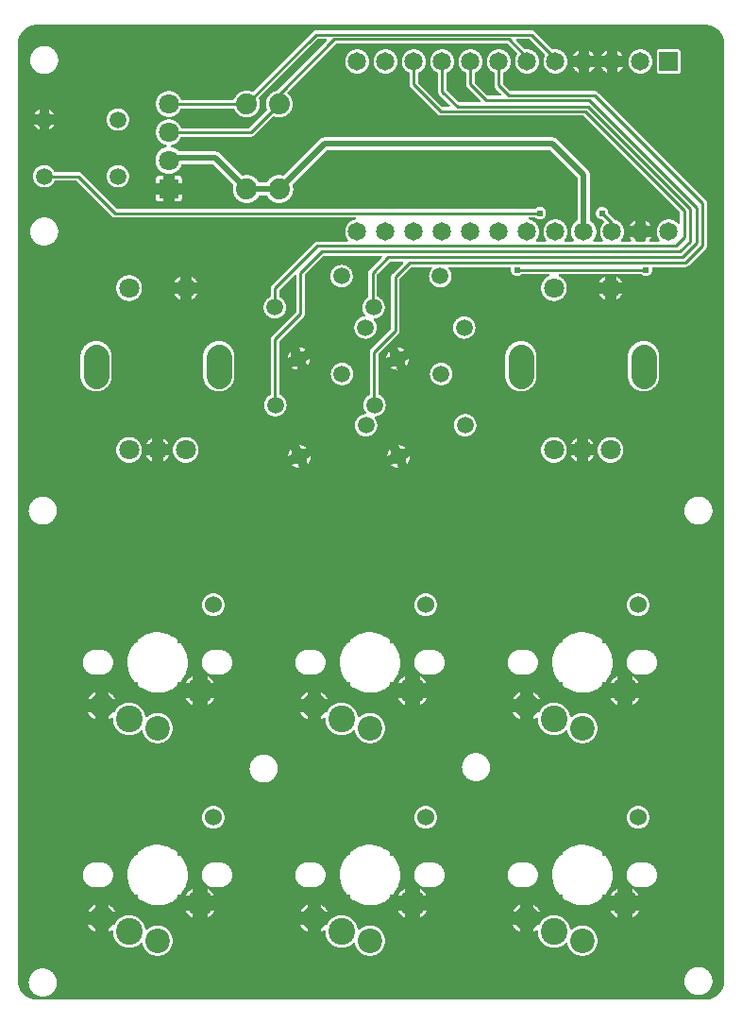
<source format=gbl>
G04 Layer: BottomLayer*
G04 EasyEDA v6.4.7, 2020-12-12T13:13:04+01:00*
G04 d11925a588f84334974d7b2f1f55f34c,4d97e48eab474e129cc19cc013e78dee,10*
G04 Gerber Generator version 0.2*
G04 Scale: 100 percent, Rotated: No, Reflected: No *
G04 Dimensions in millimeters *
G04 leading zeros omitted , absolute positions ,3 integer and 3 decimal *
%FSLAX33Y33*%
%MOMM*%
G90*
D02*

%ADD10C,0.254000*%
%ADD11C,0.610006*%
%ADD12C,1.879600*%
%ADD13C,1.651000*%
%ADD14R,1.651000X1.651000*%
%ADD15C,1.499997*%
%ADD16R,1.799996X1.799996*%
%ADD17C,1.799996*%
%ADD18C,2.399995*%
%ADD19C,2.199894*%
%ADD20C,1.524000*%
%ADD21C,2.299995*%
%ADD22C,0.499999*%

%LPD*%
G36*
G01X61900Y87643D02*
G01X1999Y87643D01*
G01X1940Y87642D01*
G01X1881Y87639D01*
G01X1821Y87634D01*
G01X1762Y87627D01*
G01X1703Y87618D01*
G01X1645Y87606D01*
G01X1587Y87593D01*
G01X1529Y87578D01*
G01X1472Y87561D01*
G01X1416Y87542D01*
G01X1360Y87521D01*
G01X1305Y87499D01*
G01X1251Y87474D01*
G01X1197Y87447D01*
G01X1145Y87419D01*
G01X1094Y87389D01*
G01X1043Y87357D01*
G01X994Y87324D01*
G01X946Y87289D01*
G01X899Y87252D01*
G01X854Y87214D01*
G01X810Y87174D01*
G01X767Y87132D01*
G01X725Y87089D01*
G01X685Y87045D01*
G01X647Y87000D01*
G01X610Y86953D01*
G01X575Y86905D01*
G01X542Y86856D01*
G01X510Y86805D01*
G01X480Y86754D01*
G01X452Y86702D01*
G01X425Y86648D01*
G01X400Y86594D01*
G01X378Y86539D01*
G01X357Y86483D01*
G01X338Y86427D01*
G01X321Y86370D01*
G01X306Y86312D01*
G01X293Y86254D01*
G01X281Y86196D01*
G01X272Y86137D01*
G01X265Y86078D01*
G01X260Y86018D01*
G01X257Y85959D01*
G01X256Y85900D01*
G01X256Y1999D01*
G01X257Y1939D01*
G01X260Y1878D01*
G01X266Y1817D01*
G01X273Y1757D01*
G01X283Y1697D01*
G01X294Y1637D01*
G01X308Y1578D01*
G01X324Y1519D01*
G01X341Y1461D01*
G01X361Y1403D01*
G01X383Y1347D01*
G01X407Y1291D01*
G01X432Y1236D01*
G01X460Y1181D01*
G01X489Y1128D01*
G01X521Y1076D01*
G01X554Y1025D01*
G01X589Y975D01*
G01X625Y927D01*
G01X664Y879D01*
G01X703Y833D01*
G01X745Y789D01*
G01X788Y746D01*
G01X832Y704D01*
G01X878Y664D01*
G01X926Y626D01*
G01X974Y589D01*
G01X1024Y555D01*
G01X1075Y521D01*
G01X1127Y490D01*
G01X1180Y461D01*
G01X1234Y433D01*
G01X1290Y407D01*
G01X1346Y383D01*
G01X1402Y362D01*
G01X1460Y342D01*
G01X1518Y324D01*
G01X1577Y308D01*
G01X1636Y294D01*
G01X1696Y283D01*
G01X1756Y273D01*
G01X1816Y266D01*
G01X1877Y260D01*
G01X1937Y257D01*
G01X1941Y257D01*
G01X1956Y258D01*
G01X1970Y261D01*
G01X1994Y267D01*
G01X2019Y271D01*
G01X2044Y272D01*
G01X61943Y272D01*
G01X61975Y270D01*
G01X62006Y264D01*
G01X62031Y261D01*
G01X62039Y262D01*
G01X62099Y267D01*
G01X62159Y275D01*
G01X62218Y285D01*
G01X62277Y297D01*
G01X62336Y312D01*
G01X62394Y328D01*
G01X62452Y346D01*
G01X62509Y366D01*
G01X62565Y388D01*
G01X62620Y412D01*
G01X62675Y438D01*
G01X62728Y466D01*
G01X62781Y495D01*
G01X62832Y527D01*
G01X62883Y560D01*
G01X62932Y595D01*
G01X62980Y631D01*
G01X63027Y669D01*
G01X63072Y709D01*
G01X63116Y751D01*
G01X63159Y793D01*
G01X63200Y838D01*
G01X63239Y883D01*
G01X63277Y930D01*
G01X63313Y979D01*
G01X63347Y1028D01*
G01X63380Y1079D01*
G01X63411Y1131D01*
G01X63440Y1184D01*
G01X63468Y1237D01*
G01X63493Y1292D01*
G01X63517Y1348D01*
G01X63538Y1404D01*
G01X63558Y1461D01*
G01X63575Y1519D01*
G01X63591Y1577D01*
G01X63605Y1636D01*
G01X63616Y1695D01*
G01X63626Y1755D01*
G01X63633Y1815D01*
G01X63638Y1875D01*
G01X63642Y1935D01*
G01X63643Y1995D01*
G01X63643Y85904D01*
G01X63642Y85964D01*
G01X63638Y86025D01*
G01X63633Y86086D01*
G01X63625Y86146D01*
G01X63616Y86206D01*
G01X63604Y86265D01*
G01X63590Y86325D01*
G01X63574Y86383D01*
G01X63557Y86441D01*
G01X63537Y86499D01*
G01X63515Y86555D01*
G01X63491Y86611D01*
G01X63465Y86666D01*
G01X63438Y86721D01*
G01X63408Y86774D01*
G01X63377Y86826D01*
G01X63343Y86877D01*
G01X63309Y86926D01*
G01X63272Y86975D01*
G01X63234Y87022D01*
G01X63194Y87068D01*
G01X63152Y87112D01*
G01X63109Y87155D01*
G01X63065Y87196D01*
G01X63019Y87236D01*
G01X62972Y87274D01*
G01X62923Y87311D01*
G01X62873Y87346D01*
G01X62822Y87379D01*
G01X62770Y87410D01*
G01X62717Y87439D01*
G01X62663Y87467D01*
G01X62608Y87493D01*
G01X62552Y87516D01*
G01X62495Y87538D01*
G01X62437Y87558D01*
G01X62379Y87576D01*
G01X62321Y87591D01*
G01X62261Y87605D01*
G01X62202Y87617D01*
G01X62142Y87626D01*
G01X62081Y87633D01*
G01X62021Y87639D01*
G01X61960Y87642D01*
G01X61900Y87643D01*
G37*

%LPC*%
G36*
G01X46322Y87140D02*
G01X27018Y87140D01*
G01X26988Y87139D01*
G01X26959Y87135D01*
G01X26929Y87129D01*
G01X26900Y87121D01*
G01X26872Y87111D01*
G01X26844Y87098D01*
G01X26818Y87084D01*
G01X26793Y87067D01*
G01X26769Y87048D01*
G01X26747Y87028D01*
G01X21376Y81656D01*
G01X21363Y81646D01*
G01X21350Y81637D01*
G01X21335Y81631D01*
G01X21320Y81627D01*
G01X21304Y81626D01*
G01X21283Y81628D01*
G01X21264Y81634D01*
G01X21214Y81654D01*
G01X21164Y81672D01*
G01X21113Y81687D01*
G01X21061Y81700D01*
G01X21008Y81711D01*
G01X20955Y81719D01*
G01X20902Y81725D01*
G01X20849Y81729D01*
G01X20795Y81730D01*
G01X20745Y81729D01*
G01X20694Y81726D01*
G01X20644Y81720D01*
G01X20593Y81713D01*
G01X20544Y81703D01*
G01X20494Y81691D01*
G01X20445Y81677D01*
G01X20397Y81662D01*
G01X20350Y81644D01*
G01X20303Y81624D01*
G01X20257Y81602D01*
G01X20212Y81578D01*
G01X20169Y81552D01*
G01X20126Y81525D01*
G01X20085Y81496D01*
G01X20044Y81465D01*
G01X20006Y81432D01*
G01X19968Y81398D01*
G01X19932Y81362D01*
G01X19898Y81325D01*
G01X19865Y81286D01*
G01X19834Y81246D01*
G01X19805Y81204D01*
G01X19777Y81162D01*
G01X19752Y81118D01*
G01X19728Y81073D01*
G01X19706Y81027D01*
G01X19686Y80981D01*
G01X19679Y80967D01*
G01X19671Y80955D01*
G01X19660Y80944D01*
G01X19648Y80934D01*
G01X19635Y80927D01*
G01X19621Y80921D01*
G01X19607Y80918D01*
G01X19592Y80917D01*
G01X14971Y80917D01*
G01X14956Y80918D01*
G01X14942Y80921D01*
G01X14928Y80927D01*
G01X14915Y80934D01*
G01X14903Y80943D01*
G01X14893Y80954D01*
G01X14884Y80966D01*
G01X14878Y80979D01*
G01X14858Y81024D01*
G01X14836Y81067D01*
G01X14813Y81110D01*
G01X14788Y81151D01*
G01X14761Y81192D01*
G01X14733Y81231D01*
G01X14703Y81269D01*
G01X14671Y81306D01*
G01X14638Y81342D01*
G01X14603Y81376D01*
G01X14567Y81408D01*
G01X14530Y81439D01*
G01X14491Y81468D01*
G01X14452Y81496D01*
G01X14411Y81522D01*
G01X14369Y81546D01*
G01X14326Y81569D01*
G01X14282Y81590D01*
G01X14237Y81609D01*
G01X14145Y81641D01*
G01X14099Y81654D01*
G01X14051Y81665D01*
G01X14004Y81674D01*
G01X13956Y81681D01*
G01X13907Y81686D01*
G01X13859Y81689D01*
G01X13810Y81690D01*
G01X13761Y81689D01*
G01X13712Y81686D01*
G01X13664Y81681D01*
G01X13615Y81673D01*
G01X13567Y81664D01*
G01X13519Y81653D01*
G01X13472Y81639D01*
G01X13425Y81624D01*
G01X13379Y81607D01*
G01X13334Y81587D01*
G01X13290Y81566D01*
G01X13246Y81543D01*
G01X13204Y81518D01*
G01X13163Y81492D01*
G01X13123Y81463D01*
G01X13084Y81433D01*
G01X13046Y81402D01*
G01X13010Y81368D01*
G01X12976Y81334D01*
G01X12942Y81298D01*
G01X12911Y81260D01*
G01X12881Y81221D01*
G01X12852Y81181D01*
G01X12826Y81140D01*
G01X12801Y81098D01*
G01X12778Y81054D01*
G01X12757Y81010D01*
G01X12737Y80965D01*
G01X12720Y80919D01*
G01X12705Y80872D01*
G01X12691Y80825D01*
G01X12680Y80777D01*
G01X12671Y80729D01*
G01X12663Y80680D01*
G01X12658Y80632D01*
G01X12655Y80583D01*
G01X12654Y80534D01*
G01X12655Y80484D01*
G01X12658Y80435D01*
G01X12663Y80387D01*
G01X12671Y80338D01*
G01X12680Y80290D01*
G01X12691Y80242D01*
G01X12705Y80195D01*
G01X12720Y80148D01*
G01X12737Y80102D01*
G01X12757Y80057D01*
G01X12778Y80013D01*
G01X12801Y79969D01*
G01X12826Y79927D01*
G01X12852Y79886D01*
G01X12881Y79846D01*
G01X12911Y79807D01*
G01X12942Y79769D01*
G01X12976Y79733D01*
G01X13010Y79699D01*
G01X13046Y79665D01*
G01X13084Y79634D01*
G01X13123Y79604D01*
G01X13163Y79575D01*
G01X13204Y79549D01*
G01X13246Y79524D01*
G01X13290Y79501D01*
G01X13334Y79480D01*
G01X13379Y79460D01*
G01X13425Y79443D01*
G01X13472Y79428D01*
G01X13519Y79414D01*
G01X13567Y79403D01*
G01X13615Y79394D01*
G01X13664Y79386D01*
G01X13712Y79381D01*
G01X13761Y79378D01*
G01X13810Y79377D01*
G01X13859Y79378D01*
G01X13907Y79381D01*
G01X13956Y79386D01*
G01X14004Y79393D01*
G01X14051Y79402D01*
G01X14099Y79413D01*
G01X14145Y79426D01*
G01X14237Y79458D01*
G01X14282Y79477D01*
G01X14326Y79498D01*
G01X14369Y79521D01*
G01X14411Y79545D01*
G01X14452Y79571D01*
G01X14491Y79599D01*
G01X14530Y79628D01*
G01X14567Y79659D01*
G01X14603Y79691D01*
G01X14638Y79725D01*
G01X14671Y79761D01*
G01X14703Y79798D01*
G01X14733Y79836D01*
G01X14761Y79875D01*
G01X14788Y79916D01*
G01X14813Y79957D01*
G01X14836Y80000D01*
G01X14858Y80043D01*
G01X14878Y80088D01*
G01X14884Y80101D01*
G01X14893Y80113D01*
G01X14903Y80124D01*
G01X14915Y80133D01*
G01X14928Y80140D01*
G01X14942Y80146D01*
G01X14956Y80149D01*
G01X14971Y80150D01*
G01X19592Y80150D01*
G01X19607Y80149D01*
G01X19621Y80146D01*
G01X19635Y80140D01*
G01X19648Y80133D01*
G01X19660Y80123D01*
G01X19671Y80112D01*
G01X19679Y80100D01*
G01X19686Y80086D01*
G01X19706Y80040D01*
G01X19728Y79994D01*
G01X19752Y79949D01*
G01X19777Y79905D01*
G01X19805Y79863D01*
G01X19834Y79821D01*
G01X19865Y79781D01*
G01X19898Y79742D01*
G01X19932Y79705D01*
G01X19968Y79669D01*
G01X20006Y79635D01*
G01X20044Y79602D01*
G01X20085Y79571D01*
G01X20126Y79542D01*
G01X20169Y79515D01*
G01X20212Y79489D01*
G01X20257Y79465D01*
G01X20303Y79443D01*
G01X20350Y79423D01*
G01X20397Y79405D01*
G01X20445Y79390D01*
G01X20494Y79376D01*
G01X20544Y79364D01*
G01X20593Y79354D01*
G01X20644Y79347D01*
G01X20694Y79341D01*
G01X20745Y79338D01*
G01X20795Y79337D01*
G01X20845Y79338D01*
G01X20894Y79341D01*
G01X20943Y79346D01*
G01X20992Y79353D01*
G01X21041Y79363D01*
G01X21089Y79374D01*
G01X21137Y79387D01*
G01X21184Y79402D01*
G01X21230Y79419D01*
G01X21276Y79438D01*
G01X21321Y79459D01*
G01X21365Y79481D01*
G01X21408Y79506D01*
G01X21450Y79532D01*
G01X21491Y79560D01*
G01X21530Y79589D01*
G01X21569Y79621D01*
G01X21606Y79653D01*
G01X21676Y79723D01*
G01X21708Y79760D01*
G01X21740Y79799D01*
G01X21769Y79838D01*
G01X21797Y79879D01*
G01X21823Y79921D01*
G01X21848Y79964D01*
G01X21870Y80008D01*
G01X21891Y80053D01*
G01X21910Y80099D01*
G01X21927Y80145D01*
G01X21942Y80192D01*
G01X21955Y80240D01*
G01X21966Y80288D01*
G01X21976Y80337D01*
G01X21983Y80386D01*
G01X21988Y80435D01*
G01X21991Y80484D01*
G01X21992Y80534D01*
G01X21991Y80587D01*
G01X21987Y80640D01*
G01X21981Y80693D01*
G01X21973Y80746D01*
G01X21962Y80799D01*
G01X21949Y80851D01*
G01X21934Y80902D01*
G01X21916Y80952D01*
G01X21896Y81002D01*
G01X21890Y81021D01*
G01X21888Y81042D01*
G01X21889Y81058D01*
G01X21893Y81073D01*
G01X21899Y81088D01*
G01X21908Y81101D01*
G01X21918Y81114D01*
G01X27148Y86343D01*
G01X27160Y86354D01*
G01X27173Y86362D01*
G01X27188Y86368D01*
G01X27204Y86372D01*
G01X27219Y86373D01*
G01X27906Y86373D01*
G01X27920Y86372D01*
G01X27935Y86369D01*
G01X27948Y86364D01*
G01X27961Y86357D01*
G01X27972Y86348D01*
G01X27983Y86338D01*
G01X27991Y86326D01*
G01X27998Y86314D01*
G01X28003Y86300D01*
G01X28007Y86286D01*
G01X28008Y86271D01*
G01X28006Y86255D01*
G01X28003Y86240D01*
G01X27996Y86225D01*
G01X27988Y86212D01*
G01X27978Y86200D01*
G01X23507Y81729D01*
G01X23496Y81719D01*
G01X23484Y81712D01*
G01X23471Y81706D01*
G01X23457Y81701D01*
G01X23408Y81689D01*
G01X23360Y81675D01*
G01X23312Y81659D01*
G01X23264Y81641D01*
G01X23218Y81621D01*
G01X23173Y81599D01*
G01X23128Y81575D01*
G01X23084Y81549D01*
G01X23042Y81522D01*
G01X23001Y81492D01*
G01X22961Y81461D01*
G01X22923Y81428D01*
G01X22886Y81394D01*
G01X22850Y81358D01*
G01X22816Y81321D01*
G01X22783Y81282D01*
G01X22753Y81242D01*
G01X22724Y81201D01*
G01X22696Y81158D01*
G01X22671Y81115D01*
G01X22647Y81070D01*
G01X22625Y81024D01*
G01X22606Y80978D01*
G01X22588Y80930D01*
G01X22572Y80882D01*
G01X22558Y80834D01*
G01X22547Y80784D01*
G01X22537Y80735D01*
G01X22530Y80685D01*
G01X22524Y80634D01*
G01X22521Y80584D01*
G01X22520Y80534D01*
G01X22521Y80480D01*
G01X22525Y80427D01*
G01X22531Y80374D01*
G01X22539Y80321D01*
G01X22550Y80268D01*
G01X22563Y80216D01*
G01X22578Y80165D01*
G01X22596Y80115D01*
G01X22616Y80065D01*
G01X22622Y80046D01*
G01X22624Y80025D01*
G01X22623Y80009D01*
G01X22619Y79994D01*
G01X22613Y79979D01*
G01X22604Y79966D01*
G01X22594Y79953D01*
G01X21047Y78407D01*
G01X21035Y78396D01*
G01X21022Y78388D01*
G01X21007Y78382D01*
G01X20991Y78378D01*
G01X20976Y78377D01*
G01X14971Y78377D01*
G01X14956Y78378D01*
G01X14942Y78381D01*
G01X14928Y78387D01*
G01X14915Y78394D01*
G01X14903Y78403D01*
G01X14893Y78414D01*
G01X14884Y78426D01*
G01X14878Y78439D01*
G01X14858Y78484D01*
G01X14836Y78527D01*
G01X14813Y78570D01*
G01X14788Y78611D01*
G01X14761Y78652D01*
G01X14733Y78691D01*
G01X14703Y78729D01*
G01X14671Y78766D01*
G01X14638Y78802D01*
G01X14603Y78836D01*
G01X14567Y78868D01*
G01X14530Y78899D01*
G01X14491Y78928D01*
G01X14452Y78956D01*
G01X14411Y78982D01*
G01X14369Y79006D01*
G01X14326Y79029D01*
G01X14282Y79050D01*
G01X14237Y79069D01*
G01X14145Y79101D01*
G01X14099Y79114D01*
G01X14051Y79125D01*
G01X14004Y79134D01*
G01X13956Y79141D01*
G01X13907Y79146D01*
G01X13859Y79149D01*
G01X13810Y79150D01*
G01X13761Y79149D01*
G01X13712Y79146D01*
G01X13664Y79141D01*
G01X13615Y79133D01*
G01X13567Y79124D01*
G01X13519Y79113D01*
G01X13472Y79099D01*
G01X13425Y79084D01*
G01X13379Y79067D01*
G01X13334Y79047D01*
G01X13290Y79026D01*
G01X13246Y79003D01*
G01X13204Y78978D01*
G01X13163Y78952D01*
G01X13123Y78923D01*
G01X13084Y78893D01*
G01X13046Y78862D01*
G01X13010Y78828D01*
G01X12976Y78794D01*
G01X12942Y78758D01*
G01X12911Y78720D01*
G01X12881Y78681D01*
G01X12852Y78641D01*
G01X12826Y78600D01*
G01X12801Y78558D01*
G01X12778Y78514D01*
G01X12757Y78470D01*
G01X12737Y78425D01*
G01X12720Y78379D01*
G01X12705Y78332D01*
G01X12691Y78285D01*
G01X12680Y78237D01*
G01X12671Y78189D01*
G01X12663Y78140D01*
G01X12658Y78092D01*
G01X12655Y78043D01*
G01X12654Y77994D01*
G01X12655Y77945D01*
G01X12658Y77896D01*
G01X12663Y77848D01*
G01X12670Y77799D01*
G01X12680Y77751D01*
G01X12691Y77704D01*
G01X12704Y77657D01*
G01X12719Y77610D01*
G01X12736Y77565D01*
G01X12755Y77520D01*
G01X12776Y77476D01*
G01X12799Y77433D01*
G01X12824Y77390D01*
G01X12850Y77349D01*
G01X12878Y77309D01*
G01X12908Y77271D01*
G01X12939Y77233D01*
G01X12972Y77197D01*
G01X13006Y77163D01*
G01X13042Y77129D01*
G01X13079Y77098D01*
G01X13117Y77068D01*
G01X13157Y77039D01*
G01X13198Y77013D01*
G01X13240Y76988D01*
G01X13283Y76964D01*
G01X13327Y76943D01*
G01X13371Y76924D01*
G01X13417Y76906D01*
G01X13463Y76890D01*
G01X13510Y76877D01*
G01X13557Y76865D01*
G01X13572Y76861D01*
G01X13586Y76854D01*
G01X13598Y76845D01*
G01X13609Y76835D01*
G01X13619Y76823D01*
G01X13627Y76810D01*
G01X13632Y76796D01*
G01X13636Y76781D01*
G01X13637Y76766D01*
G01X13636Y76751D01*
G01X13632Y76736D01*
G01X13626Y76721D01*
G01X13619Y76708D01*
G01X13609Y76696D01*
G01X13598Y76686D01*
G01X13585Y76677D01*
G01X13571Y76671D01*
G01X13557Y76667D01*
G01X13508Y76655D01*
G01X13460Y76641D01*
G01X13413Y76626D01*
G01X13366Y76609D01*
G01X13320Y76589D01*
G01X13275Y76568D01*
G01X13231Y76545D01*
G01X13187Y76520D01*
G01X13145Y76493D01*
G01X13104Y76465D01*
G01X13064Y76435D01*
G01X13026Y76404D01*
G01X12988Y76370D01*
G01X12952Y76336D01*
G01X12918Y76300D01*
G01X12885Y76262D01*
G01X12854Y76223D01*
G01X12824Y76183D01*
G01X12796Y76142D01*
G01X12770Y76100D01*
G01X12745Y76056D01*
G01X12723Y76012D01*
G01X12702Y75966D01*
G01X12683Y75920D01*
G01X12666Y75873D01*
G01X12650Y75826D01*
G01X12637Y75778D01*
G01X12626Y75729D01*
G01X12617Y75680D01*
G01X12610Y75631D01*
G01X12605Y75581D01*
G01X12602Y75531D01*
G01X12600Y75481D01*
G01X12602Y75430D01*
G01X12605Y75379D01*
G01X12610Y75329D01*
G01X12618Y75278D01*
G01X12627Y75228D01*
G01X12639Y75178D01*
G01X12653Y75129D01*
G01X12669Y75080D01*
G01X12687Y75032D01*
G01X12707Y74985D01*
G01X12728Y74939D01*
G01X12752Y74894D01*
G01X12778Y74850D01*
G01X12806Y74807D01*
G01X12835Y74765D01*
G01X12866Y74724D01*
G01X12899Y74685D01*
G01X12933Y74647D01*
G01X12969Y74611D01*
G01X13006Y74576D01*
G01X13045Y74543D01*
G01X13085Y74511D01*
G01X13127Y74482D01*
G01X13170Y74454D01*
G01X13214Y74427D01*
G01X13259Y74403D01*
G01X13304Y74381D01*
G01X13351Y74360D01*
G01X13399Y74342D01*
G01X13447Y74325D01*
G01X13496Y74311D01*
G01X13546Y74299D01*
G01X13599Y74288D01*
G01X13652Y74280D01*
G01X13705Y74274D01*
G01X13759Y74270D01*
G01X13813Y74269D01*
G01X13867Y74270D01*
G01X13921Y74274D01*
G01X13974Y74280D01*
G01X14027Y74288D01*
G01X14080Y74299D01*
G01X14130Y74311D01*
G01X14179Y74325D01*
G01X14227Y74342D01*
G01X14274Y74360D01*
G01X14321Y74380D01*
G01X14367Y74403D01*
G01X14412Y74427D01*
G01X14455Y74453D01*
G01X14498Y74481D01*
G01X14540Y74511D01*
G01X14580Y74542D01*
G01X14618Y74575D01*
G01X14656Y74610D01*
G01X14692Y74646D01*
G01X14726Y74684D01*
G01X14759Y74723D01*
G01X14790Y74763D01*
G01X14819Y74805D01*
G01X14847Y74848D01*
G01X14872Y74892D01*
G01X14896Y74937D01*
G01X14918Y74983D01*
G01X14938Y75030D01*
G01X14956Y75077D01*
G01X14963Y75092D01*
G01X14971Y75105D01*
G01X14981Y75116D01*
G01X14993Y75126D01*
G01X15007Y75134D01*
G01X15021Y75140D01*
G01X15036Y75144D01*
G01X15052Y75145D01*
G01X17726Y75145D01*
G01X17742Y75144D01*
G01X17758Y75140D01*
G01X17773Y75134D01*
G01X17786Y75126D01*
G01X17798Y75115D01*
G01X19563Y73350D01*
G01X19574Y73338D01*
G01X19582Y73324D01*
G01X19588Y73310D01*
G01X19592Y73294D01*
G01X19593Y73278D01*
G01X19589Y73251D01*
G01X19575Y73196D01*
G01X19564Y73140D01*
G01X19555Y73084D01*
G01X19548Y73027D01*
G01X19544Y72970D01*
G01X19543Y72914D01*
G01X19544Y72862D01*
G01X19547Y72810D01*
G01X19553Y72759D01*
G01X19560Y72707D01*
G01X19570Y72657D01*
G01X19581Y72606D01*
G01X19595Y72556D01*
G01X19611Y72507D01*
G01X19629Y72458D01*
G01X19649Y72410D01*
G01X19670Y72363D01*
G01X19694Y72317D01*
G01X19720Y72272D01*
G01X19747Y72229D01*
G01X19776Y72186D01*
G01X19807Y72144D01*
G01X19840Y72104D01*
G01X19874Y72065D01*
G01X19910Y72028D01*
G01X19947Y71992D01*
G01X19986Y71958D01*
G01X20026Y71925D01*
G01X20068Y71894D01*
G01X20111Y71865D01*
G01X20154Y71838D01*
G01X20199Y71812D01*
G01X20245Y71788D01*
G01X20292Y71767D01*
G01X20340Y71747D01*
G01X20389Y71729D01*
G01X20438Y71713D01*
G01X20488Y71699D01*
G01X20538Y71688D01*
G01X20589Y71678D01*
G01X20641Y71671D01*
G01X20692Y71665D01*
G01X20744Y71662D01*
G01X20795Y71661D01*
G01X20846Y71662D01*
G01X20897Y71665D01*
G01X20948Y71670D01*
G01X20998Y71678D01*
G01X21049Y71687D01*
G01X21098Y71698D01*
G01X21147Y71712D01*
G01X21196Y71727D01*
G01X21244Y71744D01*
G01X21291Y71763D01*
G01X21338Y71785D01*
G01X21383Y71808D01*
G01X21428Y71832D01*
G01X21471Y71859D01*
G01X21513Y71887D01*
G01X21555Y71917D01*
G01X21594Y71949D01*
G01X21633Y71982D01*
G01X21670Y72017D01*
G01X21706Y72054D01*
G01X21740Y72091D01*
G01X21773Y72130D01*
G01X21804Y72171D01*
G01X21833Y72212D01*
G01X21861Y72255D01*
G01X21887Y72299D01*
G01X21895Y72312D01*
G01X21906Y72323D01*
G01X21918Y72333D01*
G01X21931Y72341D01*
G01X21945Y72346D01*
G01X21960Y72350D01*
G01X21975Y72351D01*
G01X22537Y72351D01*
G01X22552Y72350D01*
G01X22567Y72346D01*
G01X22581Y72341D01*
G01X22594Y72333D01*
G01X22606Y72323D01*
G01X22617Y72312D01*
G01X22625Y72299D01*
G01X22651Y72255D01*
G01X22679Y72212D01*
G01X22708Y72171D01*
G01X22739Y72130D01*
G01X22772Y72091D01*
G01X22806Y72054D01*
G01X22842Y72017D01*
G01X22879Y71982D01*
G01X22918Y71949D01*
G01X22957Y71917D01*
G01X22999Y71887D01*
G01X23041Y71859D01*
G01X23084Y71832D01*
G01X23129Y71808D01*
G01X23174Y71785D01*
G01X23221Y71763D01*
G01X23268Y71744D01*
G01X23316Y71727D01*
G01X23365Y71712D01*
G01X23414Y71698D01*
G01X23463Y71687D01*
G01X23514Y71678D01*
G01X23564Y71670D01*
G01X23615Y71665D01*
G01X23666Y71662D01*
G01X23716Y71661D01*
G01X23768Y71662D01*
G01X23820Y71665D01*
G01X23871Y71671D01*
G01X23923Y71678D01*
G01X23973Y71688D01*
G01X24024Y71699D01*
G01X24074Y71713D01*
G01X24123Y71729D01*
G01X24172Y71747D01*
G01X24220Y71767D01*
G01X24267Y71788D01*
G01X24313Y71812D01*
G01X24358Y71838D01*
G01X24401Y71865D01*
G01X24444Y71894D01*
G01X24486Y71925D01*
G01X24526Y71958D01*
G01X24565Y71992D01*
G01X24602Y72028D01*
G01X24638Y72065D01*
G01X24672Y72104D01*
G01X24705Y72144D01*
G01X24736Y72186D01*
G01X24765Y72229D01*
G01X24792Y72272D01*
G01X24818Y72317D01*
G01X24842Y72363D01*
G01X24863Y72410D01*
G01X24883Y72458D01*
G01X24901Y72507D01*
G01X24917Y72556D01*
G01X24931Y72606D01*
G01X24942Y72657D01*
G01X24952Y72707D01*
G01X24959Y72759D01*
G01X24965Y72810D01*
G01X24968Y72862D01*
G01X24969Y72914D01*
G01X24968Y72970D01*
G01X24964Y73027D01*
G01X24957Y73084D01*
G01X24948Y73140D01*
G01X24937Y73196D01*
G01X24923Y73251D01*
G01X24919Y73278D01*
G01X24920Y73294D01*
G01X24924Y73310D01*
G01X24930Y73324D01*
G01X24938Y73338D01*
G01X24949Y73350D01*
G01X27984Y76385D01*
G01X27996Y76396D01*
G01X28009Y76404D01*
G01X28024Y76410D01*
G01X28040Y76414D01*
G01X28056Y76415D01*
G01X47952Y76415D01*
G01X47968Y76414D01*
G01X47984Y76410D01*
G01X47999Y76404D01*
G01X48012Y76396D01*
G01X48024Y76385D01*
G01X50429Y73980D01*
G01X50440Y73968D01*
G01X50448Y73955D01*
G01X50454Y73940D01*
G01X50458Y73924D01*
G01X50459Y73908D01*
G01X50459Y70150D01*
G01X50458Y70136D01*
G01X50455Y70121D01*
G01X50450Y70108D01*
G01X50443Y70095D01*
G01X50434Y70083D01*
G01X50424Y70073D01*
G01X50412Y70064D01*
G01X50370Y70037D01*
G01X50330Y70008D01*
G01X50291Y69976D01*
G01X50254Y69944D01*
G01X50218Y69909D01*
G01X50183Y69874D01*
G01X50151Y69836D01*
G01X50119Y69797D01*
G01X50090Y69757D01*
G01X50062Y69716D01*
G01X50036Y69673D01*
G01X50013Y69630D01*
G01X49990Y69585D01*
G01X49970Y69540D01*
G01X49952Y69493D01*
G01X49936Y69446D01*
G01X49922Y69399D01*
G01X49911Y69350D01*
G01X49901Y69301D01*
G01X49893Y69252D01*
G01X49888Y69203D01*
G01X49885Y69153D01*
G01X49883Y69104D01*
G01X49884Y69055D01*
G01X49888Y69006D01*
G01X49893Y68958D01*
G01X49900Y68909D01*
G01X49909Y68862D01*
G01X49921Y68814D01*
G01X49934Y68767D01*
G01X49950Y68721D01*
G01X49967Y68675D01*
G01X49986Y68631D01*
G01X50008Y68587D01*
G01X50031Y68544D01*
G01X50056Y68502D01*
G01X50082Y68461D01*
G01X50111Y68421D01*
G01X50141Y68383D01*
G01X50150Y68369D01*
G01X50158Y68353D01*
G01X50162Y68336D01*
G01X50164Y68319D01*
G01X50163Y68304D01*
G01X50159Y68290D01*
G01X50154Y68276D01*
G01X50147Y68264D01*
G01X50139Y68252D01*
G01X50128Y68242D01*
G01X50117Y68233D01*
G01X50104Y68226D01*
G01X50091Y68221D01*
G01X50076Y68218D01*
G01X50062Y68217D01*
G01X49367Y68217D01*
G01X49353Y68218D01*
G01X49339Y68221D01*
G01X49325Y68226D01*
G01X49313Y68233D01*
G01X49301Y68242D01*
G01X49291Y68252D01*
G01X49282Y68264D01*
G01X49275Y68276D01*
G01X49270Y68290D01*
G01X49267Y68304D01*
G01X49266Y68319D01*
G01X49267Y68333D01*
G01X49270Y68348D01*
G01X49275Y68361D01*
G01X49283Y68374D01*
G01X49291Y68386D01*
G01X49323Y68423D01*
G01X49353Y68462D01*
G01X49381Y68502D01*
G01X49408Y68544D01*
G01X49432Y68586D01*
G01X49454Y68630D01*
G01X49475Y68674D01*
G01X49493Y68720D01*
G01X49510Y68766D01*
G01X49524Y68813D01*
G01X49536Y68860D01*
G01X49546Y68908D01*
G01X49554Y68957D01*
G01X49559Y69006D01*
G01X49562Y69055D01*
G01X49564Y69104D01*
G01X49562Y69151D01*
G01X49559Y69198D01*
G01X49554Y69245D01*
G01X49547Y69291D01*
G01X49538Y69338D01*
G01X49527Y69384D01*
G01X49513Y69429D01*
G01X49498Y69474D01*
G01X49481Y69518D01*
G01X49462Y69561D01*
G01X49441Y69603D01*
G01X49419Y69645D01*
G01X49394Y69685D01*
G01X49368Y69724D01*
G01X49340Y69762D01*
G01X49310Y69799D01*
G01X49279Y69835D01*
G01X49247Y69869D01*
G01X49213Y69901D01*
G01X49177Y69932D01*
G01X49140Y69962D01*
G01X49102Y69990D01*
G01X49063Y70016D01*
G01X49023Y70041D01*
G01X48981Y70063D01*
G01X48939Y70084D01*
G01X48896Y70103D01*
G01X48852Y70120D01*
G01X48807Y70135D01*
G01X48762Y70149D01*
G01X48716Y70160D01*
G01X48669Y70169D01*
G01X48623Y70176D01*
G01X48576Y70181D01*
G01X48529Y70185D01*
G01X48481Y70186D01*
G01X48434Y70185D01*
G01X48387Y70181D01*
G01X48340Y70176D01*
G01X48294Y70169D01*
G01X48247Y70160D01*
G01X48201Y70149D01*
G01X48156Y70135D01*
G01X48111Y70120D01*
G01X48067Y70103D01*
G01X48024Y70084D01*
G01X47982Y70063D01*
G01X47940Y70041D01*
G01X47900Y70016D01*
G01X47861Y69990D01*
G01X47823Y69962D01*
G01X47786Y69932D01*
G01X47750Y69901D01*
G01X47716Y69869D01*
G01X47684Y69835D01*
G01X47653Y69799D01*
G01X47623Y69762D01*
G01X47595Y69724D01*
G01X47569Y69685D01*
G01X47544Y69645D01*
G01X47522Y69603D01*
G01X47501Y69561D01*
G01X47482Y69518D01*
G01X47465Y69474D01*
G01X47450Y69429D01*
G01X47436Y69384D01*
G01X47425Y69338D01*
G01X47416Y69291D01*
G01X47409Y69245D01*
G01X47404Y69198D01*
G01X47400Y69151D01*
G01X47399Y69104D01*
G01X47401Y69055D01*
G01X47404Y69006D01*
G01X47409Y68957D01*
G01X47417Y68908D01*
G01X47427Y68860D01*
G01X47439Y68813D01*
G01X47453Y68766D01*
G01X47470Y68720D01*
G01X47488Y68674D01*
G01X47509Y68630D01*
G01X47531Y68586D01*
G01X47555Y68544D01*
G01X47582Y68502D01*
G01X47610Y68462D01*
G01X47640Y68423D01*
G01X47672Y68386D01*
G01X47680Y68374D01*
G01X47688Y68361D01*
G01X47693Y68348D01*
G01X47696Y68333D01*
G01X47697Y68319D01*
G01X47696Y68304D01*
G01X47693Y68290D01*
G01X47688Y68276D01*
G01X47681Y68264D01*
G01X47672Y68252D01*
G01X47662Y68242D01*
G01X47650Y68233D01*
G01X47638Y68226D01*
G01X47624Y68221D01*
G01X47610Y68218D01*
G01X47595Y68217D01*
G01X46827Y68217D01*
G01X46813Y68218D01*
G01X46799Y68221D01*
G01X46785Y68226D01*
G01X46773Y68233D01*
G01X46761Y68242D01*
G01X46751Y68252D01*
G01X46742Y68264D01*
G01X46735Y68276D01*
G01X46730Y68290D01*
G01X46727Y68304D01*
G01X46726Y68319D01*
G01X46727Y68333D01*
G01X46730Y68348D01*
G01X46735Y68361D01*
G01X46743Y68374D01*
G01X46751Y68386D01*
G01X46783Y68423D01*
G01X46813Y68462D01*
G01X46841Y68502D01*
G01X46868Y68544D01*
G01X46892Y68586D01*
G01X46914Y68630D01*
G01X46935Y68674D01*
G01X46953Y68720D01*
G01X46970Y68766D01*
G01X46984Y68813D01*
G01X46996Y68860D01*
G01X47006Y68908D01*
G01X47014Y68957D01*
G01X47019Y69006D01*
G01X47022Y69055D01*
G01X47024Y69104D01*
G01X47022Y69151D01*
G01X47019Y69198D01*
G01X47014Y69245D01*
G01X47007Y69292D01*
G01X46998Y69338D01*
G01X46987Y69384D01*
G01X46973Y69429D01*
G01X46958Y69474D01*
G01X46941Y69518D01*
G01X46922Y69561D01*
G01X46901Y69603D01*
G01X46878Y69645D01*
G01X46854Y69685D01*
G01X46828Y69725D01*
G01X46800Y69763D01*
G01X46770Y69799D01*
G01X46739Y69835D01*
G01X46706Y69869D01*
G01X46672Y69902D01*
G01X46637Y69933D01*
G01X46600Y69962D01*
G01X46562Y69990D01*
G01X46522Y70017D01*
G01X46482Y70041D01*
G01X46440Y70064D01*
G01X46398Y70085D01*
G01X46355Y70104D01*
G01X46311Y70121D01*
G01X46266Y70136D01*
G01X46221Y70149D01*
G01X46175Y70160D01*
G01X46128Y70169D01*
G01X46113Y70173D01*
G01X46099Y70179D01*
G01X46085Y70188D01*
G01X46073Y70198D01*
G01X46063Y70210D01*
G01X46055Y70224D01*
G01X46049Y70238D01*
G01X46046Y70254D01*
G01X46044Y70269D01*
G01X46045Y70284D01*
G01X46048Y70298D01*
G01X46053Y70312D01*
G01X46060Y70324D01*
G01X46069Y70336D01*
G01X46079Y70346D01*
G01X46091Y70355D01*
G01X46104Y70362D01*
G01X46117Y70367D01*
G01X46131Y70370D01*
G01X46146Y70371D01*
G01X46632Y70371D01*
G01X46648Y70370D01*
G01X46662Y70366D01*
G01X46677Y70361D01*
G01X46690Y70353D01*
G01X46702Y70344D01*
G01X46728Y70321D01*
G01X46756Y70299D01*
G01X46785Y70280D01*
G01X46815Y70262D01*
G01X46847Y70246D01*
G01X46879Y70232D01*
G01X46912Y70220D01*
G01X46946Y70210D01*
G01X46980Y70203D01*
G01X47014Y70197D01*
G01X47049Y70194D01*
G01X47084Y70193D01*
G01X47118Y70194D01*
G01X47152Y70197D01*
G01X47186Y70202D01*
G01X47219Y70209D01*
G01X47252Y70218D01*
G01X47284Y70229D01*
G01X47315Y70242D01*
G01X47345Y70257D01*
G01X47375Y70274D01*
G01X47403Y70292D01*
G01X47431Y70312D01*
G01X47457Y70334D01*
G01X47482Y70357D01*
G01X47505Y70382D01*
G01X47527Y70408D01*
G01X47547Y70436D01*
G01X47565Y70464D01*
G01X47582Y70494D01*
G01X47597Y70524D01*
G01X47610Y70555D01*
G01X47621Y70587D01*
G01X47630Y70620D01*
G01X47637Y70653D01*
G01X47642Y70687D01*
G01X47645Y70721D01*
G01X47646Y70755D01*
G01X47645Y70788D01*
G01X47642Y70822D01*
G01X47637Y70856D01*
G01X47630Y70889D01*
G01X47621Y70922D01*
G01X47610Y70954D01*
G01X47597Y70985D01*
G01X47582Y71015D01*
G01X47565Y71045D01*
G01X47547Y71074D01*
G01X47527Y71101D01*
G01X47505Y71127D01*
G01X47482Y71152D01*
G01X47457Y71175D01*
G01X47431Y71197D01*
G01X47403Y71217D01*
G01X47375Y71235D01*
G01X47345Y71252D01*
G01X47315Y71267D01*
G01X47284Y71280D01*
G01X47252Y71291D01*
G01X47219Y71300D01*
G01X47186Y71307D01*
G01X47152Y71312D01*
G01X47118Y71315D01*
G01X47084Y71316D01*
G01X47049Y71315D01*
G01X47014Y71312D01*
G01X46980Y71306D01*
G01X46946Y71299D01*
G01X46912Y71289D01*
G01X46879Y71277D01*
G01X46847Y71263D01*
G01X46815Y71247D01*
G01X46785Y71229D01*
G01X46756Y71210D01*
G01X46728Y71188D01*
G01X46702Y71165D01*
G01X46690Y71156D01*
G01X46677Y71148D01*
G01X46662Y71143D01*
G01X46648Y71139D01*
G01X46632Y71138D01*
G01X9185Y71138D01*
G01X9170Y71139D01*
G01X9154Y71143D01*
G01X9139Y71149D01*
G01X9126Y71157D01*
G01X9114Y71168D01*
G01X5954Y74328D01*
G01X5932Y74348D01*
G01X5908Y74367D01*
G01X5883Y74384D01*
G01X5857Y74398D01*
G01X5829Y74411D01*
G01X5801Y74421D01*
G01X5772Y74429D01*
G01X5742Y74435D01*
G01X5713Y74439D01*
G01X5682Y74440D01*
G01X3631Y74440D01*
G01X3615Y74441D01*
G01X3599Y74445D01*
G01X3584Y74451D01*
G01X3570Y74460D01*
G01X3558Y74471D01*
G01X3548Y74483D01*
G01X3539Y74497D01*
G01X3518Y74539D01*
G01X3495Y74579D01*
G01X3469Y74619D01*
G01X3442Y74657D01*
G01X3413Y74694D01*
G01X3383Y74730D01*
G01X3351Y74764D01*
G01X3317Y74796D01*
G01X3282Y74827D01*
G01X3245Y74857D01*
G01X3207Y74884D01*
G01X3168Y74910D01*
G01X3128Y74934D01*
G01X3086Y74956D01*
G01X3044Y74976D01*
G01X3001Y74994D01*
G01X2957Y75010D01*
G01X2912Y75024D01*
G01X2867Y75036D01*
G01X2821Y75046D01*
G01X2775Y75053D01*
G01X2728Y75059D01*
G01X2681Y75062D01*
G01X2634Y75063D01*
G01X2588Y75062D01*
G01X2542Y75059D01*
G01X2495Y75053D01*
G01X2450Y75046D01*
G01X2404Y75036D01*
G01X2359Y75025D01*
G01X2315Y75011D01*
G01X2271Y74995D01*
G01X2228Y74977D01*
G01X2186Y74958D01*
G01X2145Y74936D01*
G01X2105Y74912D01*
G01X2066Y74887D01*
G01X2028Y74860D01*
G01X1991Y74831D01*
G01X1956Y74800D01*
G01X1923Y74768D01*
G01X1891Y74735D01*
G01X1860Y74700D01*
G01X1831Y74663D01*
G01X1804Y74625D01*
G01X1779Y74586D01*
G01X1755Y74546D01*
G01X1733Y74505D01*
G01X1714Y74463D01*
G01X1696Y74420D01*
G01X1680Y74376D01*
G01X1666Y74332D01*
G01X1655Y74287D01*
G01X1645Y74241D01*
G01X1638Y74196D01*
G01X1632Y74149D01*
G01X1629Y74103D01*
G01X1628Y74057D01*
G01X1629Y74010D01*
G01X1632Y73964D01*
G01X1638Y73917D01*
G01X1645Y73872D01*
G01X1655Y73826D01*
G01X1666Y73781D01*
G01X1680Y73737D01*
G01X1696Y73693D01*
G01X1714Y73650D01*
G01X1733Y73608D01*
G01X1755Y73567D01*
G01X1779Y73527D01*
G01X1804Y73488D01*
G01X1831Y73450D01*
G01X1860Y73413D01*
G01X1891Y73378D01*
G01X1923Y73345D01*
G01X1956Y73313D01*
G01X1991Y73282D01*
G01X2028Y73253D01*
G01X2066Y73226D01*
G01X2105Y73201D01*
G01X2145Y73177D01*
G01X2186Y73155D01*
G01X2228Y73136D01*
G01X2271Y73118D01*
G01X2315Y73102D01*
G01X2359Y73088D01*
G01X2404Y73077D01*
G01X2450Y73067D01*
G01X2495Y73060D01*
G01X2542Y73054D01*
G01X2588Y73051D01*
G01X2634Y73050D01*
G01X2681Y73051D01*
G01X2728Y73054D01*
G01X2775Y73060D01*
G01X2821Y73067D01*
G01X2867Y73077D01*
G01X2912Y73089D01*
G01X2957Y73103D01*
G01X3001Y73119D01*
G01X3044Y73137D01*
G01X3086Y73157D01*
G01X3128Y73179D01*
G01X3168Y73203D01*
G01X3207Y73229D01*
G01X3245Y73256D01*
G01X3282Y73286D01*
G01X3317Y73317D01*
G01X3351Y73349D01*
G01X3383Y73383D01*
G01X3413Y73419D01*
G01X3442Y73456D01*
G01X3469Y73494D01*
G01X3495Y73534D01*
G01X3518Y73574D01*
G01X3539Y73616D01*
G01X3548Y73630D01*
G01X3558Y73642D01*
G01X3570Y73653D01*
G01X3584Y73662D01*
G01X3599Y73668D01*
G01X3615Y73672D01*
G01X3631Y73673D01*
G01X5482Y73673D01*
G01X5497Y73672D01*
G01X5513Y73668D01*
G01X5528Y73662D01*
G01X5541Y73654D01*
G01X5553Y73643D01*
G01X8713Y70483D01*
G01X8735Y70463D01*
G01X8759Y70444D01*
G01X8784Y70427D01*
G01X8810Y70413D01*
G01X8838Y70400D01*
G01X8866Y70390D01*
G01X8895Y70382D01*
G01X8925Y70376D01*
G01X8954Y70372D01*
G01X8984Y70371D01*
G01X30497Y70371D01*
G01X30512Y70370D01*
G01X30526Y70367D01*
G01X30539Y70362D01*
G01X30552Y70355D01*
G01X30564Y70346D01*
G01X30574Y70336D01*
G01X30583Y70324D01*
G01X30590Y70312D01*
G01X30595Y70298D01*
G01X30598Y70284D01*
G01X30599Y70269D01*
G01X30597Y70254D01*
G01X30594Y70238D01*
G01X30588Y70224D01*
G01X30580Y70210D01*
G01X30570Y70198D01*
G01X30558Y70188D01*
G01X30544Y70179D01*
G01X30530Y70173D01*
G01X30515Y70169D01*
G01X30468Y70160D01*
G01X30422Y70149D01*
G01X30377Y70136D01*
G01X30332Y70121D01*
G01X30288Y70104D01*
G01X30245Y70085D01*
G01X30203Y70064D01*
G01X30161Y70041D01*
G01X30121Y70017D01*
G01X30081Y69990D01*
G01X30043Y69962D01*
G01X30006Y69933D01*
G01X29971Y69902D01*
G01X29937Y69869D01*
G01X29904Y69835D01*
G01X29873Y69799D01*
G01X29843Y69763D01*
G01X29815Y69725D01*
G01X29789Y69685D01*
G01X29765Y69645D01*
G01X29742Y69603D01*
G01X29721Y69561D01*
G01X29702Y69518D01*
G01X29685Y69474D01*
G01X29670Y69429D01*
G01X29656Y69384D01*
G01X29645Y69338D01*
G01X29636Y69292D01*
G01X29629Y69245D01*
G01X29624Y69198D01*
G01X29620Y69151D01*
G01X29619Y69104D01*
G01X29621Y69055D01*
G01X29624Y69006D01*
G01X29629Y68957D01*
G01X29637Y68908D01*
G01X29647Y68860D01*
G01X29659Y68813D01*
G01X29673Y68766D01*
G01X29690Y68720D01*
G01X29708Y68674D01*
G01X29729Y68630D01*
G01X29751Y68586D01*
G01X29775Y68544D01*
G01X29802Y68502D01*
G01X29830Y68462D01*
G01X29860Y68423D01*
G01X29892Y68386D01*
G01X29900Y68374D01*
G01X29908Y68361D01*
G01X29913Y68348D01*
G01X29916Y68333D01*
G01X29917Y68319D01*
G01X29916Y68304D01*
G01X29913Y68290D01*
G01X29908Y68276D01*
G01X29901Y68264D01*
G01X29892Y68252D01*
G01X29882Y68242D01*
G01X29870Y68233D01*
G01X29858Y68226D01*
G01X29844Y68221D01*
G01X29830Y68218D01*
G01X29815Y68217D01*
G01X27145Y68217D01*
G01X27115Y68216D01*
G01X27086Y68212D01*
G01X27056Y68206D01*
G01X27027Y68198D01*
G01X26999Y68188D01*
G01X26971Y68175D01*
G01X26945Y68161D01*
G01X26920Y68144D01*
G01X26896Y68125D01*
G01X26874Y68105D01*
G01X23064Y64295D01*
G01X23044Y64273D01*
G01X23026Y64249D01*
G01X23009Y64225D01*
G01X22994Y64199D01*
G01X22982Y64172D01*
G01X22971Y64144D01*
G01X22963Y64115D01*
G01X22957Y64086D01*
G01X22953Y64057D01*
G01X22952Y64027D01*
G01X22946Y63313D01*
G01X22944Y63296D01*
G01X22940Y63281D01*
G01X22934Y63266D01*
G01X22925Y63252D01*
G01X22914Y63240D01*
G01X22902Y63230D01*
G01X22888Y63222D01*
G01X22847Y63201D01*
G01X22808Y63179D01*
G01X22769Y63155D01*
G01X22732Y63129D01*
G01X22695Y63102D01*
G01X22661Y63073D01*
G01X22627Y63043D01*
G01X22595Y63011D01*
G01X22564Y62977D01*
G01X22535Y62943D01*
G01X22507Y62907D01*
G01X22481Y62869D01*
G01X22457Y62831D01*
G01X22435Y62792D01*
G01X22414Y62751D01*
G01X22395Y62710D01*
G01X22378Y62668D01*
G01X22363Y62625D01*
G01X22350Y62582D01*
G01X22339Y62538D01*
G01X22330Y62493D01*
G01X22323Y62448D01*
G01X22318Y62403D01*
G01X22314Y62358D01*
G01X22313Y62313D01*
G01X22315Y62266D01*
G01X22318Y62220D01*
G01X22323Y62174D01*
G01X22331Y62128D01*
G01X22340Y62082D01*
G01X22352Y62037D01*
G01X22366Y61993D01*
G01X22381Y61949D01*
G01X22399Y61906D01*
G01X22419Y61864D01*
G01X22441Y61823D01*
G01X22464Y61783D01*
G01X22490Y61744D01*
G01X22517Y61706D01*
G01X22546Y61670D01*
G01X22576Y61635D01*
G01X22608Y61601D01*
G01X22642Y61569D01*
G01X22677Y61538D01*
G01X22713Y61510D01*
G01X22751Y61482D01*
G01X22790Y61457D01*
G01X22830Y61433D01*
G01X22871Y61412D01*
G01X22913Y61392D01*
G01X22956Y61374D01*
G01X23000Y61358D01*
G01X23045Y61345D01*
G01X23090Y61333D01*
G01X23135Y61323D01*
G01X23181Y61316D01*
G01X23227Y61311D01*
G01X23273Y61307D01*
G01X23320Y61306D01*
G01X23366Y61307D01*
G01X23413Y61311D01*
G01X23459Y61316D01*
G01X23505Y61323D01*
G01X23550Y61333D01*
G01X23595Y61345D01*
G01X23640Y61358D01*
G01X23684Y61374D01*
G01X23727Y61392D01*
G01X23769Y61412D01*
G01X23810Y61433D01*
G01X23850Y61457D01*
G01X23889Y61482D01*
G01X23927Y61510D01*
G01X23963Y61538D01*
G01X23998Y61569D01*
G01X24032Y61601D01*
G01X24064Y61635D01*
G01X24094Y61670D01*
G01X24123Y61706D01*
G01X24150Y61744D01*
G01X24176Y61783D01*
G01X24199Y61823D01*
G01X24221Y61864D01*
G01X24241Y61906D01*
G01X24259Y61949D01*
G01X24274Y61993D01*
G01X24288Y62037D01*
G01X24300Y62082D01*
G01X24309Y62128D01*
G01X24317Y62174D01*
G01X24322Y62220D01*
G01X24325Y62266D01*
G01X24327Y62313D01*
G01X24325Y62362D01*
G01X24322Y62410D01*
G01X24316Y62459D01*
G01X24308Y62507D01*
G01X24297Y62554D01*
G01X24284Y62601D01*
G01X24269Y62648D01*
G01X24252Y62693D01*
G01X24232Y62738D01*
G01X24211Y62781D01*
G01X24187Y62824D01*
G01X24162Y62865D01*
G01X24134Y62904D01*
G01X24105Y62943D01*
G01X24074Y62980D01*
G01X24041Y63015D01*
G01X24006Y63049D01*
G01X23970Y63081D01*
G01X23933Y63111D01*
G01X23894Y63140D01*
G01X23853Y63166D01*
G01X23812Y63191D01*
G01X23769Y63214D01*
G01X23755Y63222D01*
G01X23743Y63232D01*
G01X23732Y63244D01*
G01X23724Y63258D01*
G01X23718Y63273D01*
G01X23714Y63289D01*
G01X23713Y63305D01*
G01X23717Y63822D01*
G01X23719Y63837D01*
G01X23722Y63853D01*
G01X23728Y63867D01*
G01X23737Y63881D01*
G01X23747Y63893D01*
G01X25065Y65210D01*
G01X25077Y65220D01*
G01X25090Y65229D01*
G01X25105Y65235D01*
G01X25120Y65239D01*
G01X25136Y65240D01*
G01X25151Y65239D01*
G01X25165Y65236D01*
G01X25179Y65231D01*
G01X25191Y65224D01*
G01X25203Y65215D01*
G01X25213Y65205D01*
G01X25222Y65193D01*
G01X25229Y65180D01*
G01X25234Y65167D01*
G01X25237Y65153D01*
G01X25238Y65138D01*
G01X25238Y61938D01*
G01X25237Y61923D01*
G01X25233Y61907D01*
G01X25227Y61892D01*
G01X25219Y61879D01*
G01X25208Y61867D01*
G01X23064Y59723D01*
G01X23044Y59701D01*
G01X23025Y59677D01*
G01X23008Y59652D01*
G01X22994Y59626D01*
G01X22981Y59598D01*
G01X22971Y59570D01*
G01X22963Y59541D01*
G01X22957Y59511D01*
G01X22953Y59482D01*
G01X22952Y59452D01*
G01X22952Y54532D01*
G01X22951Y54516D01*
G01X22947Y54501D01*
G01X22941Y54486D01*
G01X22933Y54472D01*
G01X22923Y54460D01*
G01X22911Y54450D01*
G01X22897Y54442D01*
G01X22857Y54420D01*
G01X22819Y54396D01*
G01X22781Y54370D01*
G01X22744Y54343D01*
G01X22709Y54314D01*
G01X22675Y54283D01*
G01X22642Y54251D01*
G01X22611Y54218D01*
G01X22582Y54183D01*
G01X22554Y54147D01*
G01X22527Y54110D01*
G01X22503Y54071D01*
G01X22480Y54031D01*
G01X22459Y53991D01*
G01X22440Y53949D01*
G01X22423Y53907D01*
G01X22408Y53864D01*
G01X22395Y53820D01*
G01X22383Y53776D01*
G01X22374Y53731D01*
G01X22367Y53686D01*
G01X22362Y53641D01*
G01X22358Y53595D01*
G01X22357Y53550D01*
G01X22359Y53503D01*
G01X22362Y53457D01*
G01X22367Y53411D01*
G01X22375Y53365D01*
G01X22384Y53319D01*
G01X22396Y53274D01*
G01X22410Y53230D01*
G01X22425Y53186D01*
G01X22443Y53143D01*
G01X22463Y53101D01*
G01X22485Y53060D01*
G01X22508Y53020D01*
G01X22534Y52981D01*
G01X22561Y52943D01*
G01X22590Y52907D01*
G01X22620Y52872D01*
G01X22652Y52838D01*
G01X22686Y52806D01*
G01X22721Y52775D01*
G01X22757Y52747D01*
G01X22795Y52719D01*
G01X22834Y52694D01*
G01X22874Y52670D01*
G01X22915Y52649D01*
G01X22957Y52629D01*
G01X23000Y52611D01*
G01X23044Y52595D01*
G01X23089Y52582D01*
G01X23134Y52570D01*
G01X23179Y52560D01*
G01X23225Y52553D01*
G01X23271Y52548D01*
G01X23317Y52544D01*
G01X23364Y52543D01*
G01X23410Y52544D01*
G01X23457Y52548D01*
G01X23503Y52553D01*
G01X23549Y52560D01*
G01X23594Y52570D01*
G01X23639Y52582D01*
G01X23684Y52595D01*
G01X23728Y52611D01*
G01X23771Y52629D01*
G01X23813Y52649D01*
G01X23854Y52670D01*
G01X23894Y52694D01*
G01X23933Y52719D01*
G01X23971Y52747D01*
G01X24007Y52775D01*
G01X24042Y52806D01*
G01X24076Y52838D01*
G01X24108Y52872D01*
G01X24138Y52907D01*
G01X24167Y52943D01*
G01X24194Y52981D01*
G01X24220Y53020D01*
G01X24243Y53060D01*
G01X24265Y53101D01*
G01X24285Y53143D01*
G01X24303Y53186D01*
G01X24318Y53230D01*
G01X24332Y53274D01*
G01X24344Y53319D01*
G01X24353Y53365D01*
G01X24361Y53411D01*
G01X24366Y53457D01*
G01X24369Y53503D01*
G01X24370Y53550D01*
G01X24369Y53599D01*
G01X24366Y53647D01*
G01X24360Y53696D01*
G01X24352Y53744D01*
G01X24341Y53791D01*
G01X24328Y53838D01*
G01X24313Y53885D01*
G01X24296Y53930D01*
G01X24276Y53975D01*
G01X24255Y54018D01*
G01X24232Y54059D01*
G01X24207Y54100D01*
G01X24180Y54139D01*
G01X24151Y54177D01*
G01X24121Y54214D01*
G01X24088Y54249D01*
G01X24054Y54282D01*
G01X24019Y54314D01*
G01X23982Y54344D01*
G01X23944Y54372D01*
G01X23904Y54399D01*
G01X23864Y54424D01*
G01X23822Y54446D01*
G01X23779Y54467D01*
G01X23766Y54474D01*
G01X23754Y54482D01*
G01X23744Y54493D01*
G01X23735Y54504D01*
G01X23728Y54517D01*
G01X23723Y54531D01*
G01X23720Y54545D01*
G01X23719Y54559D01*
G01X23719Y59251D01*
G01X23720Y59266D01*
G01X23724Y59282D01*
G01X23730Y59297D01*
G01X23738Y59310D01*
G01X23749Y59322D01*
G01X25893Y61466D01*
G01X25913Y61488D01*
G01X25932Y61512D01*
G01X25949Y61537D01*
G01X25963Y61563D01*
G01X25976Y61591D01*
G01X25986Y61619D01*
G01X25994Y61648D01*
G01X26000Y61678D01*
G01X26004Y61707D01*
G01X26005Y61738D01*
G01X26005Y65220D01*
G01X26006Y65235D01*
G01X26010Y65251D01*
G01X26016Y65266D01*
G01X26024Y65279D01*
G01X26035Y65291D01*
G01X27656Y66912D01*
G01X27668Y66923D01*
G01X27681Y66931D01*
G01X27696Y66937D01*
G01X27712Y66941D01*
G01X27727Y66942D01*
G01X32832Y66942D01*
G01X32847Y66941D01*
G01X32861Y66938D01*
G01X32874Y66933D01*
G01X32887Y66926D01*
G01X32899Y66917D01*
G01X32909Y66907D01*
G01X32918Y66895D01*
G01X32925Y66883D01*
G01X32930Y66869D01*
G01X32933Y66855D01*
G01X32934Y66840D01*
G01X32933Y66824D01*
G01X32929Y66809D01*
G01X32923Y66794D01*
G01X32914Y66781D01*
G01X32904Y66769D01*
G01X31827Y65692D01*
G01X31807Y65670D01*
G01X31788Y65646D01*
G01X31771Y65621D01*
G01X31757Y65595D01*
G01X31744Y65567D01*
G01X31734Y65539D01*
G01X31726Y65510D01*
G01X31720Y65480D01*
G01X31716Y65451D01*
G01X31715Y65421D01*
G01X31715Y63270D01*
G01X31714Y63255D01*
G01X31710Y63241D01*
G01X31705Y63226D01*
G01X31697Y63213D01*
G01X31688Y63201D01*
G01X31677Y63191D01*
G01X31664Y63183D01*
G01X31626Y63159D01*
G01X31588Y63133D01*
G01X31551Y63106D01*
G01X31516Y63077D01*
G01X31482Y63046D01*
G01X31449Y63014D01*
G01X31418Y62981D01*
G01X31389Y62946D01*
G01X31361Y62910D01*
G01X31334Y62873D01*
G01X31310Y62834D01*
G01X31287Y62794D01*
G01X31266Y62754D01*
G01X31247Y62712D01*
G01X31230Y62670D01*
G01X31215Y62627D01*
G01X31201Y62583D01*
G01X31190Y62539D01*
G01X31181Y62494D01*
G01X31174Y62449D01*
G01X31169Y62404D01*
G01X31165Y62358D01*
G01X31164Y62313D01*
G01X31166Y62266D01*
G01X31169Y62219D01*
G01X31174Y62173D01*
G01X31182Y62126D01*
G01X31192Y62081D01*
G01X31203Y62035D01*
G01X31217Y61990D01*
G01X31233Y61946D01*
G01X31252Y61903D01*
G01X31272Y61861D01*
G01X31294Y61819D01*
G01X31317Y61779D01*
G01X31343Y61740D01*
G01X31371Y61702D01*
G01X31400Y61666D01*
G01X31410Y61651D01*
G01X31418Y61635D01*
G01X31422Y61618D01*
G01X31424Y61600D01*
G01X31423Y61585D01*
G01X31420Y61571D01*
G01X31414Y61557D01*
G01X31407Y61544D01*
G01X31398Y61533D01*
G01X31388Y61522D01*
G01X31376Y61514D01*
G01X31363Y61507D01*
G01X31349Y61502D01*
G01X31334Y61499D01*
G01X31289Y61493D01*
G01X31244Y61484D01*
G01X31200Y61474D01*
G01X31156Y61462D01*
G01X31112Y61447D01*
G01X31070Y61431D01*
G01X31028Y61412D01*
G01X30987Y61392D01*
G01X30947Y61370D01*
G01X30908Y61346D01*
G01X30870Y61321D01*
G01X30833Y61293D01*
G01X30798Y61264D01*
G01X30764Y61234D01*
G01X30731Y61202D01*
G01X30700Y61168D01*
G01X30670Y61134D01*
G01X30642Y61097D01*
G01X30616Y61060D01*
G01X30591Y61022D01*
G01X30569Y60982D01*
G01X30548Y60941D01*
G01X30528Y60900D01*
G01X30511Y60857D01*
G01X30496Y60814D01*
G01X30483Y60771D01*
G01X30471Y60726D01*
G01X30462Y60682D01*
G01X30455Y60636D01*
G01X30450Y60591D01*
G01X30447Y60545D01*
G01X30446Y60500D01*
G01X30447Y60453D01*
G01X30450Y60407D01*
G01X30455Y60361D01*
G01X30463Y60315D01*
G01X30472Y60269D01*
G01X30484Y60224D01*
G01X30498Y60180D01*
G01X30514Y60136D01*
G01X30531Y60093D01*
G01X30551Y60051D01*
G01X30573Y60010D01*
G01X30596Y59970D01*
G01X30622Y59931D01*
G01X30649Y59893D01*
G01X30678Y59857D01*
G01X30708Y59822D01*
G01X30740Y59788D01*
G01X30774Y59756D01*
G01X30809Y59725D01*
G01X30846Y59696D01*
G01X30883Y59669D01*
G01X30922Y59644D01*
G01X30962Y59620D01*
G01X31003Y59599D01*
G01X31046Y59579D01*
G01X31089Y59561D01*
G01X31132Y59545D01*
G01X31177Y59532D01*
G01X31222Y59520D01*
G01X31267Y59510D01*
G01X31313Y59503D01*
G01X31359Y59497D01*
G01X31406Y59494D01*
G01X31452Y59493D01*
G01X31499Y59494D01*
G01X31545Y59497D01*
G01X31591Y59503D01*
G01X31637Y59510D01*
G01X31683Y59520D01*
G01X31728Y59532D01*
G01X31772Y59545D01*
G01X31816Y59561D01*
G01X31859Y59579D01*
G01X31901Y59599D01*
G01X31942Y59620D01*
G01X31982Y59644D01*
G01X32021Y59669D01*
G01X32059Y59696D01*
G01X32095Y59725D01*
G01X32130Y59756D01*
G01X32164Y59788D01*
G01X32196Y59822D01*
G01X32226Y59857D01*
G01X32255Y59893D01*
G01X32283Y59931D01*
G01X32308Y59970D01*
G01X32331Y60010D01*
G01X32353Y60051D01*
G01X32373Y60093D01*
G01X32391Y60136D01*
G01X32406Y60180D01*
G01X32420Y60224D01*
G01X32432Y60269D01*
G01X32442Y60315D01*
G01X32449Y60361D01*
G01X32454Y60407D01*
G01X32458Y60453D01*
G01X32459Y60500D01*
G01X32457Y60548D01*
G01X32454Y60597D01*
G01X32448Y60646D01*
G01X32440Y60694D01*
G01X32429Y60741D01*
G01X32416Y60788D01*
G01X32401Y60835D01*
G01X32384Y60880D01*
G01X32364Y60925D01*
G01X32341Y60972D01*
G01X32315Y61018D01*
G01X32286Y61063D01*
G01X32256Y61106D01*
G01X32223Y61147D01*
G01X32213Y61161D01*
G01X32205Y61177D01*
G01X32201Y61195D01*
G01X32199Y61212D01*
G01X32200Y61227D01*
G01X32203Y61241D01*
G01X32209Y61255D01*
G01X32216Y61268D01*
G01X32225Y61280D01*
G01X32235Y61290D01*
G01X32247Y61299D01*
G01X32260Y61305D01*
G01X32274Y61310D01*
G01X32289Y61313D01*
G01X32334Y61320D01*
G01X32379Y61328D01*
G01X32424Y61338D01*
G01X32468Y61351D01*
G01X32511Y61365D01*
G01X32554Y61382D01*
G01X32595Y61400D01*
G01X32636Y61420D01*
G01X32676Y61442D01*
G01X32715Y61466D01*
G01X32753Y61492D01*
G01X32790Y61519D01*
G01X32825Y61548D01*
G01X32859Y61579D01*
G01X32892Y61611D01*
G01X32923Y61644D01*
G01X32953Y61679D01*
G01X32981Y61715D01*
G01X33007Y61752D01*
G01X33032Y61791D01*
G01X33054Y61831D01*
G01X33075Y61871D01*
G01X33095Y61913D01*
G01X33112Y61955D01*
G01X33127Y61998D01*
G01X33140Y62042D01*
G01X33152Y62086D01*
G01X33161Y62131D01*
G01X33168Y62176D01*
G01X33173Y62221D01*
G01X33176Y62267D01*
G01X33178Y62313D01*
G01X33176Y62362D01*
G01X33173Y62410D01*
G01X33167Y62459D01*
G01X33159Y62507D01*
G01X33148Y62554D01*
G01X33135Y62601D01*
G01X33120Y62648D01*
G01X33103Y62693D01*
G01X33083Y62738D01*
G01X33062Y62781D01*
G01X33039Y62822D01*
G01X33014Y62862D01*
G01X32987Y62901D01*
G01X32959Y62939D01*
G01X32929Y62975D01*
G01X32897Y63010D01*
G01X32863Y63044D01*
G01X32828Y63075D01*
G01X32791Y63105D01*
G01X32753Y63134D01*
G01X32714Y63160D01*
G01X32674Y63185D01*
G01X32632Y63208D01*
G01X32589Y63228D01*
G01X32546Y63247D01*
G01X32532Y63254D01*
G01X32520Y63262D01*
G01X32509Y63272D01*
G01X32499Y63284D01*
G01X32492Y63297D01*
G01X32486Y63311D01*
G01X32483Y63326D01*
G01X32482Y63341D01*
G01X32482Y65220D01*
G01X32483Y65235D01*
G01X32487Y65251D01*
G01X32493Y65266D01*
G01X32501Y65279D01*
G01X32512Y65291D01*
G01X33625Y66404D01*
G01X33637Y66415D01*
G01X33650Y66423D01*
G01X33665Y66429D01*
G01X33681Y66433D01*
G01X33696Y66434D01*
G01X34737Y66434D01*
G01X34752Y66433D01*
G01X34766Y66430D01*
G01X34779Y66425D01*
G01X34792Y66418D01*
G01X34804Y66409D01*
G01X34814Y66399D01*
G01X34823Y66387D01*
G01X34830Y66375D01*
G01X34835Y66361D01*
G01X34838Y66347D01*
G01X34839Y66332D01*
G01X34838Y66316D01*
G01X34834Y66301D01*
G01X34828Y66286D01*
G01X34819Y66273D01*
G01X34809Y66261D01*
G01X33859Y65311D01*
G01X33839Y65289D01*
G01X33820Y65265D01*
G01X33803Y65240D01*
G01X33789Y65214D01*
G01X33776Y65186D01*
G01X33766Y65158D01*
G01X33758Y65129D01*
G01X33752Y65099D01*
G01X33748Y65070D01*
G01X33747Y65040D01*
G01X33747Y60414D01*
G01X33746Y60399D01*
G01X33742Y60383D01*
G01X33736Y60368D01*
G01X33728Y60355D01*
G01X33717Y60343D01*
G01X31954Y58580D01*
G01X31934Y58558D01*
G01X31915Y58534D01*
G01X31898Y58509D01*
G01X31884Y58483D01*
G01X31871Y58455D01*
G01X31861Y58427D01*
G01X31853Y58398D01*
G01X31847Y58368D01*
G01X31843Y58339D01*
G01X31842Y58309D01*
G01X31842Y54532D01*
G01X31841Y54516D01*
G01X31837Y54501D01*
G01X31831Y54486D01*
G01X31823Y54472D01*
G01X31813Y54460D01*
G01X31801Y54450D01*
G01X31787Y54442D01*
G01X31747Y54420D01*
G01X31709Y54396D01*
G01X31671Y54370D01*
G01X31634Y54343D01*
G01X31599Y54314D01*
G01X31565Y54283D01*
G01X31532Y54251D01*
G01X31501Y54218D01*
G01X31472Y54183D01*
G01X31444Y54147D01*
G01X31417Y54110D01*
G01X31393Y54071D01*
G01X31370Y54031D01*
G01X31349Y53991D01*
G01X31330Y53949D01*
G01X31313Y53907D01*
G01X31298Y53864D01*
G01X31285Y53820D01*
G01X31273Y53776D01*
G01X31264Y53731D01*
G01X31257Y53686D01*
G01X31252Y53641D01*
G01X31248Y53595D01*
G01X31247Y53550D01*
G01X31249Y53503D01*
G01X31252Y53457D01*
G01X31257Y53410D01*
G01X31265Y53364D01*
G01X31274Y53319D01*
G01X31286Y53274D01*
G01X31300Y53229D01*
G01X31316Y53186D01*
G01X31333Y53143D01*
G01X31353Y53100D01*
G01X31375Y53059D01*
G01X31399Y53019D01*
G01X31424Y52980D01*
G01X31451Y52942D01*
G01X31480Y52906D01*
G01X31490Y52891D01*
G01X31498Y52875D01*
G01X31502Y52858D01*
G01X31504Y52841D01*
G01X31503Y52826D01*
G01X31499Y52811D01*
G01X31494Y52797D01*
G01X31486Y52784D01*
G01X31477Y52772D01*
G01X31466Y52762D01*
G01X31454Y52753D01*
G01X31440Y52747D01*
G01X31426Y52742D01*
G01X31411Y52740D01*
G01X31366Y52735D01*
G01X31321Y52728D01*
G01X31277Y52719D01*
G01X31233Y52708D01*
G01X31189Y52695D01*
G01X31146Y52680D01*
G01X31104Y52664D01*
G01X31063Y52645D01*
G01X31022Y52625D01*
G01X30983Y52603D01*
G01X30944Y52579D01*
G01X30907Y52553D01*
G01X30871Y52526D01*
G01X30836Y52497D01*
G01X30803Y52466D01*
G01X30770Y52434D01*
G01X30740Y52401D01*
G01X30711Y52366D01*
G01X30683Y52330D01*
G01X30657Y52293D01*
G01X30633Y52254D01*
G01X30611Y52215D01*
G01X30590Y52175D01*
G01X30571Y52134D01*
G01X30554Y52091D01*
G01X30539Y52049D01*
G01X30526Y52005D01*
G01X30515Y51961D01*
G01X30506Y51917D01*
G01X30499Y51872D01*
G01X30494Y51827D01*
G01X30491Y51782D01*
G01X30490Y51737D01*
G01X30491Y51690D01*
G01X30494Y51644D01*
G01X30499Y51598D01*
G01X30507Y51552D01*
G01X30516Y51506D01*
G01X30528Y51461D01*
G01X30542Y51417D01*
G01X30558Y51373D01*
G01X30575Y51330D01*
G01X30595Y51288D01*
G01X30617Y51247D01*
G01X30640Y51207D01*
G01X30666Y51168D01*
G01X30693Y51130D01*
G01X30722Y51094D01*
G01X30752Y51059D01*
G01X30784Y51025D01*
G01X30818Y50993D01*
G01X30853Y50962D01*
G01X30890Y50933D01*
G01X30927Y50906D01*
G01X30966Y50881D01*
G01X31006Y50857D01*
G01X31047Y50836D01*
G01X31090Y50816D01*
G01X31133Y50798D01*
G01X31176Y50782D01*
G01X31221Y50769D01*
G01X31266Y50757D01*
G01X31311Y50747D01*
G01X31357Y50740D01*
G01X31403Y50734D01*
G01X31450Y50731D01*
G01X31496Y50730D01*
G01X31543Y50731D01*
G01X31589Y50734D01*
G01X31635Y50740D01*
G01X31681Y50747D01*
G01X31727Y50757D01*
G01X31772Y50769D01*
G01X31816Y50782D01*
G01X31860Y50798D01*
G01X31903Y50816D01*
G01X31945Y50836D01*
G01X31986Y50857D01*
G01X32026Y50881D01*
G01X32065Y50906D01*
G01X32103Y50933D01*
G01X32139Y50962D01*
G01X32174Y50993D01*
G01X32208Y51025D01*
G01X32240Y51059D01*
G01X32271Y51094D01*
G01X32299Y51130D01*
G01X32327Y51168D01*
G01X32352Y51207D01*
G01X32375Y51247D01*
G01X32397Y51288D01*
G01X32417Y51330D01*
G01X32435Y51373D01*
G01X32450Y51417D01*
G01X32464Y51461D01*
G01X32476Y51506D01*
G01X32486Y51552D01*
G01X32493Y51598D01*
G01X32498Y51644D01*
G01X32502Y51690D01*
G01X32503Y51737D01*
G01X32501Y51785D01*
G01X32498Y51834D01*
G01X32492Y51883D01*
G01X32484Y51931D01*
G01X32473Y51978D01*
G01X32460Y52025D01*
G01X32445Y52072D01*
G01X32428Y52117D01*
G01X32408Y52162D01*
G01X32385Y52209D01*
G01X32360Y52254D01*
G01X32332Y52298D01*
G01X32302Y52340D01*
G01X32270Y52381D01*
G01X32260Y52395D01*
G01X32252Y52411D01*
G01X32248Y52428D01*
G01X32246Y52446D01*
G01X32247Y52461D01*
G01X32251Y52475D01*
G01X32256Y52489D01*
G01X32264Y52502D01*
G01X32273Y52514D01*
G01X32284Y52525D01*
G01X32296Y52533D01*
G01X32310Y52540D01*
G01X32324Y52544D01*
G01X32339Y52547D01*
G01X32384Y52552D01*
G01X32429Y52559D01*
G01X32474Y52567D01*
G01X32518Y52578D01*
G01X32561Y52591D01*
G01X32604Y52606D01*
G01X32646Y52623D01*
G01X32687Y52641D01*
G01X32728Y52662D01*
G01X32767Y52684D01*
G01X32806Y52708D01*
G01X32843Y52734D01*
G01X32879Y52761D01*
G01X32914Y52790D01*
G01X32948Y52820D01*
G01X32980Y52852D01*
G01X33010Y52886D01*
G01X33039Y52920D01*
G01X33067Y52956D01*
G01X33093Y52994D01*
G01X33117Y53032D01*
G01X33140Y53071D01*
G01X33160Y53112D01*
G01X33179Y53153D01*
G01X33196Y53195D01*
G01X33211Y53238D01*
G01X33224Y53281D01*
G01X33235Y53325D01*
G01X33244Y53369D01*
G01X33251Y53414D01*
G01X33256Y53459D01*
G01X33259Y53504D01*
G01X33260Y53550D01*
G01X33259Y53599D01*
G01X33256Y53647D01*
G01X33250Y53696D01*
G01X33242Y53744D01*
G01X33231Y53791D01*
G01X33218Y53838D01*
G01X33203Y53885D01*
G01X33186Y53930D01*
G01X33166Y53975D01*
G01X33145Y54018D01*
G01X33122Y54059D01*
G01X33097Y54100D01*
G01X33070Y54139D01*
G01X33041Y54177D01*
G01X33011Y54214D01*
G01X32978Y54249D01*
G01X32944Y54282D01*
G01X32909Y54314D01*
G01X32872Y54344D01*
G01X32834Y54372D01*
G01X32794Y54399D01*
G01X32754Y54424D01*
G01X32712Y54446D01*
G01X32669Y54467D01*
G01X32656Y54474D01*
G01X32644Y54482D01*
G01X32634Y54493D01*
G01X32625Y54504D01*
G01X32618Y54517D01*
G01X32613Y54531D01*
G01X32610Y54545D01*
G01X32609Y54559D01*
G01X32609Y58108D01*
G01X32610Y58123D01*
G01X32614Y58139D01*
G01X32620Y58154D01*
G01X32628Y58167D01*
G01X32639Y58179D01*
G01X34402Y59942D01*
G01X34422Y59964D01*
G01X34441Y59988D01*
G01X34458Y60013D01*
G01X34472Y60039D01*
G01X34485Y60067D01*
G01X34495Y60095D01*
G01X34503Y60124D01*
G01X34509Y60154D01*
G01X34513Y60183D01*
G01X34514Y60214D01*
G01X34514Y64839D01*
G01X34515Y64854D01*
G01X34519Y64870D01*
G01X34525Y64885D01*
G01X34533Y64898D01*
G01X34544Y64910D01*
G01X35530Y65896D01*
G01X35542Y65907D01*
G01X35555Y65915D01*
G01X35570Y65921D01*
G01X35586Y65925D01*
G01X35601Y65926D01*
G01X37314Y65926D01*
G01X37329Y65925D01*
G01X37343Y65922D01*
G01X37357Y65917D01*
G01X37369Y65910D01*
G01X37381Y65901D01*
G01X37391Y65891D01*
G01X37400Y65879D01*
G01X37407Y65867D01*
G01X37412Y65853D01*
G01X37415Y65839D01*
G01X37416Y65824D01*
G01X37415Y65810D01*
G01X37412Y65796D01*
G01X37407Y65782D01*
G01X37400Y65770D01*
G01X37392Y65758D01*
G01X37362Y65721D01*
G01X37333Y65683D01*
G01X37307Y65644D01*
G01X37282Y65603D01*
G01X37260Y65561D01*
G01X37239Y65519D01*
G01X37221Y65475D01*
G01X37204Y65430D01*
G01X37190Y65385D01*
G01X37178Y65339D01*
G01X37168Y65293D01*
G01X37160Y65246D01*
G01X37154Y65199D01*
G01X37151Y65151D01*
G01X37150Y65104D01*
G01X37151Y65057D01*
G01X37154Y65011D01*
G01X37159Y64965D01*
G01X37167Y64919D01*
G01X37176Y64873D01*
G01X37188Y64828D01*
G01X37202Y64784D01*
G01X37218Y64740D01*
G01X37235Y64697D01*
G01X37255Y64655D01*
G01X37277Y64614D01*
G01X37300Y64574D01*
G01X37326Y64535D01*
G01X37353Y64497D01*
G01X37382Y64461D01*
G01X37412Y64426D01*
G01X37444Y64392D01*
G01X37478Y64360D01*
G01X37513Y64329D01*
G01X37550Y64300D01*
G01X37587Y64273D01*
G01X37626Y64248D01*
G01X37666Y64224D01*
G01X37708Y64203D01*
G01X37750Y64183D01*
G01X37793Y64165D01*
G01X37836Y64149D01*
G01X37881Y64136D01*
G01X37926Y64124D01*
G01X37971Y64114D01*
G01X38017Y64107D01*
G01X38063Y64101D01*
G01X38110Y64098D01*
G01X38156Y64097D01*
G01X38203Y64098D01*
G01X38249Y64101D01*
G01X38295Y64107D01*
G01X38341Y64114D01*
G01X38387Y64124D01*
G01X38432Y64136D01*
G01X38476Y64149D01*
G01X38520Y64165D01*
G01X38563Y64183D01*
G01X38605Y64203D01*
G01X38646Y64224D01*
G01X38686Y64248D01*
G01X38725Y64273D01*
G01X38763Y64300D01*
G01X38799Y64329D01*
G01X38834Y64360D01*
G01X38868Y64392D01*
G01X38900Y64426D01*
G01X38931Y64461D01*
G01X38959Y64497D01*
G01X38987Y64535D01*
G01X39012Y64574D01*
G01X39036Y64614D01*
G01X39057Y64655D01*
G01X39077Y64697D01*
G01X39095Y64740D01*
G01X39111Y64784D01*
G01X39124Y64828D01*
G01X39136Y64873D01*
G01X39146Y64919D01*
G01X39153Y64965D01*
G01X39158Y65011D01*
G01X39162Y65057D01*
G01X39163Y65104D01*
G01X39162Y65152D01*
G01X39158Y65201D01*
G01X39152Y65250D01*
G01X39144Y65298D01*
G01X39133Y65345D01*
G01X39120Y65392D01*
G01X39105Y65439D01*
G01X39088Y65484D01*
G01X39068Y65529D01*
G01X39048Y65570D01*
G01X39026Y65610D01*
G01X39002Y65649D01*
G01X38977Y65686D01*
G01X38950Y65723D01*
G01X38921Y65758D01*
G01X38912Y65770D01*
G01X38905Y65782D01*
G01X38900Y65796D01*
G01X38897Y65810D01*
G01X38896Y65824D01*
G01X38897Y65839D01*
G01X38901Y65853D01*
G01X38906Y65867D01*
G01X38913Y65879D01*
G01X38921Y65891D01*
G01X38931Y65901D01*
G01X38943Y65910D01*
G01X38956Y65917D01*
G01X38969Y65922D01*
G01X38984Y65925D01*
G01X38998Y65926D01*
G01X44406Y65926D01*
G01X44421Y65925D01*
G01X44435Y65922D01*
G01X44449Y65917D01*
G01X44461Y65910D01*
G01X44473Y65901D01*
G01X44483Y65891D01*
G01X44492Y65879D01*
G01X44499Y65867D01*
G01X44504Y65853D01*
G01X44507Y65839D01*
G01X44508Y65824D01*
G01X44505Y65801D01*
G01X44497Y65760D01*
G01X44493Y65717D01*
G01X44491Y65675D01*
G01X44492Y65641D01*
G01X44495Y65607D01*
G01X44500Y65573D01*
G01X44507Y65540D01*
G01X44516Y65507D01*
G01X44527Y65475D01*
G01X44540Y65444D01*
G01X44555Y65414D01*
G01X44572Y65384D01*
G01X44590Y65356D01*
G01X44610Y65328D01*
G01X44632Y65302D01*
G01X44655Y65277D01*
G01X44680Y65254D01*
G01X44706Y65232D01*
G01X44733Y65212D01*
G01X44762Y65194D01*
G01X44792Y65177D01*
G01X44822Y65162D01*
G01X44853Y65149D01*
G01X44885Y65138D01*
G01X44918Y65129D01*
G01X44951Y65122D01*
G01X44985Y65117D01*
G01X45019Y65114D01*
G01X45052Y65113D01*
G01X45088Y65114D01*
G01X45123Y65117D01*
G01X45157Y65123D01*
G01X45191Y65130D01*
G01X45225Y65140D01*
G01X45258Y65152D01*
G01X45290Y65166D01*
G01X45322Y65182D01*
G01X45352Y65200D01*
G01X45381Y65219D01*
G01X45409Y65241D01*
G01X45435Y65264D01*
G01X45447Y65273D01*
G01X45460Y65281D01*
G01X45475Y65286D01*
G01X45489Y65290D01*
G01X45505Y65291D01*
G01X47855Y65291D01*
G01X47870Y65290D01*
G01X47884Y65287D01*
G01X47897Y65282D01*
G01X47910Y65275D01*
G01X47922Y65266D01*
G01X47932Y65256D01*
G01X47941Y65244D01*
G01X47947Y65232D01*
G01X47953Y65218D01*
G01X47956Y65204D01*
G01X47957Y65189D01*
G01X47956Y65175D01*
G01X47952Y65160D01*
G01X47947Y65146D01*
G01X47940Y65134D01*
G01X47931Y65122D01*
G01X47920Y65112D01*
G01X47908Y65103D01*
G01X47895Y65096D01*
G01X47850Y65075D01*
G01X47806Y65053D01*
G01X47762Y65028D01*
G01X47720Y65002D01*
G01X47679Y64974D01*
G01X47639Y64944D01*
G01X47601Y64912D01*
G01X47564Y64879D01*
G01X47528Y64844D01*
G01X47494Y64808D01*
G01X47462Y64770D01*
G01X47431Y64731D01*
G01X47402Y64690D01*
G01X47374Y64649D01*
G01X47349Y64606D01*
G01X47325Y64562D01*
G01X47303Y64517D01*
G01X47284Y64472D01*
G01X47266Y64425D01*
G01X47250Y64378D01*
G01X47236Y64330D01*
G01X47225Y64282D01*
G01X47215Y64233D01*
G01X47207Y64184D01*
G01X47202Y64134D01*
G01X47199Y64084D01*
G01X47198Y64035D01*
G01X47199Y63985D01*
G01X47202Y63936D01*
G01X47207Y63888D01*
G01X47214Y63839D01*
G01X47224Y63791D01*
G01X47235Y63743D01*
G01X47249Y63696D01*
G01X47264Y63649D01*
G01X47281Y63603D01*
G01X47300Y63558D01*
G01X47322Y63514D01*
G01X47345Y63471D01*
G01X47370Y63428D01*
G01X47396Y63387D01*
G01X47425Y63347D01*
G01X47455Y63308D01*
G01X47486Y63270D01*
G01X47519Y63234D01*
G01X47554Y63200D01*
G01X47590Y63166D01*
G01X47628Y63135D01*
G01X47667Y63105D01*
G01X47707Y63076D01*
G01X47748Y63050D01*
G01X47790Y63025D01*
G01X47834Y63002D01*
G01X47878Y62981D01*
G01X47923Y62961D01*
G01X47969Y62944D01*
G01X48016Y62929D01*
G01X48063Y62915D01*
G01X48111Y62904D01*
G01X48159Y62895D01*
G01X48207Y62887D01*
G01X48256Y62882D01*
G01X48305Y62879D01*
G01X48354Y62878D01*
G01X48403Y62879D01*
G01X48452Y62882D01*
G01X48501Y62887D01*
G01X48550Y62895D01*
G01X48598Y62904D01*
G01X48646Y62915D01*
G01X48693Y62929D01*
G01X48740Y62944D01*
G01X48786Y62961D01*
G01X48831Y62981D01*
G01X48875Y63002D01*
G01X48918Y63025D01*
G01X48961Y63050D01*
G01X49002Y63076D01*
G01X49042Y63105D01*
G01X49081Y63135D01*
G01X49118Y63166D01*
G01X49155Y63200D01*
G01X49189Y63234D01*
G01X49223Y63270D01*
G01X49254Y63308D01*
G01X49284Y63347D01*
G01X49313Y63387D01*
G01X49339Y63428D01*
G01X49364Y63471D01*
G01X49387Y63514D01*
G01X49408Y63558D01*
G01X49428Y63603D01*
G01X49445Y63649D01*
G01X49460Y63696D01*
G01X49474Y63743D01*
G01X49485Y63791D01*
G01X49494Y63839D01*
G01X49502Y63888D01*
G01X49507Y63936D01*
G01X49510Y63985D01*
G01X49511Y64035D01*
G01X49510Y64084D01*
G01X49507Y64134D01*
G01X49501Y64184D01*
G01X49494Y64233D01*
G01X49484Y64282D01*
G01X49473Y64330D01*
G01X49459Y64378D01*
G01X49443Y64425D01*
G01X49425Y64472D01*
G01X49405Y64517D01*
G01X49384Y64562D01*
G01X49360Y64606D01*
G01X49334Y64649D01*
G01X49307Y64690D01*
G01X49278Y64731D01*
G01X49247Y64770D01*
G01X49215Y64808D01*
G01X49181Y64844D01*
G01X49145Y64879D01*
G01X49108Y64912D01*
G01X49069Y64944D01*
G01X49030Y64974D01*
G01X48989Y65002D01*
G01X48946Y65028D01*
G01X48903Y65053D01*
G01X48859Y65075D01*
G01X48813Y65096D01*
G01X48800Y65103D01*
G01X48788Y65112D01*
G01X48778Y65122D01*
G01X48769Y65134D01*
G01X48762Y65146D01*
G01X48756Y65160D01*
G01X48753Y65175D01*
G01X48752Y65189D01*
G01X48753Y65204D01*
G01X48756Y65218D01*
G01X48761Y65232D01*
G01X48768Y65244D01*
G01X48777Y65256D01*
G01X48787Y65266D01*
G01X48799Y65275D01*
G01X48811Y65282D01*
G01X48825Y65287D01*
G01X48839Y65290D01*
G01X48854Y65291D01*
G01X52935Y65291D01*
G01X52950Y65290D01*
G01X52965Y65287D01*
G01X52979Y65281D01*
G01X52993Y65287D01*
G01X53007Y65290D01*
G01X53022Y65291D01*
G01X53846Y65291D01*
G01X53861Y65290D01*
G01X53876Y65287D01*
G01X53890Y65281D01*
G01X53904Y65287D01*
G01X53919Y65290D01*
G01X53934Y65291D01*
G01X56157Y65291D01*
G01X56173Y65290D01*
G01X56187Y65286D01*
G01X56202Y65281D01*
G01X56215Y65273D01*
G01X56227Y65264D01*
G01X56253Y65241D01*
G01X56281Y65219D01*
G01X56310Y65200D01*
G01X56340Y65182D01*
G01X56372Y65166D01*
G01X56404Y65152D01*
G01X56437Y65140D01*
G01X56471Y65130D01*
G01X56505Y65123D01*
G01X56539Y65117D01*
G01X56574Y65114D01*
G01X56609Y65113D01*
G01X56643Y65114D01*
G01X56677Y65117D01*
G01X56711Y65122D01*
G01X56744Y65129D01*
G01X56777Y65138D01*
G01X56809Y65149D01*
G01X56840Y65162D01*
G01X56870Y65177D01*
G01X56900Y65194D01*
G01X56928Y65212D01*
G01X56956Y65232D01*
G01X56982Y65254D01*
G01X57007Y65277D01*
G01X57030Y65302D01*
G01X57052Y65328D01*
G01X57072Y65356D01*
G01X57090Y65384D01*
G01X57107Y65414D01*
G01X57122Y65444D01*
G01X57135Y65475D01*
G01X57146Y65507D01*
G01X57155Y65540D01*
G01X57162Y65573D01*
G01X57167Y65607D01*
G01X57170Y65641D01*
G01X57171Y65675D01*
G01X57169Y65717D01*
G01X57165Y65760D01*
G01X57157Y65801D01*
G01X57154Y65824D01*
G01X57155Y65839D01*
G01X57158Y65853D01*
G01X57163Y65867D01*
G01X57170Y65879D01*
G01X57179Y65891D01*
G01X57189Y65901D01*
G01X57201Y65910D01*
G01X57213Y65917D01*
G01X57227Y65922D01*
G01X57241Y65925D01*
G01X57255Y65926D01*
G01X60165Y65926D01*
G01X60196Y65927D01*
G01X60225Y65931D01*
G01X60255Y65937D01*
G01X60284Y65945D01*
G01X60312Y65955D01*
G01X60340Y65968D01*
G01X60366Y65982D01*
G01X60391Y65999D01*
G01X60415Y66018D01*
G01X60437Y66038D01*
G01X61961Y67562D01*
G01X61981Y67584D01*
G01X62000Y67608D01*
G01X62017Y67633D01*
G01X62031Y67659D01*
G01X62044Y67687D01*
G01X62054Y67715D01*
G01X62062Y67744D01*
G01X62068Y67774D01*
G01X62072Y67803D01*
G01X62073Y67834D01*
G01X62073Y71644D01*
G01X62072Y71674D01*
G01X62068Y71703D01*
G01X62062Y71733D01*
G01X62054Y71762D01*
G01X62044Y71790D01*
G01X62031Y71818D01*
G01X62017Y71844D01*
G01X62000Y71869D01*
G01X61981Y71893D01*
G01X61961Y71915D01*
G01X52283Y81592D01*
G01X52261Y81613D01*
G01X52238Y81631D01*
G01X52213Y81648D01*
G01X52186Y81663D01*
G01X52159Y81675D01*
G01X52131Y81686D01*
G01X52102Y81694D01*
G01X52072Y81700D01*
G01X52042Y81703D01*
G01X52012Y81704D01*
G01X44474Y81704D01*
G01X44458Y81706D01*
G01X44443Y81709D01*
G01X44428Y81716D01*
G01X44414Y81724D01*
G01X44402Y81734D01*
G01X43815Y82323D01*
G01X43804Y82336D01*
G01X43796Y82349D01*
G01X43790Y82364D01*
G01X43786Y82379D01*
G01X43785Y82395D01*
G01X43785Y83264D01*
G01X43786Y83278D01*
G01X43789Y83293D01*
G01X43794Y83306D01*
G01X43801Y83319D01*
G01X43810Y83331D01*
G01X43820Y83341D01*
G01X43832Y83350D01*
G01X43845Y83357D01*
G01X43888Y83377D01*
G01X43930Y83400D01*
G01X43972Y83424D01*
G01X44012Y83450D01*
G01X44050Y83478D01*
G01X44088Y83507D01*
G01X44124Y83538D01*
G01X44159Y83571D01*
G01X44193Y83605D01*
G01X44224Y83641D01*
G01X44255Y83678D01*
G01X44283Y83716D01*
G01X44310Y83756D01*
G01X44335Y83796D01*
G01X44358Y83838D01*
G01X44380Y83881D01*
G01X44399Y83925D01*
G01X44417Y83969D01*
G01X44432Y84014D01*
G01X44446Y84060D01*
G01X44457Y84106D01*
G01X44467Y84153D01*
G01X44474Y84201D01*
G01X44479Y84248D01*
G01X44482Y84296D01*
G01X44484Y84344D01*
G01X44482Y84391D01*
G01X44479Y84438D01*
G01X44474Y84485D01*
G01X44467Y84531D01*
G01X44458Y84578D01*
G01X44447Y84624D01*
G01X44433Y84669D01*
G01X44418Y84714D01*
G01X44401Y84758D01*
G01X44382Y84801D01*
G01X44361Y84843D01*
G01X44339Y84885D01*
G01X44314Y84925D01*
G01X44288Y84964D01*
G01X44260Y85002D01*
G01X44230Y85039D01*
G01X44199Y85075D01*
G01X44167Y85109D01*
G01X44133Y85141D01*
G01X44097Y85172D01*
G01X44060Y85202D01*
G01X44022Y85230D01*
G01X43983Y85256D01*
G01X43943Y85281D01*
G01X43901Y85303D01*
G01X43859Y85324D01*
G01X43816Y85343D01*
G01X43772Y85360D01*
G01X43727Y85375D01*
G01X43682Y85389D01*
G01X43636Y85400D01*
G01X43589Y85409D01*
G01X43543Y85416D01*
G01X43496Y85421D01*
G01X43449Y85425D01*
G01X43401Y85426D01*
G01X43354Y85425D01*
G01X43307Y85421D01*
G01X43260Y85416D01*
G01X43214Y85409D01*
G01X43167Y85400D01*
G01X43121Y85389D01*
G01X43076Y85375D01*
G01X43031Y85360D01*
G01X42987Y85343D01*
G01X42944Y85324D01*
G01X42902Y85303D01*
G01X42860Y85281D01*
G01X42820Y85256D01*
G01X42781Y85230D01*
G01X42743Y85202D01*
G01X42706Y85172D01*
G01X42670Y85141D01*
G01X42636Y85109D01*
G01X42604Y85075D01*
G01X42573Y85039D01*
G01X42543Y85002D01*
G01X42515Y84964D01*
G01X42489Y84925D01*
G01X42464Y84885D01*
G01X42442Y84843D01*
G01X42421Y84801D01*
G01X42402Y84758D01*
G01X42385Y84714D01*
G01X42370Y84669D01*
G01X42356Y84624D01*
G01X42345Y84578D01*
G01X42336Y84531D01*
G01X42329Y84485D01*
G01X42324Y84438D01*
G01X42320Y84391D01*
G01X42319Y84344D01*
G01X42321Y84296D01*
G01X42324Y84248D01*
G01X42329Y84201D01*
G01X42336Y84153D01*
G01X42346Y84106D01*
G01X42357Y84060D01*
G01X42371Y84014D01*
G01X42386Y83969D01*
G01X42404Y83925D01*
G01X42423Y83881D01*
G01X42445Y83838D01*
G01X42468Y83796D01*
G01X42493Y83756D01*
G01X42520Y83716D01*
G01X42548Y83678D01*
G01X42579Y83641D01*
G01X42610Y83605D01*
G01X42644Y83571D01*
G01X42679Y83538D01*
G01X42715Y83507D01*
G01X42753Y83478D01*
G01X42791Y83450D01*
G01X42831Y83424D01*
G01X42873Y83400D01*
G01X42915Y83377D01*
G01X42958Y83357D01*
G01X42971Y83350D01*
G01X42983Y83341D01*
G01X42993Y83331D01*
G01X43002Y83319D01*
G01X43009Y83306D01*
G01X43014Y83293D01*
G01X43017Y83278D01*
G01X43018Y83264D01*
G01X43018Y82195D01*
G01X43019Y82165D01*
G01X43023Y82135D01*
G01X43029Y82105D01*
G01X43037Y82076D01*
G01X43047Y82048D01*
G01X43060Y82021D01*
G01X43074Y81995D01*
G01X43091Y81970D01*
G01X43110Y81946D01*
G01X43130Y81924D01*
G01X43581Y81471D01*
G01X43591Y81459D01*
G01X43600Y81446D01*
G01X43606Y81431D01*
G01X43609Y81416D01*
G01X43611Y81400D01*
G01X43610Y81385D01*
G01X43607Y81371D01*
G01X43602Y81357D01*
G01X43595Y81345D01*
G01X43586Y81333D01*
G01X43576Y81323D01*
G01X43564Y81314D01*
G01X43551Y81307D01*
G01X43538Y81302D01*
G01X43524Y81299D01*
G01X43509Y81298D01*
G01X42459Y81298D01*
G01X42444Y81299D01*
G01X42428Y81303D01*
G01X42413Y81309D01*
G01X42400Y81317D01*
G01X42388Y81328D01*
G01X41275Y82441D01*
G01X41264Y82453D01*
G01X41256Y82466D01*
G01X41250Y82481D01*
G01X41246Y82497D01*
G01X41245Y82512D01*
G01X41245Y83264D01*
G01X41246Y83278D01*
G01X41249Y83293D01*
G01X41254Y83306D01*
G01X41261Y83319D01*
G01X41270Y83331D01*
G01X41280Y83341D01*
G01X41292Y83350D01*
G01X41305Y83357D01*
G01X41348Y83377D01*
G01X41390Y83400D01*
G01X41432Y83424D01*
G01X41472Y83450D01*
G01X41510Y83478D01*
G01X41548Y83507D01*
G01X41584Y83538D01*
G01X41619Y83571D01*
G01X41653Y83605D01*
G01X41684Y83641D01*
G01X41715Y83678D01*
G01X41743Y83716D01*
G01X41770Y83756D01*
G01X41795Y83796D01*
G01X41818Y83838D01*
G01X41840Y83881D01*
G01X41859Y83925D01*
G01X41877Y83969D01*
G01X41892Y84014D01*
G01X41906Y84060D01*
G01X41917Y84106D01*
G01X41927Y84153D01*
G01X41934Y84201D01*
G01X41939Y84248D01*
G01X41942Y84296D01*
G01X41944Y84344D01*
G01X41942Y84391D01*
G01X41939Y84438D01*
G01X41934Y84485D01*
G01X41927Y84531D01*
G01X41918Y84578D01*
G01X41907Y84624D01*
G01X41893Y84669D01*
G01X41878Y84714D01*
G01X41861Y84758D01*
G01X41842Y84801D01*
G01X41821Y84843D01*
G01X41799Y84885D01*
G01X41774Y84925D01*
G01X41748Y84964D01*
G01X41720Y85002D01*
G01X41690Y85039D01*
G01X41659Y85075D01*
G01X41627Y85109D01*
G01X41593Y85141D01*
G01X41557Y85172D01*
G01X41520Y85202D01*
G01X41482Y85230D01*
G01X41443Y85256D01*
G01X41403Y85281D01*
G01X41361Y85303D01*
G01X41319Y85324D01*
G01X41276Y85343D01*
G01X41232Y85360D01*
G01X41187Y85375D01*
G01X41142Y85389D01*
G01X41096Y85400D01*
G01X41049Y85409D01*
G01X41003Y85416D01*
G01X40956Y85421D01*
G01X40909Y85425D01*
G01X40861Y85426D01*
G01X40814Y85425D01*
G01X40767Y85421D01*
G01X40720Y85416D01*
G01X40674Y85409D01*
G01X40627Y85400D01*
G01X40581Y85389D01*
G01X40536Y85375D01*
G01X40491Y85360D01*
G01X40447Y85343D01*
G01X40404Y85324D01*
G01X40362Y85303D01*
G01X40320Y85281D01*
G01X40280Y85256D01*
G01X40241Y85230D01*
G01X40203Y85202D01*
G01X40166Y85172D01*
G01X40130Y85141D01*
G01X40096Y85109D01*
G01X40064Y85075D01*
G01X40033Y85039D01*
G01X40003Y85002D01*
G01X39975Y84964D01*
G01X39949Y84925D01*
G01X39924Y84885D01*
G01X39902Y84843D01*
G01X39881Y84801D01*
G01X39862Y84758D01*
G01X39845Y84714D01*
G01X39830Y84669D01*
G01X39816Y84624D01*
G01X39805Y84578D01*
G01X39796Y84531D01*
G01X39789Y84485D01*
G01X39784Y84438D01*
G01X39780Y84391D01*
G01X39779Y84344D01*
G01X39781Y84296D01*
G01X39784Y84248D01*
G01X39789Y84201D01*
G01X39796Y84153D01*
G01X39806Y84106D01*
G01X39817Y84060D01*
G01X39831Y84014D01*
G01X39846Y83969D01*
G01X39864Y83925D01*
G01X39883Y83881D01*
G01X39905Y83838D01*
G01X39928Y83796D01*
G01X39953Y83756D01*
G01X39980Y83716D01*
G01X40008Y83678D01*
G01X40039Y83641D01*
G01X40070Y83605D01*
G01X40104Y83571D01*
G01X40139Y83538D01*
G01X40175Y83507D01*
G01X40213Y83478D01*
G01X40251Y83450D01*
G01X40291Y83424D01*
G01X40333Y83400D01*
G01X40375Y83377D01*
G01X40418Y83357D01*
G01X40431Y83350D01*
G01X40443Y83341D01*
G01X40453Y83331D01*
G01X40462Y83319D01*
G01X40469Y83306D01*
G01X40474Y83293D01*
G01X40477Y83278D01*
G01X40478Y83264D01*
G01X40478Y82312D01*
G01X40479Y82281D01*
G01X40483Y82252D01*
G01X40489Y82222D01*
G01X40497Y82193D01*
G01X40507Y82165D01*
G01X40520Y82137D01*
G01X40534Y82111D01*
G01X40551Y82086D01*
G01X40570Y82062D01*
G01X40590Y82040D01*
G01X41769Y80862D01*
G01X41779Y80850D01*
G01X41787Y80836D01*
G01X41793Y80821D01*
G01X41797Y80806D01*
G01X41798Y80790D01*
G01X41797Y80776D01*
G01X41794Y80761D01*
G01X41789Y80748D01*
G01X41782Y80735D01*
G01X41774Y80724D01*
G01X41763Y80713D01*
G01X41752Y80705D01*
G01X41739Y80698D01*
G01X41725Y80693D01*
G01X41711Y80689D01*
G01X41697Y80688D01*
G01X39894Y80688D01*
G01X39878Y80690D01*
G01X39863Y80693D01*
G01X39848Y80700D01*
G01X39834Y80708D01*
G01X39822Y80718D01*
G01X38735Y81806D01*
G01X38724Y81818D01*
G01X38716Y81831D01*
G01X38710Y81846D01*
G01X38706Y81862D01*
G01X38705Y81877D01*
G01X38705Y83264D01*
G01X38706Y83278D01*
G01X38709Y83293D01*
G01X38714Y83306D01*
G01X38721Y83319D01*
G01X38730Y83331D01*
G01X38740Y83341D01*
G01X38752Y83350D01*
G01X38765Y83357D01*
G01X38808Y83377D01*
G01X38850Y83400D01*
G01X38892Y83424D01*
G01X38932Y83450D01*
G01X38970Y83478D01*
G01X39008Y83507D01*
G01X39044Y83538D01*
G01X39079Y83571D01*
G01X39113Y83605D01*
G01X39144Y83641D01*
G01X39175Y83678D01*
G01X39203Y83716D01*
G01X39230Y83756D01*
G01X39255Y83796D01*
G01X39278Y83838D01*
G01X39300Y83881D01*
G01X39319Y83925D01*
G01X39337Y83969D01*
G01X39352Y84014D01*
G01X39366Y84060D01*
G01X39377Y84106D01*
G01X39387Y84153D01*
G01X39394Y84201D01*
G01X39399Y84248D01*
G01X39402Y84296D01*
G01X39404Y84344D01*
G01X39402Y84391D01*
G01X39399Y84438D01*
G01X39394Y84485D01*
G01X39387Y84531D01*
G01X39378Y84578D01*
G01X39367Y84624D01*
G01X39353Y84669D01*
G01X39338Y84714D01*
G01X39321Y84758D01*
G01X39302Y84801D01*
G01X39281Y84843D01*
G01X39259Y84885D01*
G01X39234Y84925D01*
G01X39208Y84964D01*
G01X39180Y85002D01*
G01X39150Y85039D01*
G01X39119Y85075D01*
G01X39087Y85109D01*
G01X39053Y85141D01*
G01X39017Y85172D01*
G01X38980Y85202D01*
G01X38942Y85230D01*
G01X38903Y85256D01*
G01X38863Y85281D01*
G01X38821Y85303D01*
G01X38779Y85324D01*
G01X38736Y85343D01*
G01X38692Y85360D01*
G01X38647Y85375D01*
G01X38602Y85389D01*
G01X38556Y85400D01*
G01X38509Y85409D01*
G01X38463Y85416D01*
G01X38416Y85421D01*
G01X38369Y85425D01*
G01X38321Y85426D01*
G01X38274Y85425D01*
G01X38227Y85421D01*
G01X38180Y85416D01*
G01X38134Y85409D01*
G01X38087Y85400D01*
G01X38041Y85389D01*
G01X37996Y85375D01*
G01X37951Y85360D01*
G01X37907Y85343D01*
G01X37864Y85324D01*
G01X37822Y85303D01*
G01X37780Y85281D01*
G01X37740Y85256D01*
G01X37701Y85230D01*
G01X37663Y85202D01*
G01X37626Y85172D01*
G01X37590Y85141D01*
G01X37556Y85109D01*
G01X37524Y85075D01*
G01X37493Y85039D01*
G01X37463Y85002D01*
G01X37435Y84964D01*
G01X37409Y84925D01*
G01X37384Y84885D01*
G01X37362Y84843D01*
G01X37341Y84801D01*
G01X37322Y84758D01*
G01X37305Y84714D01*
G01X37290Y84669D01*
G01X37276Y84624D01*
G01X37265Y84578D01*
G01X37256Y84531D01*
G01X37249Y84485D01*
G01X37244Y84438D01*
G01X37240Y84391D01*
G01X37239Y84344D01*
G01X37241Y84296D01*
G01X37244Y84248D01*
G01X37249Y84201D01*
G01X37256Y84153D01*
G01X37266Y84106D01*
G01X37277Y84060D01*
G01X37291Y84014D01*
G01X37306Y83969D01*
G01X37324Y83925D01*
G01X37343Y83881D01*
G01X37365Y83838D01*
G01X37388Y83796D01*
G01X37413Y83756D01*
G01X37440Y83716D01*
G01X37468Y83678D01*
G01X37499Y83641D01*
G01X37530Y83605D01*
G01X37564Y83571D01*
G01X37599Y83538D01*
G01X37635Y83507D01*
G01X37673Y83478D01*
G01X37711Y83450D01*
G01X37751Y83424D01*
G01X37793Y83400D01*
G01X37835Y83377D01*
G01X37878Y83357D01*
G01X37891Y83350D01*
G01X37903Y83341D01*
G01X37913Y83331D01*
G01X37922Y83319D01*
G01X37929Y83306D01*
G01X37934Y83293D01*
G01X37937Y83278D01*
G01X37938Y83264D01*
G01X37938Y81677D01*
G01X37939Y81646D01*
G01X37943Y81617D01*
G01X37949Y81587D01*
G01X37957Y81558D01*
G01X37967Y81530D01*
G01X37980Y81502D01*
G01X37994Y81476D01*
G01X38011Y81451D01*
G01X38030Y81427D01*
G01X38050Y81405D01*
G01X39000Y80455D01*
G01X39010Y80443D01*
G01X39019Y80430D01*
G01X39025Y80415D01*
G01X39029Y80400D01*
G01X39030Y80384D01*
G01X39029Y80369D01*
G01X39026Y80355D01*
G01X39021Y80341D01*
G01X39014Y80329D01*
G01X39005Y80317D01*
G01X38995Y80307D01*
G01X38983Y80298D01*
G01X38970Y80291D01*
G01X38957Y80286D01*
G01X38943Y80283D01*
G01X38928Y80282D01*
G01X38395Y80282D01*
G01X38380Y80283D01*
G01X38364Y80287D01*
G01X38349Y80293D01*
G01X38336Y80301D01*
G01X38324Y80312D01*
G01X36195Y82441D01*
G01X36184Y82453D01*
G01X36176Y82466D01*
G01X36170Y82481D01*
G01X36166Y82497D01*
G01X36165Y82512D01*
G01X36165Y83264D01*
G01X36166Y83278D01*
G01X36169Y83293D01*
G01X36174Y83306D01*
G01X36181Y83319D01*
G01X36190Y83331D01*
G01X36200Y83341D01*
G01X36212Y83350D01*
G01X36225Y83357D01*
G01X36268Y83377D01*
G01X36310Y83400D01*
G01X36352Y83424D01*
G01X36392Y83450D01*
G01X36430Y83478D01*
G01X36468Y83507D01*
G01X36504Y83538D01*
G01X36539Y83571D01*
G01X36573Y83605D01*
G01X36604Y83641D01*
G01X36635Y83678D01*
G01X36663Y83716D01*
G01X36690Y83756D01*
G01X36715Y83796D01*
G01X36738Y83838D01*
G01X36760Y83881D01*
G01X36779Y83925D01*
G01X36797Y83969D01*
G01X36812Y84014D01*
G01X36826Y84060D01*
G01X36837Y84106D01*
G01X36847Y84153D01*
G01X36854Y84201D01*
G01X36859Y84248D01*
G01X36862Y84296D01*
G01X36864Y84344D01*
G01X36862Y84391D01*
G01X36859Y84438D01*
G01X36854Y84485D01*
G01X36847Y84531D01*
G01X36838Y84578D01*
G01X36827Y84624D01*
G01X36813Y84669D01*
G01X36798Y84714D01*
G01X36781Y84758D01*
G01X36762Y84801D01*
G01X36741Y84843D01*
G01X36719Y84885D01*
G01X36694Y84925D01*
G01X36668Y84964D01*
G01X36640Y85002D01*
G01X36610Y85039D01*
G01X36579Y85075D01*
G01X36547Y85109D01*
G01X36513Y85141D01*
G01X36477Y85172D01*
G01X36440Y85202D01*
G01X36402Y85230D01*
G01X36363Y85256D01*
G01X36323Y85281D01*
G01X36281Y85303D01*
G01X36239Y85324D01*
G01X36196Y85343D01*
G01X36152Y85360D01*
G01X36107Y85375D01*
G01X36062Y85389D01*
G01X36016Y85400D01*
G01X35969Y85409D01*
G01X35923Y85416D01*
G01X35876Y85421D01*
G01X35829Y85425D01*
G01X35781Y85426D01*
G01X35734Y85425D01*
G01X35687Y85421D01*
G01X35640Y85416D01*
G01X35594Y85409D01*
G01X35547Y85400D01*
G01X35501Y85389D01*
G01X35456Y85375D01*
G01X35411Y85360D01*
G01X35367Y85343D01*
G01X35324Y85324D01*
G01X35282Y85303D01*
G01X35240Y85281D01*
G01X35200Y85256D01*
G01X35161Y85230D01*
G01X35123Y85202D01*
G01X35086Y85172D01*
G01X35050Y85141D01*
G01X35016Y85109D01*
G01X34984Y85075D01*
G01X34953Y85039D01*
G01X34923Y85002D01*
G01X34895Y84964D01*
G01X34869Y84925D01*
G01X34844Y84885D01*
G01X34822Y84843D01*
G01X34801Y84801D01*
G01X34782Y84758D01*
G01X34765Y84714D01*
G01X34750Y84669D01*
G01X34736Y84624D01*
G01X34725Y84578D01*
G01X34716Y84531D01*
G01X34709Y84485D01*
G01X34704Y84438D01*
G01X34700Y84391D01*
G01X34699Y84344D01*
G01X34701Y84296D01*
G01X34704Y84248D01*
G01X34709Y84201D01*
G01X34716Y84153D01*
G01X34726Y84106D01*
G01X34737Y84060D01*
G01X34751Y84014D01*
G01X34766Y83969D01*
G01X34784Y83925D01*
G01X34803Y83881D01*
G01X34825Y83838D01*
G01X34848Y83796D01*
G01X34873Y83756D01*
G01X34900Y83716D01*
G01X34928Y83678D01*
G01X34959Y83641D01*
G01X34990Y83605D01*
G01X35024Y83571D01*
G01X35059Y83538D01*
G01X35095Y83507D01*
G01X35133Y83478D01*
G01X35171Y83450D01*
G01X35211Y83424D01*
G01X35253Y83400D01*
G01X35295Y83377D01*
G01X35338Y83357D01*
G01X35351Y83350D01*
G01X35363Y83341D01*
G01X35373Y83331D01*
G01X35382Y83319D01*
G01X35389Y83306D01*
G01X35394Y83293D01*
G01X35397Y83278D01*
G01X35398Y83264D01*
G01X35398Y82312D01*
G01X35399Y82281D01*
G01X35403Y82252D01*
G01X35409Y82222D01*
G01X35417Y82193D01*
G01X35427Y82165D01*
G01X35440Y82137D01*
G01X35454Y82111D01*
G01X35471Y82086D01*
G01X35490Y82062D01*
G01X35510Y82040D01*
G01X37923Y79627D01*
G01X37945Y79607D01*
G01X37969Y79588D01*
G01X37994Y79571D01*
G01X38020Y79557D01*
G01X38048Y79544D01*
G01X38076Y79534D01*
G01X38105Y79526D01*
G01X38135Y79520D01*
G01X38164Y79516D01*
G01X38194Y79515D01*
G01X50948Y79515D01*
G01X50963Y79514D01*
G01X50979Y79510D01*
G01X50994Y79504D01*
G01X51007Y79496D01*
G01X51019Y79485D01*
G01X59625Y70879D01*
G01X59636Y70867D01*
G01X59644Y70854D01*
G01X59650Y70839D01*
G01X59654Y70823D01*
G01X59655Y70808D01*
G01X59655Y69858D01*
G01X59654Y69844D01*
G01X59651Y69830D01*
G01X59646Y69816D01*
G01X59639Y69803D01*
G01X59630Y69792D01*
G01X59620Y69781D01*
G01X59608Y69773D01*
G01X59596Y69766D01*
G01X59582Y69761D01*
G01X59568Y69758D01*
G01X59553Y69757D01*
G01X59539Y69758D01*
G01X59524Y69761D01*
G01X59510Y69766D01*
G01X59497Y69774D01*
G01X59485Y69783D01*
G01X59475Y69793D01*
G01X59444Y69829D01*
G01X59411Y69864D01*
G01X59377Y69897D01*
G01X59341Y69929D01*
G01X59305Y69959D01*
G01X59266Y69987D01*
G01X59227Y70014D01*
G01X59186Y70038D01*
G01X59145Y70061D01*
G01X59102Y70083D01*
G01X59059Y70102D01*
G01X59014Y70119D01*
G01X58969Y70135D01*
G01X58924Y70148D01*
G01X58877Y70160D01*
G01X58831Y70169D01*
G01X58784Y70176D01*
G01X58737Y70181D01*
G01X58689Y70185D01*
G01X58641Y70186D01*
G01X58594Y70185D01*
G01X58547Y70181D01*
G01X58500Y70176D01*
G01X58454Y70169D01*
G01X58407Y70160D01*
G01X58361Y70149D01*
G01X58316Y70135D01*
G01X58271Y70120D01*
G01X58227Y70103D01*
G01X58184Y70084D01*
G01X58142Y70063D01*
G01X58100Y70041D01*
G01X58060Y70016D01*
G01X58021Y69990D01*
G01X57983Y69962D01*
G01X57946Y69932D01*
G01X57910Y69901D01*
G01X57876Y69869D01*
G01X57844Y69835D01*
G01X57813Y69799D01*
G01X57783Y69762D01*
G01X57755Y69724D01*
G01X57729Y69685D01*
G01X57704Y69645D01*
G01X57682Y69603D01*
G01X57661Y69561D01*
G01X57642Y69518D01*
G01X57625Y69474D01*
G01X57610Y69429D01*
G01X57596Y69384D01*
G01X57585Y69338D01*
G01X57576Y69291D01*
G01X57569Y69245D01*
G01X57564Y69198D01*
G01X57560Y69151D01*
G01X57559Y69104D01*
G01X57561Y69055D01*
G01X57564Y69006D01*
G01X57569Y68957D01*
G01X57577Y68908D01*
G01X57587Y68860D01*
G01X57599Y68813D01*
G01X57613Y68766D01*
G01X57630Y68720D01*
G01X57648Y68674D01*
G01X57669Y68630D01*
G01X57691Y68586D01*
G01X57715Y68544D01*
G01X57742Y68502D01*
G01X57770Y68462D01*
G01X57800Y68423D01*
G01X57832Y68386D01*
G01X57840Y68374D01*
G01X57848Y68361D01*
G01X57853Y68348D01*
G01X57856Y68333D01*
G01X57857Y68319D01*
G01X57856Y68304D01*
G01X57853Y68290D01*
G01X57848Y68276D01*
G01X57841Y68264D01*
G01X57832Y68252D01*
G01X57822Y68242D01*
G01X57810Y68233D01*
G01X57798Y68226D01*
G01X57784Y68221D01*
G01X57770Y68218D01*
G01X57755Y68217D01*
G01X56987Y68217D01*
G01X56973Y68218D01*
G01X56959Y68221D01*
G01X56945Y68226D01*
G01X56933Y68233D01*
G01X56921Y68242D01*
G01X56911Y68252D01*
G01X56902Y68264D01*
G01X56895Y68276D01*
G01X56890Y68290D01*
G01X56887Y68304D01*
G01X56886Y68319D01*
G01X56887Y68333D01*
G01X56890Y68348D01*
G01X56895Y68361D01*
G01X56903Y68374D01*
G01X56911Y68386D01*
G01X56943Y68423D01*
G01X56972Y68461D01*
G01X57000Y68501D01*
G01X57027Y68542D01*
G01X57051Y68584D01*
G01X57073Y68627D01*
G01X56578Y68627D01*
G01X56578Y68319D01*
G01X56577Y68304D01*
G01X56574Y68290D01*
G01X56569Y68276D01*
G01X56562Y68264D01*
G01X56553Y68252D01*
G01X56543Y68242D01*
G01X56531Y68233D01*
G01X56518Y68226D01*
G01X56505Y68221D01*
G01X56491Y68218D01*
G01X56476Y68217D01*
G01X55727Y68217D01*
G01X55712Y68218D01*
G01X55698Y68221D01*
G01X55685Y68226D01*
G01X55672Y68233D01*
G01X55660Y68242D01*
G01X55650Y68252D01*
G01X55641Y68264D01*
G01X55634Y68276D01*
G01X55629Y68290D01*
G01X55626Y68304D01*
G01X55625Y68319D01*
G01X55625Y68627D01*
G01X55130Y68627D01*
G01X55152Y68584D01*
G01X55176Y68542D01*
G01X55203Y68501D01*
G01X55231Y68461D01*
G01X55260Y68423D01*
G01X55292Y68386D01*
G01X55300Y68374D01*
G01X55308Y68361D01*
G01X55313Y68348D01*
G01X55316Y68333D01*
G01X55317Y68319D01*
G01X55316Y68304D01*
G01X55313Y68290D01*
G01X55308Y68276D01*
G01X55301Y68264D01*
G01X55292Y68252D01*
G01X55282Y68242D01*
G01X55270Y68233D01*
G01X55258Y68226D01*
G01X55244Y68221D01*
G01X55230Y68218D01*
G01X55215Y68217D01*
G01X54447Y68217D01*
G01X54433Y68218D01*
G01X54419Y68221D01*
G01X54405Y68226D01*
G01X54393Y68233D01*
G01X54381Y68242D01*
G01X54371Y68252D01*
G01X54362Y68264D01*
G01X54355Y68276D01*
G01X54350Y68290D01*
G01X54347Y68304D01*
G01X54346Y68319D01*
G01X54347Y68333D01*
G01X54350Y68348D01*
G01X54355Y68361D01*
G01X54363Y68374D01*
G01X54371Y68386D01*
G01X54403Y68423D01*
G01X54433Y68462D01*
G01X54461Y68502D01*
G01X54488Y68544D01*
G01X54512Y68586D01*
G01X54534Y68630D01*
G01X54555Y68674D01*
G01X54573Y68720D01*
G01X54590Y68766D01*
G01X54604Y68813D01*
G01X54616Y68860D01*
G01X54626Y68908D01*
G01X54634Y68957D01*
G01X54639Y69006D01*
G01X54642Y69055D01*
G01X54644Y69104D01*
G01X54642Y69151D01*
G01X54639Y69198D01*
G01X54634Y69245D01*
G01X54627Y69292D01*
G01X54618Y69338D01*
G01X54607Y69384D01*
G01X54593Y69429D01*
G01X54578Y69474D01*
G01X54561Y69518D01*
G01X54542Y69561D01*
G01X54521Y69604D01*
G01X54498Y69645D01*
G01X54474Y69686D01*
G01X54447Y69725D01*
G01X54419Y69763D01*
G01X54390Y69800D01*
G01X54358Y69835D01*
G01X54326Y69869D01*
G01X54292Y69902D01*
G01X54256Y69933D01*
G01X54219Y69963D01*
G01X54181Y69991D01*
G01X54142Y70017D01*
G01X54101Y70041D01*
G01X54060Y70064D01*
G01X54017Y70085D01*
G01X53974Y70104D01*
G01X53930Y70121D01*
G01X53885Y70136D01*
G01X53840Y70149D01*
G01X53823Y70155D01*
G01X53807Y70164D01*
G01X53794Y70176D01*
G01X53263Y70706D01*
G01X53253Y70718D01*
G01X53245Y70730D01*
G01X53239Y70744D01*
G01X53235Y70759D01*
G01X53234Y70774D01*
G01X53231Y70809D01*
G01X53227Y70843D01*
G01X53221Y70877D01*
G01X53212Y70910D01*
G01X53201Y70943D01*
G01X53189Y70975D01*
G01X53174Y71006D01*
G01X53158Y71037D01*
G01X53140Y71066D01*
G01X53120Y71094D01*
G01X53098Y71121D01*
G01X53075Y71146D01*
G01X53050Y71170D01*
G01X53024Y71193D01*
G01X52996Y71213D01*
G01X52967Y71232D01*
G01X52937Y71250D01*
G01X52907Y71265D01*
G01X52875Y71278D01*
G01X52842Y71290D01*
G01X52809Y71299D01*
G01X52775Y71307D01*
G01X52741Y71312D01*
G01X52707Y71315D01*
G01X52672Y71316D01*
G01X52639Y71315D01*
G01X52605Y71312D01*
G01X52571Y71307D01*
G01X52538Y71300D01*
G01X52505Y71291D01*
G01X52473Y71280D01*
G01X52442Y71267D01*
G01X52412Y71252D01*
G01X52382Y71235D01*
G01X52353Y71217D01*
G01X52326Y71197D01*
G01X52300Y71175D01*
G01X52275Y71152D01*
G01X52252Y71127D01*
G01X52230Y71101D01*
G01X52210Y71074D01*
G01X52192Y71045D01*
G01X52175Y71015D01*
G01X52160Y70985D01*
G01X52147Y70954D01*
G01X52136Y70922D01*
G01X52127Y70889D01*
G01X52120Y70856D01*
G01X52115Y70822D01*
G01X52112Y70788D01*
G01X52111Y70755D01*
G01X52112Y70720D01*
G01X52115Y70686D01*
G01X52120Y70652D01*
G01X52128Y70618D01*
G01X52137Y70585D01*
G01X52149Y70552D01*
G01X52162Y70520D01*
G01X52177Y70490D01*
G01X52195Y70460D01*
G01X52214Y70431D01*
G01X52234Y70403D01*
G01X52257Y70377D01*
G01X52281Y70352D01*
G01X52306Y70329D01*
G01X52333Y70307D01*
G01X52361Y70287D01*
G01X52390Y70269D01*
G01X52421Y70253D01*
G01X52452Y70238D01*
G01X52484Y70226D01*
G01X52517Y70215D01*
G01X52550Y70206D01*
G01X52584Y70200D01*
G01X52618Y70196D01*
G01X52653Y70193D01*
G01X52668Y70192D01*
G01X52683Y70188D01*
G01X52697Y70182D01*
G01X52709Y70174D01*
G01X52721Y70164D01*
G01X52835Y70049D01*
G01X52846Y70037D01*
G01X52854Y70024D01*
G01X52860Y70009D01*
G01X52864Y69993D01*
G01X52865Y69978D01*
G01X52864Y69961D01*
G01X52859Y69944D01*
G01X52853Y69929D01*
G01X52843Y69915D01*
G01X52832Y69903D01*
G01X52798Y69870D01*
G01X52765Y69836D01*
G01X52734Y69800D01*
G01X52704Y69763D01*
G01X52676Y69725D01*
G01X52650Y69686D01*
G01X52625Y69646D01*
G01X52602Y69604D01*
G01X52581Y69562D01*
G01X52562Y69518D01*
G01X52545Y69474D01*
G01X52530Y69430D01*
G01X52516Y69384D01*
G01X52505Y69338D01*
G01X52496Y69292D01*
G01X52489Y69245D01*
G01X52484Y69198D01*
G01X52480Y69151D01*
G01X52479Y69104D01*
G01X52481Y69055D01*
G01X52484Y69006D01*
G01X52489Y68957D01*
G01X52497Y68908D01*
G01X52507Y68860D01*
G01X52519Y68813D01*
G01X52533Y68766D01*
G01X52550Y68720D01*
G01X52568Y68674D01*
G01X52589Y68630D01*
G01X52611Y68586D01*
G01X52635Y68544D01*
G01X52662Y68502D01*
G01X52690Y68462D01*
G01X52720Y68423D01*
G01X52752Y68386D01*
G01X52760Y68374D01*
G01X52768Y68361D01*
G01X52773Y68348D01*
G01X52776Y68333D01*
G01X52777Y68319D01*
G01X52776Y68304D01*
G01X52773Y68290D01*
G01X52768Y68276D01*
G01X52761Y68264D01*
G01X52752Y68252D01*
G01X52742Y68242D01*
G01X52730Y68233D01*
G01X52718Y68226D01*
G01X52704Y68221D01*
G01X52690Y68218D01*
G01X52675Y68217D01*
G01X51981Y68217D01*
G01X51967Y68218D01*
G01X51952Y68221D01*
G01X51939Y68226D01*
G01X51926Y68233D01*
G01X51915Y68242D01*
G01X51904Y68252D01*
G01X51896Y68264D01*
G01X51889Y68276D01*
G01X51884Y68290D01*
G01X51880Y68304D01*
G01X51879Y68319D01*
G01X51881Y68336D01*
G01X51885Y68353D01*
G01X51893Y68369D01*
G01X51902Y68383D01*
G01X51932Y68421D01*
G01X51961Y68461D01*
G01X51987Y68502D01*
G01X52012Y68544D01*
G01X52035Y68587D01*
G01X52057Y68631D01*
G01X52076Y68675D01*
G01X52093Y68721D01*
G01X52109Y68767D01*
G01X52122Y68814D01*
G01X52134Y68862D01*
G01X52143Y68909D01*
G01X52150Y68958D01*
G01X52155Y69006D01*
G01X52159Y69055D01*
G01X52160Y69104D01*
G01X52158Y69153D01*
G01X52155Y69203D01*
G01X52150Y69252D01*
G01X52142Y69301D01*
G01X52132Y69350D01*
G01X52121Y69399D01*
G01X52107Y69446D01*
G01X52091Y69493D01*
G01X52073Y69540D01*
G01X52053Y69585D01*
G01X52030Y69630D01*
G01X52007Y69673D01*
G01X51981Y69716D01*
G01X51953Y69757D01*
G01X51924Y69797D01*
G01X51892Y69836D01*
G01X51860Y69874D01*
G01X51825Y69909D01*
G01X51789Y69944D01*
G01X51752Y69976D01*
G01X51713Y70008D01*
G01X51673Y70037D01*
G01X51631Y70064D01*
G01X51619Y70073D01*
G01X51609Y70083D01*
G01X51600Y70095D01*
G01X51593Y70108D01*
G01X51588Y70121D01*
G01X51585Y70136D01*
G01X51584Y70150D01*
G01X51584Y74184D01*
G01X51583Y74217D01*
G01X51580Y74251D01*
G01X51575Y74285D01*
G01X51568Y74318D01*
G01X51559Y74351D01*
G01X51547Y74383D01*
G01X51534Y74414D01*
G01X51520Y74445D01*
G01X51503Y74475D01*
G01X51484Y74503D01*
G01X51464Y74530D01*
G01X51443Y74557D01*
G01X48601Y77399D01*
G01X48574Y77420D01*
G01X48547Y77440D01*
G01X48519Y77459D01*
G01X48489Y77476D01*
G01X48458Y77490D01*
G01X48427Y77503D01*
G01X48395Y77515D01*
G01X48362Y77524D01*
G01X48329Y77531D01*
G01X48295Y77536D01*
G01X48261Y77539D01*
G01X48227Y77540D01*
G01X27780Y77540D01*
G01X27747Y77539D01*
G01X27713Y77536D01*
G01X27679Y77531D01*
G01X27646Y77524D01*
G01X27613Y77515D01*
G01X27581Y77503D01*
G01X27550Y77490D01*
G01X27519Y77476D01*
G01X27489Y77459D01*
G01X27461Y77440D01*
G01X27434Y77420D01*
G01X27407Y77399D01*
G01X27383Y77375D01*
G01X24153Y74146D01*
G01X24141Y74135D01*
G01X24127Y74127D01*
G01X24113Y74121D01*
G01X24097Y74117D01*
G01X24081Y74116D01*
G01X24054Y74120D01*
G01X23999Y74134D01*
G01X23943Y74145D01*
G01X23887Y74154D01*
G01X23830Y74161D01*
G01X23773Y74165D01*
G01X23716Y74166D01*
G01X23666Y74165D01*
G01X23615Y74162D01*
G01X23564Y74157D01*
G01X23514Y74149D01*
G01X23463Y74140D01*
G01X23414Y74129D01*
G01X23365Y74115D01*
G01X23316Y74100D01*
G01X23268Y74083D01*
G01X23221Y74064D01*
G01X23174Y74042D01*
G01X23129Y74019D01*
G01X23084Y73995D01*
G01X23041Y73968D01*
G01X22999Y73940D01*
G01X22957Y73910D01*
G01X22918Y73878D01*
G01X22879Y73845D01*
G01X22842Y73810D01*
G01X22806Y73773D01*
G01X22772Y73736D01*
G01X22739Y73697D01*
G01X22708Y73656D01*
G01X22679Y73615D01*
G01X22651Y73572D01*
G01X22625Y73528D01*
G01X22617Y73515D01*
G01X22606Y73504D01*
G01X22594Y73494D01*
G01X22581Y73486D01*
G01X22567Y73481D01*
G01X22552Y73477D01*
G01X22537Y73476D01*
G01X21975Y73476D01*
G01X21960Y73477D01*
G01X21945Y73481D01*
G01X21931Y73486D01*
G01X21918Y73494D01*
G01X21906Y73504D01*
G01X21895Y73515D01*
G01X21887Y73528D01*
G01X21861Y73572D01*
G01X21833Y73615D01*
G01X21804Y73656D01*
G01X21773Y73697D01*
G01X21740Y73736D01*
G01X21706Y73773D01*
G01X21670Y73810D01*
G01X21633Y73845D01*
G01X21594Y73878D01*
G01X21555Y73910D01*
G01X21513Y73940D01*
G01X21471Y73968D01*
G01X21428Y73995D01*
G01X21383Y74019D01*
G01X21338Y74042D01*
G01X21291Y74064D01*
G01X21244Y74083D01*
G01X21196Y74100D01*
G01X21147Y74115D01*
G01X21098Y74129D01*
G01X21049Y74140D01*
G01X20998Y74149D01*
G01X20948Y74157D01*
G01X20897Y74162D01*
G01X20846Y74165D01*
G01X20795Y74166D01*
G01X20739Y74165D01*
G01X20682Y74161D01*
G01X20625Y74154D01*
G01X20569Y74145D01*
G01X20513Y74134D01*
G01X20458Y74120D01*
G01X20431Y74116D01*
G01X20415Y74117D01*
G01X20399Y74121D01*
G01X20385Y74127D01*
G01X20371Y74135D01*
G01X20359Y74146D01*
G01X18399Y76105D01*
G01X18375Y76129D01*
G01X18348Y76150D01*
G01X18321Y76170D01*
G01X18293Y76189D01*
G01X18263Y76206D01*
G01X18232Y76220D01*
G01X18201Y76233D01*
G01X18169Y76245D01*
G01X18136Y76254D01*
G01X18103Y76261D01*
G01X18069Y76266D01*
G01X18035Y76269D01*
G01X18001Y76270D01*
G01X14780Y76270D01*
G01X14763Y76271D01*
G01X14747Y76276D01*
G01X14731Y76282D01*
G01X14717Y76291D01*
G01X14705Y76303D01*
G01X14671Y76339D01*
G01X14635Y76373D01*
G01X14597Y76406D01*
G01X14559Y76438D01*
G01X14519Y76467D01*
G01X14478Y76495D01*
G01X14436Y76522D01*
G01X14393Y76547D01*
G01X14348Y76569D01*
G01X14303Y76590D01*
G01X14257Y76610D01*
G01X14211Y76627D01*
G01X14163Y76642D01*
G01X14115Y76656D01*
G01X14067Y76667D01*
G01X14052Y76671D01*
G01X14038Y76678D01*
G01X14026Y76686D01*
G01X14014Y76697D01*
G01X14005Y76709D01*
G01X13997Y76722D01*
G01X13991Y76736D01*
G01X13988Y76751D01*
G01X13987Y76766D01*
G01X13988Y76782D01*
G01X13991Y76796D01*
G01X13997Y76811D01*
G01X14004Y76824D01*
G01X14014Y76836D01*
G01X14025Y76846D01*
G01X14038Y76854D01*
G01X14051Y76861D01*
G01X14066Y76866D01*
G01X14114Y76878D01*
G01X14162Y76892D01*
G01X14210Y76908D01*
G01X14256Y76926D01*
G01X14302Y76947D01*
G01X14347Y76969D01*
G01X14391Y76993D01*
G01X14434Y77019D01*
G01X14475Y77047D01*
G01X14515Y77077D01*
G01X14555Y77108D01*
G01X14592Y77141D01*
G01X14628Y77176D01*
G01X14663Y77212D01*
G01X14696Y77249D01*
G01X14727Y77288D01*
G01X14757Y77329D01*
G01X14785Y77370D01*
G01X14811Y77413D01*
G01X14835Y77457D01*
G01X14857Y77502D01*
G01X14878Y77548D01*
G01X14884Y77561D01*
G01X14893Y77573D01*
G01X14903Y77584D01*
G01X14915Y77593D01*
G01X14928Y77600D01*
G01X14942Y77606D01*
G01X14956Y77609D01*
G01X14971Y77610D01*
G01X21176Y77610D01*
G01X21207Y77611D01*
G01X21236Y77615D01*
G01X21266Y77621D01*
G01X21295Y77629D01*
G01X21323Y77639D01*
G01X21351Y77652D01*
G01X21377Y77666D01*
G01X21402Y77683D01*
G01X21426Y77702D01*
G01X21448Y77722D01*
G01X23136Y79411D01*
G01X23149Y79421D01*
G01X23162Y79430D01*
G01X23177Y79436D01*
G01X23192Y79440D01*
G01X23208Y79441D01*
G01X23229Y79439D01*
G01X23248Y79433D01*
G01X23298Y79413D01*
G01X23348Y79395D01*
G01X23399Y79380D01*
G01X23451Y79367D01*
G01X23504Y79356D01*
G01X23557Y79348D01*
G01X23610Y79342D01*
G01X23663Y79338D01*
G01X23716Y79337D01*
G01X23766Y79338D01*
G01X23815Y79341D01*
G01X23864Y79346D01*
G01X23913Y79353D01*
G01X23962Y79363D01*
G01X24010Y79374D01*
G01X24058Y79387D01*
G01X24105Y79402D01*
G01X24151Y79419D01*
G01X24197Y79438D01*
G01X24242Y79459D01*
G01X24286Y79481D01*
G01X24329Y79506D01*
G01X24371Y79532D01*
G01X24412Y79560D01*
G01X24451Y79589D01*
G01X24490Y79621D01*
G01X24527Y79653D01*
G01X24597Y79723D01*
G01X24629Y79760D01*
G01X24661Y79799D01*
G01X24690Y79838D01*
G01X24718Y79879D01*
G01X24744Y79921D01*
G01X24769Y79964D01*
G01X24791Y80008D01*
G01X24812Y80053D01*
G01X24831Y80099D01*
G01X24848Y80145D01*
G01X24863Y80192D01*
G01X24876Y80240D01*
G01X24887Y80288D01*
G01X24897Y80337D01*
G01X24904Y80386D01*
G01X24909Y80435D01*
G01X24912Y80484D01*
G01X24913Y80534D01*
G01X24912Y80584D01*
G01X24909Y80634D01*
G01X24903Y80684D01*
G01X24896Y80733D01*
G01X24887Y80783D01*
G01X24875Y80832D01*
G01X24862Y80880D01*
G01X24846Y80928D01*
G01X24828Y80975D01*
G01X24809Y81021D01*
G01X24788Y81067D01*
G01X24764Y81111D01*
G01X24739Y81154D01*
G01X24712Y81197D01*
G01X24683Y81238D01*
G01X24653Y81278D01*
G01X24621Y81317D01*
G01X24587Y81354D01*
G01X24552Y81390D01*
G01X24515Y81424D01*
G01X24477Y81457D01*
G01X24467Y81467D01*
G01X24457Y81479D01*
G01X24450Y81492D01*
G01X24445Y81506D01*
G01X24441Y81520D01*
G01X24440Y81535D01*
G01X24442Y81551D01*
G01X24445Y81567D01*
G01X24451Y81581D01*
G01X24460Y81595D01*
G01X24470Y81607D01*
G01X28799Y85936D01*
G01X28811Y85946D01*
G01X28824Y85954D01*
G01X28839Y85960D01*
G01X28855Y85964D01*
G01X28870Y85965D01*
G01X44116Y85965D01*
G01X44132Y85964D01*
G01X44148Y85960D01*
G01X44162Y85954D01*
G01X44176Y85946D01*
G01X44188Y85936D01*
G01X45038Y85086D01*
G01X45048Y85074D01*
G01X45057Y85060D01*
G01X45063Y85045D01*
G01X45066Y85030D01*
G01X45068Y85014D01*
G01X45066Y84999D01*
G01X45063Y84984D01*
G01X45057Y84970D01*
G01X45050Y84956D01*
G01X45022Y84914D01*
G01X44997Y84871D01*
G01X44973Y84827D01*
G01X44952Y84782D01*
G01X44933Y84735D01*
G01X44916Y84688D01*
G01X44901Y84640D01*
G01X44888Y84592D01*
G01X44878Y84543D01*
G01X44870Y84493D01*
G01X44864Y84444D01*
G01X44861Y84394D01*
G01X44859Y84344D01*
G01X44860Y84296D01*
G01X44864Y84249D01*
G01X44869Y84202D01*
G01X44876Y84156D01*
G01X44885Y84109D01*
G01X44896Y84063D01*
G01X44910Y84018D01*
G01X44925Y83973D01*
G01X44942Y83929D01*
G01X44961Y83886D01*
G01X44982Y83844D01*
G01X45004Y83802D01*
G01X45029Y83762D01*
G01X45055Y83723D01*
G01X45083Y83685D01*
G01X45113Y83648D01*
G01X45144Y83612D01*
G01X45176Y83578D01*
G01X45210Y83546D01*
G01X45246Y83515D01*
G01X45283Y83485D01*
G01X45321Y83457D01*
G01X45360Y83431D01*
G01X45400Y83406D01*
G01X45442Y83384D01*
G01X45484Y83363D01*
G01X45527Y83344D01*
G01X45571Y83327D01*
G01X45616Y83312D01*
G01X45661Y83298D01*
G01X45707Y83287D01*
G01X45754Y83278D01*
G01X45800Y83271D01*
G01X45847Y83266D01*
G01X45894Y83263D01*
G01X45941Y83261D01*
G01X45989Y83263D01*
G01X46036Y83266D01*
G01X46083Y83271D01*
G01X46129Y83278D01*
G01X46176Y83287D01*
G01X46222Y83298D01*
G01X46267Y83312D01*
G01X46312Y83327D01*
G01X46356Y83344D01*
G01X46399Y83363D01*
G01X46441Y83384D01*
G01X46483Y83406D01*
G01X46523Y83431D01*
G01X46562Y83457D01*
G01X46600Y83485D01*
G01X46637Y83515D01*
G01X46673Y83546D01*
G01X46707Y83578D01*
G01X46739Y83612D01*
G01X46770Y83648D01*
G01X46800Y83685D01*
G01X46828Y83723D01*
G01X46854Y83762D01*
G01X46879Y83802D01*
G01X46901Y83844D01*
G01X46922Y83886D01*
G01X46941Y83929D01*
G01X46958Y83973D01*
G01X46973Y84018D01*
G01X46987Y84063D01*
G01X46998Y84109D01*
G01X47007Y84156D01*
G01X47014Y84202D01*
G01X47019Y84249D01*
G01X47022Y84296D01*
G01X47024Y84344D01*
G01X47022Y84391D01*
G01X47019Y84438D01*
G01X47014Y84485D01*
G01X47007Y84531D01*
G01X46998Y84578D01*
G01X46987Y84624D01*
G01X46973Y84669D01*
G01X46958Y84714D01*
G01X46941Y84758D01*
G01X46922Y84801D01*
G01X46901Y84843D01*
G01X46879Y84885D01*
G01X46854Y84925D01*
G01X46828Y84964D01*
G01X46800Y85002D01*
G01X46770Y85039D01*
G01X46739Y85075D01*
G01X46707Y85109D01*
G01X46673Y85141D01*
G01X46637Y85172D01*
G01X46600Y85202D01*
G01X46562Y85230D01*
G01X46523Y85256D01*
G01X46483Y85281D01*
G01X46441Y85303D01*
G01X46399Y85324D01*
G01X46356Y85343D01*
G01X46312Y85360D01*
G01X46267Y85375D01*
G01X46222Y85389D01*
G01X46176Y85400D01*
G01X46129Y85409D01*
G01X46083Y85416D01*
G01X46036Y85421D01*
G01X45989Y85425D01*
G01X45941Y85426D01*
G01X45891Y85424D01*
G01X45840Y85421D01*
G01X45830Y85420D01*
G01X45814Y85422D01*
G01X45799Y85425D01*
G01X45784Y85431D01*
G01X45770Y85440D01*
G01X45758Y85450D01*
G01X45009Y86200D01*
G01X44999Y86212D01*
G01X44990Y86225D01*
G01X44984Y86240D01*
G01X44980Y86255D01*
G01X44979Y86271D01*
G01X44980Y86286D01*
G01X44983Y86300D01*
G01X44988Y86314D01*
G01X44995Y86326D01*
G01X45004Y86338D01*
G01X45014Y86348D01*
G01X45026Y86357D01*
G01X45039Y86364D01*
G01X45052Y86369D01*
G01X45066Y86372D01*
G01X45081Y86373D01*
G01X46122Y86373D01*
G01X46137Y86372D01*
G01X46153Y86368D01*
G01X46168Y86362D01*
G01X46181Y86354D01*
G01X46193Y86343D01*
G01X47529Y85008D01*
G01X47539Y84996D01*
G01X47547Y84982D01*
G01X47553Y84967D01*
G01X47557Y84952D01*
G01X47558Y84936D01*
G01X47557Y84918D01*
G01X47552Y84901D01*
G01X47545Y84885D01*
G01X47522Y84844D01*
G01X47501Y84801D01*
G01X47482Y84758D01*
G01X47465Y84714D01*
G01X47450Y84669D01*
G01X47436Y84624D01*
G01X47425Y84578D01*
G01X47416Y84532D01*
G01X47409Y84485D01*
G01X47404Y84438D01*
G01X47400Y84391D01*
G01X47399Y84344D01*
G01X47400Y84296D01*
G01X47404Y84249D01*
G01X47409Y84202D01*
G01X47416Y84156D01*
G01X47425Y84109D01*
G01X47436Y84063D01*
G01X47450Y84018D01*
G01X47465Y83973D01*
G01X47482Y83929D01*
G01X47501Y83886D01*
G01X47522Y83844D01*
G01X47544Y83802D01*
G01X47569Y83762D01*
G01X47595Y83723D01*
G01X47623Y83685D01*
G01X47653Y83648D01*
G01X47684Y83612D01*
G01X47716Y83578D01*
G01X47750Y83546D01*
G01X47786Y83515D01*
G01X47823Y83485D01*
G01X47861Y83457D01*
G01X47900Y83431D01*
G01X47940Y83406D01*
G01X47982Y83384D01*
G01X48024Y83363D01*
G01X48067Y83344D01*
G01X48111Y83327D01*
G01X48156Y83312D01*
G01X48201Y83298D01*
G01X48247Y83287D01*
G01X48294Y83278D01*
G01X48340Y83271D01*
G01X48387Y83266D01*
G01X48434Y83263D01*
G01X48481Y83261D01*
G01X48529Y83263D01*
G01X48576Y83266D01*
G01X48623Y83271D01*
G01X48669Y83278D01*
G01X48716Y83287D01*
G01X48762Y83298D01*
G01X48807Y83312D01*
G01X48852Y83327D01*
G01X48896Y83344D01*
G01X48939Y83363D01*
G01X48981Y83384D01*
G01X49023Y83406D01*
G01X49063Y83431D01*
G01X49102Y83457D01*
G01X49140Y83485D01*
G01X49177Y83515D01*
G01X49213Y83546D01*
G01X49247Y83578D01*
G01X49279Y83612D01*
G01X49310Y83648D01*
G01X49340Y83685D01*
G01X49368Y83723D01*
G01X49394Y83762D01*
G01X49419Y83802D01*
G01X49441Y83844D01*
G01X49462Y83886D01*
G01X49481Y83929D01*
G01X49498Y83973D01*
G01X49513Y84018D01*
G01X49527Y84063D01*
G01X49538Y84109D01*
G01X49547Y84156D01*
G01X49554Y84202D01*
G01X49559Y84249D01*
G01X49562Y84296D01*
G01X49564Y84344D01*
G01X49562Y84391D01*
G01X49559Y84438D01*
G01X49554Y84485D01*
G01X49547Y84531D01*
G01X49538Y84578D01*
G01X49527Y84624D01*
G01X49513Y84669D01*
G01X49498Y84714D01*
G01X49481Y84758D01*
G01X49462Y84801D01*
G01X49441Y84843D01*
G01X49419Y84885D01*
G01X49394Y84925D01*
G01X49368Y84964D01*
G01X49340Y85002D01*
G01X49310Y85039D01*
G01X49279Y85075D01*
G01X49247Y85109D01*
G01X49213Y85141D01*
G01X49177Y85172D01*
G01X49140Y85202D01*
G01X49102Y85230D01*
G01X49063Y85256D01*
G01X49023Y85281D01*
G01X48981Y85303D01*
G01X48939Y85324D01*
G01X48896Y85343D01*
G01X48852Y85360D01*
G01X48807Y85375D01*
G01X48762Y85389D01*
G01X48716Y85400D01*
G01X48669Y85409D01*
G01X48623Y85416D01*
G01X48576Y85421D01*
G01X48529Y85425D01*
G01X48481Y85426D01*
G01X48430Y85424D01*
G01X48379Y85421D01*
G01X48329Y85415D01*
G01X48278Y85406D01*
G01X48259Y85404D01*
G01X48243Y85406D01*
G01X48228Y85409D01*
G01X48213Y85416D01*
G01X48199Y85424D01*
G01X48187Y85434D01*
G01X46594Y87028D01*
G01X46572Y87048D01*
G01X46548Y87067D01*
G01X46523Y87084D01*
G01X46497Y87098D01*
G01X46469Y87111D01*
G01X46441Y87121D01*
G01X46412Y87129D01*
G01X46382Y87135D01*
G01X46353Y87139D01*
G01X46322Y87140D01*
G37*
G36*
G01X51041Y33187D02*
G01X51033Y33187D01*
G01X50698Y33176D01*
G01X50660Y33172D01*
G01X50325Y33111D01*
G01X50306Y33107D01*
G01X50032Y33036D01*
G01X50001Y33026D01*
G01X49747Y32925D01*
G01X49719Y32912D01*
G01X49496Y32790D01*
G01X49464Y32769D01*
G01X49360Y32690D01*
G01X49349Y32682D01*
G01X49345Y32679D01*
G01X49295Y32640D01*
G01X49292Y32637D01*
G01X49224Y32589D01*
G01X49205Y32574D01*
G01X49188Y32558D01*
G01X49172Y32540D01*
G01X49151Y32510D01*
G01X49139Y32488D01*
G01X49128Y32466D01*
G01X49120Y32443D01*
G01X49114Y32419D01*
G01X49111Y32394D01*
G01X49110Y32370D01*
G01X49110Y32347D01*
G01X49109Y32333D01*
G01X49106Y32319D01*
G01X49101Y32305D01*
G01X49094Y32292D01*
G01X49086Y32281D01*
G01X49075Y32270D01*
G01X49064Y32262D01*
G01X49051Y32255D01*
G01X49037Y32250D01*
G01X49023Y32247D01*
G01X49009Y32246D01*
G01X48991Y32246D01*
G01X48968Y32245D01*
G01X48944Y32242D01*
G01X48922Y32236D01*
G01X48899Y32229D01*
G01X48878Y32220D01*
G01X48857Y32208D01*
G01X48838Y32195D01*
G01X48820Y32181D01*
G01X48803Y32164D01*
G01X48788Y32146D01*
G01X48774Y32127D01*
G01X48771Y32122D01*
G01X48649Y31953D01*
G01X48637Y31934D01*
G01X48545Y31782D01*
G01X48533Y31760D01*
G01X48442Y31567D01*
G01X48442Y31566D01*
G01X48360Y31394D01*
G01X48350Y31368D01*
G01X48342Y31341D01*
G01X48292Y31118D01*
G01X48290Y31109D01*
G01X48239Y30845D01*
G01X48236Y30821D01*
G01X48205Y30506D01*
G01X48204Y30482D01*
G01X48204Y30467D01*
G01X48214Y30285D01*
G01X48216Y30266D01*
G01X48247Y30032D01*
G01X48248Y30025D01*
G01X48278Y29832D01*
G01X48288Y29791D01*
G01X48359Y29578D01*
G01X48362Y29571D01*
G01X48443Y29347D01*
G01X48460Y29311D01*
G01X48561Y29128D01*
G01X48568Y29116D01*
G01X48670Y28954D01*
G01X48682Y28936D01*
G01X48762Y28829D01*
G01X48765Y28824D01*
G01X48779Y28805D01*
G01X48794Y28788D01*
G01X48811Y28772D01*
G01X48829Y28757D01*
G01X48848Y28745D01*
G01X48868Y28734D01*
G01X48890Y28725D01*
G01X48912Y28717D01*
G01X48934Y28712D01*
G01X48957Y28709D01*
G01X48980Y28708D01*
G01X49010Y28710D01*
G01X49039Y28715D01*
G01X49063Y28718D01*
G01X49077Y28717D01*
G01X49091Y28714D01*
G01X49105Y28709D01*
G01X49118Y28702D01*
G01X49129Y28693D01*
G01X49139Y28683D01*
G01X49148Y28671D01*
G01X49155Y28658D01*
G01X49160Y28645D01*
G01X49163Y28631D01*
G01X49164Y28616D01*
G01X49162Y28594D01*
G01X49157Y28566D01*
G01X49155Y28537D01*
G01X49157Y28513D01*
G01X49160Y28489D01*
G01X49166Y28465D01*
G01X49174Y28442D01*
G01X49184Y28420D01*
G01X49196Y28399D01*
G01X49210Y28379D01*
G01X49226Y28361D01*
G01X49243Y28344D01*
G01X49262Y28329D01*
G01X49283Y28316D01*
G01X49304Y28304D01*
G01X49319Y28296D01*
G01X49402Y28239D01*
G01X49433Y28220D01*
G01X49613Y28130D01*
G01X49789Y28032D01*
G01X49816Y28019D01*
G01X49988Y27948D01*
G01X50012Y27940D01*
G01X50216Y27879D01*
G01X50232Y27875D01*
G01X50496Y27814D01*
G01X50518Y27809D01*
G01X50541Y27807D01*
G01X50750Y27797D01*
G01X50753Y27797D01*
G01X50891Y27787D01*
G01X50923Y27787D01*
G01X51106Y27797D01*
G01X51114Y27798D01*
G01X51348Y27818D01*
G01X51392Y27826D01*
G01X51656Y27897D01*
G01X51674Y27903D01*
G01X51908Y27984D01*
G01X51912Y27985D01*
G01X52105Y28057D01*
G01X52130Y28067D01*
G01X52153Y28080D01*
G01X52344Y28201D01*
G01X52344Y28200D01*
G01X52346Y28202D01*
G01X52526Y28312D01*
G01X52547Y28326D01*
G01X52566Y28342D01*
G01X52583Y28357D01*
G01X52599Y28374D01*
G01X52614Y28392D01*
G01X52628Y28412D01*
G01X52639Y28432D01*
G01X52648Y28454D01*
G01X52656Y28476D01*
G01X52661Y28499D01*
G01X52665Y28523D01*
G01X52666Y28546D01*
G01X52662Y28588D01*
G01X52661Y28605D01*
G01X52662Y28619D01*
G01X52665Y28634D01*
G01X52670Y28647D01*
G01X52677Y28660D01*
G01X52686Y28672D01*
G01X52696Y28682D01*
G01X52707Y28690D01*
G01X52720Y28697D01*
G01X52734Y28702D01*
G01X52748Y28706D01*
G01X52762Y28707D01*
G01X52778Y28705D01*
G01X52818Y28702D01*
G01X52842Y28703D01*
G01X52865Y28707D01*
G01X52889Y28712D01*
G01X52911Y28720D01*
G01X52933Y28730D01*
G01X52954Y28741D01*
G01X52974Y28755D01*
G01X52992Y28770D01*
G01X53009Y28787D01*
G01X53024Y28806D01*
G01X53037Y28826D01*
G01X53049Y28847D01*
G01X53056Y28860D01*
G01X53142Y28985D01*
G01X53152Y29001D01*
G01X53295Y29245D01*
G01X53308Y29271D01*
G01X53420Y29525D01*
G01X53432Y29559D01*
G01X53503Y29813D01*
G01X53507Y29827D01*
G01X53578Y30153D01*
G01X53582Y30175D01*
G01X53583Y30198D01*
G01X53594Y30472D01*
G01X53594Y30675D01*
G01X53590Y30717D01*
G01X53560Y30900D01*
G01X53558Y30908D01*
G01X53518Y31111D01*
G01X53508Y31146D01*
G01X53376Y31522D01*
G01X53361Y31557D01*
G01X53188Y31882D01*
G01X53175Y31904D01*
G01X53099Y32018D01*
G01X53094Y32027D01*
G01X53064Y32082D01*
G01X53052Y32102D01*
G01X53039Y32121D01*
G01X53023Y32138D01*
G01X53007Y32154D01*
G01X52989Y32169D01*
G01X52970Y32182D01*
G01X52949Y32193D01*
G01X52928Y32202D01*
G01X52906Y32209D01*
G01X52884Y32214D01*
G01X52861Y32217D01*
G01X52838Y32218D01*
G01X52813Y32217D01*
G01X52788Y32213D01*
G01X52769Y32212D01*
G01X52755Y32213D01*
G01X52740Y32216D01*
G01X52727Y32221D01*
G01X52714Y32228D01*
G01X52703Y32236D01*
G01X52692Y32247D01*
G01X52684Y32258D01*
G01X52677Y32271D01*
G01X52672Y32285D01*
G01X52669Y32299D01*
G01X52667Y32313D01*
G01X52670Y32336D01*
G01X52675Y32365D01*
G01X52677Y32394D01*
G01X52676Y32419D01*
G01X52672Y32444D01*
G01X52666Y32468D01*
G01X52658Y32491D01*
G01X52647Y32514D01*
G01X52635Y32535D01*
G01X52620Y32555D01*
G01X52603Y32574D01*
G01X52585Y32591D01*
G01X52565Y32606D01*
G01X52436Y32695D01*
G01X52411Y32710D01*
G01X52045Y32903D01*
G01X52016Y32916D01*
G01X51640Y33058D01*
G01X51614Y33067D01*
G01X51380Y33128D01*
G01X51362Y33132D01*
G01X51088Y33182D01*
G01X51065Y33186D01*
G01X51041Y33187D01*
G37*
G36*
G01X31991Y33187D02*
G01X31983Y33187D01*
G01X31648Y33176D01*
G01X31610Y33172D01*
G01X31275Y33111D01*
G01X31256Y33107D01*
G01X30982Y33036D01*
G01X30951Y33026D01*
G01X30697Y32925D01*
G01X30669Y32912D01*
G01X30446Y32790D01*
G01X30414Y32769D01*
G01X30310Y32690D01*
G01X30299Y32682D01*
G01X30295Y32679D01*
G01X30245Y32640D01*
G01X30242Y32637D01*
G01X30174Y32589D01*
G01X30155Y32574D01*
G01X30138Y32558D01*
G01X30122Y32540D01*
G01X30101Y32510D01*
G01X30089Y32488D01*
G01X30078Y32466D01*
G01X30070Y32443D01*
G01X30064Y32419D01*
G01X30061Y32394D01*
G01X30060Y32370D01*
G01X30060Y32347D01*
G01X30059Y32333D01*
G01X30056Y32319D01*
G01X30051Y32305D01*
G01X30044Y32292D01*
G01X30036Y32281D01*
G01X30025Y32270D01*
G01X30014Y32262D01*
G01X30001Y32255D01*
G01X29987Y32250D01*
G01X29973Y32247D01*
G01X29959Y32246D01*
G01X29941Y32246D01*
G01X29918Y32245D01*
G01X29894Y32242D01*
G01X29872Y32236D01*
G01X29849Y32229D01*
G01X29828Y32220D01*
G01X29807Y32208D01*
G01X29788Y32195D01*
G01X29770Y32181D01*
G01X29753Y32164D01*
G01X29738Y32146D01*
G01X29724Y32127D01*
G01X29721Y32122D01*
G01X29599Y31953D01*
G01X29587Y31934D01*
G01X29495Y31782D01*
G01X29483Y31760D01*
G01X29392Y31567D01*
G01X29392Y31566D01*
G01X29310Y31394D01*
G01X29300Y31368D01*
G01X29292Y31341D01*
G01X29242Y31118D01*
G01X29240Y31109D01*
G01X29189Y30845D01*
G01X29186Y30821D01*
G01X29155Y30506D01*
G01X29154Y30482D01*
G01X29154Y30467D01*
G01X29164Y30285D01*
G01X29166Y30266D01*
G01X29197Y30032D01*
G01X29198Y30025D01*
G01X29228Y29832D01*
G01X29238Y29791D01*
G01X29309Y29578D01*
G01X29312Y29571D01*
G01X29393Y29347D01*
G01X29410Y29311D01*
G01X29511Y29128D01*
G01X29518Y29116D01*
G01X29620Y28954D01*
G01X29632Y28936D01*
G01X29712Y28829D01*
G01X29715Y28824D01*
G01X29729Y28805D01*
G01X29744Y28788D01*
G01X29761Y28772D01*
G01X29779Y28757D01*
G01X29798Y28745D01*
G01X29818Y28734D01*
G01X29840Y28725D01*
G01X29862Y28717D01*
G01X29884Y28712D01*
G01X29907Y28709D01*
G01X29930Y28708D01*
G01X29960Y28710D01*
G01X29989Y28715D01*
G01X30013Y28718D01*
G01X30027Y28717D01*
G01X30041Y28714D01*
G01X30055Y28709D01*
G01X30068Y28702D01*
G01X30079Y28693D01*
G01X30089Y28683D01*
G01X30098Y28671D01*
G01X30105Y28658D01*
G01X30110Y28645D01*
G01X30113Y28631D01*
G01X30114Y28616D01*
G01X30112Y28594D01*
G01X30107Y28566D01*
G01X30105Y28537D01*
G01X30107Y28513D01*
G01X30110Y28489D01*
G01X30116Y28465D01*
G01X30124Y28442D01*
G01X30134Y28420D01*
G01X30146Y28399D01*
G01X30160Y28379D01*
G01X30176Y28361D01*
G01X30193Y28344D01*
G01X30212Y28329D01*
G01X30233Y28316D01*
G01X30254Y28304D01*
G01X30269Y28296D01*
G01X30352Y28239D01*
G01X30383Y28220D01*
G01X30563Y28130D01*
G01X30739Y28032D01*
G01X30766Y28019D01*
G01X30938Y27948D01*
G01X30962Y27940D01*
G01X31166Y27879D01*
G01X31182Y27875D01*
G01X31446Y27814D01*
G01X31468Y27809D01*
G01X31491Y27807D01*
G01X31700Y27797D01*
G01X31703Y27797D01*
G01X31841Y27787D01*
G01X31873Y27787D01*
G01X32056Y27797D01*
G01X32064Y27798D01*
G01X32298Y27818D01*
G01X32342Y27826D01*
G01X32606Y27897D01*
G01X32624Y27903D01*
G01X32858Y27984D01*
G01X32862Y27985D01*
G01X33055Y28057D01*
G01X33080Y28067D01*
G01X33103Y28080D01*
G01X33294Y28201D01*
G01X33294Y28200D01*
G01X33296Y28202D01*
G01X33476Y28312D01*
G01X33497Y28326D01*
G01X33516Y28342D01*
G01X33533Y28357D01*
G01X33549Y28374D01*
G01X33564Y28392D01*
G01X33578Y28412D01*
G01X33589Y28432D01*
G01X33598Y28454D01*
G01X33606Y28476D01*
G01X33611Y28499D01*
G01X33615Y28523D01*
G01X33616Y28546D01*
G01X33612Y28588D01*
G01X33611Y28605D01*
G01X33612Y28619D01*
G01X33615Y28634D01*
G01X33620Y28647D01*
G01X33627Y28660D01*
G01X33636Y28672D01*
G01X33646Y28682D01*
G01X33657Y28690D01*
G01X33670Y28697D01*
G01X33684Y28702D01*
G01X33698Y28706D01*
G01X33712Y28707D01*
G01X33728Y28705D01*
G01X33768Y28702D01*
G01X33792Y28703D01*
G01X33815Y28707D01*
G01X33839Y28712D01*
G01X33861Y28720D01*
G01X33883Y28730D01*
G01X33904Y28741D01*
G01X33924Y28755D01*
G01X33942Y28770D01*
G01X33959Y28787D01*
G01X33974Y28806D01*
G01X33987Y28826D01*
G01X33999Y28847D01*
G01X34006Y28860D01*
G01X34092Y28985D01*
G01X34102Y29001D01*
G01X34245Y29245D01*
G01X34258Y29271D01*
G01X34370Y29525D01*
G01X34382Y29559D01*
G01X34453Y29813D01*
G01X34457Y29827D01*
G01X34528Y30153D01*
G01X34532Y30175D01*
G01X34533Y30198D01*
G01X34544Y30472D01*
G01X34544Y30675D01*
G01X34540Y30717D01*
G01X34510Y30900D01*
G01X34508Y30908D01*
G01X34468Y31111D01*
G01X34458Y31146D01*
G01X34326Y31522D01*
G01X34311Y31557D01*
G01X34138Y31882D01*
G01X34125Y31904D01*
G01X34049Y32018D01*
G01X34044Y32027D01*
G01X34014Y32082D01*
G01X34002Y32102D01*
G01X33989Y32121D01*
G01X33973Y32138D01*
G01X33957Y32154D01*
G01X33939Y32169D01*
G01X33920Y32182D01*
G01X33899Y32193D01*
G01X33878Y32202D01*
G01X33856Y32209D01*
G01X33834Y32214D01*
G01X33811Y32217D01*
G01X33788Y32218D01*
G01X33763Y32217D01*
G01X33738Y32213D01*
G01X33719Y32212D01*
G01X33705Y32213D01*
G01X33690Y32216D01*
G01X33677Y32221D01*
G01X33664Y32228D01*
G01X33653Y32236D01*
G01X33642Y32247D01*
G01X33634Y32258D01*
G01X33627Y32271D01*
G01X33622Y32285D01*
G01X33619Y32299D01*
G01X33617Y32313D01*
G01X33620Y32336D01*
G01X33625Y32365D01*
G01X33627Y32394D01*
G01X33626Y32419D01*
G01X33622Y32444D01*
G01X33616Y32468D01*
G01X33608Y32491D01*
G01X33597Y32514D01*
G01X33585Y32535D01*
G01X33570Y32555D01*
G01X33553Y32574D01*
G01X33535Y32591D01*
G01X33515Y32606D01*
G01X33386Y32695D01*
G01X33361Y32710D01*
G01X32995Y32903D01*
G01X32966Y32916D01*
G01X32590Y33058D01*
G01X32564Y33067D01*
G01X32330Y33128D01*
G01X32312Y33132D01*
G01X32038Y33182D01*
G01X32015Y33186D01*
G01X31991Y33187D01*
G37*
G36*
G01X31991Y14137D02*
G01X31983Y14137D01*
G01X31648Y14126D01*
G01X31610Y14122D01*
G01X31275Y14061D01*
G01X31256Y14057D01*
G01X30982Y13986D01*
G01X30951Y13976D01*
G01X30697Y13875D01*
G01X30669Y13862D01*
G01X30446Y13740D01*
G01X30414Y13719D01*
G01X30310Y13640D01*
G01X30299Y13632D01*
G01X30295Y13629D01*
G01X30245Y13590D01*
G01X30242Y13587D01*
G01X30174Y13539D01*
G01X30155Y13524D01*
G01X30138Y13508D01*
G01X30122Y13490D01*
G01X30101Y13460D01*
G01X30089Y13438D01*
G01X30078Y13416D01*
G01X30070Y13393D01*
G01X30064Y13369D01*
G01X30061Y13344D01*
G01X30060Y13320D01*
G01X30060Y13297D01*
G01X30059Y13283D01*
G01X30056Y13269D01*
G01X30051Y13255D01*
G01X30044Y13242D01*
G01X30036Y13231D01*
G01X30025Y13220D01*
G01X30014Y13212D01*
G01X30001Y13205D01*
G01X29987Y13200D01*
G01X29973Y13197D01*
G01X29959Y13196D01*
G01X29941Y13196D01*
G01X29918Y13195D01*
G01X29894Y13192D01*
G01X29872Y13186D01*
G01X29849Y13179D01*
G01X29828Y13170D01*
G01X29807Y13158D01*
G01X29788Y13145D01*
G01X29770Y13131D01*
G01X29753Y13114D01*
G01X29738Y13096D01*
G01X29724Y13077D01*
G01X29721Y13072D01*
G01X29599Y12903D01*
G01X29587Y12884D01*
G01X29495Y12732D01*
G01X29483Y12710D01*
G01X29392Y12517D01*
G01X29392Y12516D01*
G01X29310Y12344D01*
G01X29300Y12318D01*
G01X29292Y12291D01*
G01X29242Y12068D01*
G01X29240Y12059D01*
G01X29189Y11795D01*
G01X29186Y11771D01*
G01X29155Y11456D01*
G01X29154Y11432D01*
G01X29154Y11417D01*
G01X29164Y11235D01*
G01X29166Y11216D01*
G01X29197Y10982D01*
G01X29198Y10975D01*
G01X29228Y10782D01*
G01X29238Y10741D01*
G01X29309Y10528D01*
G01X29312Y10521D01*
G01X29393Y10297D01*
G01X29410Y10261D01*
G01X29511Y10078D01*
G01X29518Y10066D01*
G01X29620Y9904D01*
G01X29632Y9886D01*
G01X29712Y9779D01*
G01X29715Y9774D01*
G01X29729Y9755D01*
G01X29744Y9738D01*
G01X29761Y9722D01*
G01X29779Y9707D01*
G01X29798Y9695D01*
G01X29818Y9684D01*
G01X29840Y9675D01*
G01X29862Y9667D01*
G01X29884Y9662D01*
G01X29907Y9659D01*
G01X29930Y9658D01*
G01X29960Y9660D01*
G01X29989Y9665D01*
G01X30013Y9668D01*
G01X30027Y9667D01*
G01X30041Y9664D01*
G01X30055Y9659D01*
G01X30068Y9652D01*
G01X30079Y9643D01*
G01X30089Y9633D01*
G01X30098Y9621D01*
G01X30105Y9608D01*
G01X30110Y9595D01*
G01X30113Y9581D01*
G01X30114Y9566D01*
G01X30112Y9544D01*
G01X30107Y9516D01*
G01X30105Y9487D01*
G01X30107Y9463D01*
G01X30110Y9439D01*
G01X30116Y9415D01*
G01X30124Y9392D01*
G01X30134Y9370D01*
G01X30146Y9349D01*
G01X30160Y9329D01*
G01X30176Y9311D01*
G01X30193Y9294D01*
G01X30212Y9279D01*
G01X30233Y9266D01*
G01X30254Y9254D01*
G01X30269Y9246D01*
G01X30352Y9189D01*
G01X30383Y9170D01*
G01X30563Y9080D01*
G01X30739Y8982D01*
G01X30766Y8969D01*
G01X30938Y8898D01*
G01X30962Y8890D01*
G01X31166Y8829D01*
G01X31182Y8825D01*
G01X31446Y8764D01*
G01X31468Y8759D01*
G01X31491Y8757D01*
G01X31700Y8747D01*
G01X31703Y8747D01*
G01X31841Y8737D01*
G01X31873Y8737D01*
G01X32056Y8747D01*
G01X32064Y8748D01*
G01X32298Y8768D01*
G01X32342Y8776D01*
G01X32606Y8847D01*
G01X32624Y8853D01*
G01X32858Y8934D01*
G01X32862Y8935D01*
G01X33055Y9007D01*
G01X33080Y9017D01*
G01X33103Y9030D01*
G01X33294Y9151D01*
G01X33294Y9150D01*
G01X33296Y9152D01*
G01X33476Y9262D01*
G01X33497Y9276D01*
G01X33516Y9292D01*
G01X33533Y9307D01*
G01X33549Y9324D01*
G01X33564Y9342D01*
G01X33578Y9362D01*
G01X33589Y9382D01*
G01X33598Y9404D01*
G01X33606Y9426D01*
G01X33611Y9449D01*
G01X33615Y9473D01*
G01X33616Y9496D01*
G01X33612Y9538D01*
G01X33611Y9555D01*
G01X33612Y9569D01*
G01X33615Y9584D01*
G01X33620Y9597D01*
G01X33627Y9610D01*
G01X33636Y9622D01*
G01X33646Y9632D01*
G01X33657Y9640D01*
G01X33670Y9647D01*
G01X33684Y9652D01*
G01X33698Y9656D01*
G01X33712Y9657D01*
G01X33728Y9655D01*
G01X33768Y9652D01*
G01X33792Y9653D01*
G01X33815Y9657D01*
G01X33839Y9662D01*
G01X33861Y9670D01*
G01X33883Y9680D01*
G01X33904Y9691D01*
G01X33924Y9705D01*
G01X33942Y9720D01*
G01X33959Y9737D01*
G01X33974Y9756D01*
G01X33987Y9776D01*
G01X33999Y9797D01*
G01X34006Y9810D01*
G01X34092Y9935D01*
G01X34102Y9951D01*
G01X34245Y10195D01*
G01X34258Y10221D01*
G01X34370Y10475D01*
G01X34382Y10509D01*
G01X34453Y10763D01*
G01X34457Y10777D01*
G01X34528Y11103D01*
G01X34532Y11125D01*
G01X34533Y11148D01*
G01X34544Y11422D01*
G01X34544Y11625D01*
G01X34540Y11667D01*
G01X34510Y11850D01*
G01X34508Y11858D01*
G01X34468Y12061D01*
G01X34458Y12096D01*
G01X34326Y12472D01*
G01X34311Y12507D01*
G01X34138Y12832D01*
G01X34125Y12854D01*
G01X34049Y12968D01*
G01X34044Y12977D01*
G01X34014Y13032D01*
G01X34002Y13052D01*
G01X33989Y13071D01*
G01X33973Y13088D01*
G01X33957Y13104D01*
G01X33939Y13119D01*
G01X33920Y13132D01*
G01X33899Y13143D01*
G01X33878Y13152D01*
G01X33856Y13159D01*
G01X33834Y13164D01*
G01X33811Y13167D01*
G01X33788Y13168D01*
G01X33763Y13167D01*
G01X33738Y13163D01*
G01X33719Y13162D01*
G01X33705Y13163D01*
G01X33690Y13166D01*
G01X33677Y13171D01*
G01X33664Y13178D01*
G01X33653Y13186D01*
G01X33642Y13197D01*
G01X33634Y13208D01*
G01X33627Y13221D01*
G01X33622Y13235D01*
G01X33619Y13249D01*
G01X33617Y13263D01*
G01X33620Y13286D01*
G01X33625Y13315D01*
G01X33627Y13344D01*
G01X33626Y13369D01*
G01X33622Y13394D01*
G01X33616Y13418D01*
G01X33608Y13441D01*
G01X33597Y13464D01*
G01X33585Y13485D01*
G01X33570Y13505D01*
G01X33553Y13524D01*
G01X33535Y13541D01*
G01X33515Y13556D01*
G01X33386Y13645D01*
G01X33361Y13660D01*
G01X32995Y13853D01*
G01X32966Y13866D01*
G01X32590Y14008D01*
G01X32564Y14017D01*
G01X32330Y14078D01*
G01X32312Y14082D01*
G01X32038Y14132D01*
G01X32015Y14136D01*
G01X31991Y14137D01*
G37*
G36*
G01X12941Y14137D02*
G01X12933Y14137D01*
G01X12598Y14126D01*
G01X12560Y14122D01*
G01X12225Y14061D01*
G01X12206Y14057D01*
G01X11932Y13986D01*
G01X11901Y13976D01*
G01X11647Y13875D01*
G01X11619Y13862D01*
G01X11396Y13740D01*
G01X11364Y13719D01*
G01X11260Y13640D01*
G01X11249Y13632D01*
G01X11245Y13629D01*
G01X11195Y13590D01*
G01X11192Y13587D01*
G01X11124Y13539D01*
G01X11105Y13524D01*
G01X11088Y13508D01*
G01X11072Y13490D01*
G01X11051Y13460D01*
G01X11039Y13438D01*
G01X11028Y13416D01*
G01X11020Y13393D01*
G01X11014Y13369D01*
G01X11011Y13344D01*
G01X11010Y13320D01*
G01X11010Y13297D01*
G01X11009Y13283D01*
G01X11006Y13269D01*
G01X11001Y13255D01*
G01X10994Y13242D01*
G01X10986Y13231D01*
G01X10975Y13220D01*
G01X10964Y13212D01*
G01X10951Y13205D01*
G01X10937Y13200D01*
G01X10923Y13197D01*
G01X10909Y13196D01*
G01X10891Y13196D01*
G01X10868Y13195D01*
G01X10844Y13192D01*
G01X10822Y13186D01*
G01X10799Y13179D01*
G01X10778Y13170D01*
G01X10757Y13158D01*
G01X10738Y13145D01*
G01X10720Y13131D01*
G01X10703Y13114D01*
G01X10688Y13096D01*
G01X10674Y13077D01*
G01X10671Y13072D01*
G01X10549Y12903D01*
G01X10537Y12884D01*
G01X10445Y12732D01*
G01X10433Y12710D01*
G01X10342Y12517D01*
G01X10342Y12516D01*
G01X10260Y12344D01*
G01X10250Y12318D01*
G01X10242Y12291D01*
G01X10192Y12068D01*
G01X10190Y12059D01*
G01X10139Y11795D01*
G01X10136Y11771D01*
G01X10105Y11456D01*
G01X10104Y11432D01*
G01X10104Y11417D01*
G01X10114Y11235D01*
G01X10116Y11216D01*
G01X10147Y10982D01*
G01X10148Y10975D01*
G01X10178Y10782D01*
G01X10188Y10741D01*
G01X10259Y10528D01*
G01X10262Y10521D01*
G01X10343Y10297D01*
G01X10360Y10261D01*
G01X10461Y10078D01*
G01X10468Y10066D01*
G01X10570Y9904D01*
G01X10582Y9886D01*
G01X10662Y9779D01*
G01X10665Y9774D01*
G01X10679Y9755D01*
G01X10694Y9738D01*
G01X10711Y9722D01*
G01X10729Y9707D01*
G01X10748Y9695D01*
G01X10768Y9684D01*
G01X10790Y9675D01*
G01X10812Y9667D01*
G01X10834Y9662D01*
G01X10857Y9659D01*
G01X10880Y9658D01*
G01X10910Y9660D01*
G01X10939Y9665D01*
G01X10963Y9668D01*
G01X10977Y9667D01*
G01X10991Y9664D01*
G01X11005Y9659D01*
G01X11018Y9652D01*
G01X11029Y9643D01*
G01X11039Y9633D01*
G01X11048Y9621D01*
G01X11055Y9608D01*
G01X11060Y9595D01*
G01X11063Y9581D01*
G01X11064Y9566D01*
G01X11062Y9544D01*
G01X11057Y9516D01*
G01X11055Y9487D01*
G01X11057Y9463D01*
G01X11060Y9439D01*
G01X11066Y9415D01*
G01X11074Y9392D01*
G01X11084Y9370D01*
G01X11096Y9349D01*
G01X11110Y9329D01*
G01X11126Y9311D01*
G01X11143Y9294D01*
G01X11162Y9279D01*
G01X11183Y9266D01*
G01X11204Y9254D01*
G01X11219Y9246D01*
G01X11302Y9189D01*
G01X11333Y9170D01*
G01X11513Y9080D01*
G01X11689Y8982D01*
G01X11716Y8969D01*
G01X11888Y8898D01*
G01X11912Y8890D01*
G01X12116Y8829D01*
G01X12132Y8825D01*
G01X12396Y8764D01*
G01X12418Y8759D01*
G01X12441Y8757D01*
G01X12650Y8747D01*
G01X12653Y8747D01*
G01X12791Y8737D01*
G01X12823Y8737D01*
G01X13006Y8747D01*
G01X13014Y8748D01*
G01X13248Y8768D01*
G01X13292Y8776D01*
G01X13556Y8847D01*
G01X13574Y8853D01*
G01X13808Y8934D01*
G01X13812Y8935D01*
G01X14005Y9007D01*
G01X14030Y9017D01*
G01X14053Y9030D01*
G01X14244Y9151D01*
G01X14244Y9150D01*
G01X14246Y9152D01*
G01X14426Y9262D01*
G01X14447Y9276D01*
G01X14466Y9292D01*
G01X14483Y9307D01*
G01X14499Y9324D01*
G01X14514Y9342D01*
G01X14528Y9362D01*
G01X14539Y9382D01*
G01X14548Y9404D01*
G01X14556Y9426D01*
G01X14561Y9449D01*
G01X14565Y9473D01*
G01X14566Y9496D01*
G01X14562Y9538D01*
G01X14561Y9555D01*
G01X14562Y9569D01*
G01X14565Y9584D01*
G01X14570Y9597D01*
G01X14577Y9610D01*
G01X14586Y9622D01*
G01X14596Y9632D01*
G01X14607Y9640D01*
G01X14620Y9647D01*
G01X14634Y9652D01*
G01X14648Y9656D01*
G01X14662Y9657D01*
G01X14678Y9655D01*
G01X14718Y9652D01*
G01X14742Y9653D01*
G01X14765Y9657D01*
G01X14789Y9662D01*
G01X14811Y9670D01*
G01X14833Y9680D01*
G01X14854Y9691D01*
G01X14874Y9705D01*
G01X14892Y9720D01*
G01X14909Y9737D01*
G01X14924Y9756D01*
G01X14937Y9776D01*
G01X14949Y9797D01*
G01X14956Y9810D01*
G01X15042Y9935D01*
G01X15052Y9951D01*
G01X15195Y10195D01*
G01X15208Y10221D01*
G01X15320Y10475D01*
G01X15332Y10509D01*
G01X15403Y10763D01*
G01X15407Y10777D01*
G01X15478Y11103D01*
G01X15482Y11125D01*
G01X15483Y11148D01*
G01X15494Y11422D01*
G01X15494Y11625D01*
G01X15490Y11667D01*
G01X15460Y11850D01*
G01X15458Y11858D01*
G01X15418Y12061D01*
G01X15408Y12096D01*
G01X15276Y12472D01*
G01X15261Y12507D01*
G01X15088Y12832D01*
G01X15075Y12854D01*
G01X14999Y12968D01*
G01X14994Y12977D01*
G01X14964Y13032D01*
G01X14952Y13052D01*
G01X14939Y13071D01*
G01X14923Y13088D01*
G01X14907Y13104D01*
G01X14889Y13119D01*
G01X14870Y13132D01*
G01X14849Y13143D01*
G01X14828Y13152D01*
G01X14806Y13159D01*
G01X14784Y13164D01*
G01X14761Y13167D01*
G01X14738Y13168D01*
G01X14713Y13167D01*
G01X14688Y13163D01*
G01X14669Y13162D01*
G01X14655Y13163D01*
G01X14640Y13166D01*
G01X14627Y13171D01*
G01X14614Y13178D01*
G01X14603Y13186D01*
G01X14592Y13197D01*
G01X14584Y13208D01*
G01X14577Y13221D01*
G01X14572Y13235D01*
G01X14569Y13249D01*
G01X14567Y13263D01*
G01X14570Y13286D01*
G01X14575Y13315D01*
G01X14577Y13344D01*
G01X14576Y13369D01*
G01X14572Y13394D01*
G01X14566Y13418D01*
G01X14558Y13441D01*
G01X14547Y13464D01*
G01X14535Y13485D01*
G01X14520Y13505D01*
G01X14503Y13524D01*
G01X14485Y13541D01*
G01X14465Y13556D01*
G01X14336Y13645D01*
G01X14311Y13660D01*
G01X13945Y13853D01*
G01X13916Y13866D01*
G01X13540Y14008D01*
G01X13514Y14017D01*
G01X13280Y14078D01*
G01X13262Y14082D01*
G01X12988Y14132D01*
G01X12965Y14136D01*
G01X12941Y14137D01*
G37*
G36*
G01X51041Y14137D02*
G01X51033Y14137D01*
G01X50698Y14126D01*
G01X50660Y14122D01*
G01X50325Y14061D01*
G01X50306Y14057D01*
G01X50032Y13986D01*
G01X50001Y13976D01*
G01X49747Y13875D01*
G01X49719Y13862D01*
G01X49496Y13740D01*
G01X49464Y13719D01*
G01X49360Y13640D01*
G01X49349Y13632D01*
G01X49345Y13629D01*
G01X49295Y13590D01*
G01X49292Y13587D01*
G01X49224Y13539D01*
G01X49205Y13524D01*
G01X49188Y13508D01*
G01X49172Y13490D01*
G01X49151Y13460D01*
G01X49139Y13438D01*
G01X49128Y13416D01*
G01X49120Y13393D01*
G01X49114Y13369D01*
G01X49111Y13344D01*
G01X49110Y13320D01*
G01X49110Y13297D01*
G01X49109Y13283D01*
G01X49106Y13269D01*
G01X49101Y13255D01*
G01X49094Y13242D01*
G01X49086Y13231D01*
G01X49075Y13220D01*
G01X49064Y13212D01*
G01X49051Y13205D01*
G01X49037Y13200D01*
G01X49023Y13197D01*
G01X49009Y13196D01*
G01X48991Y13196D01*
G01X48968Y13195D01*
G01X48944Y13192D01*
G01X48922Y13186D01*
G01X48899Y13179D01*
G01X48878Y13170D01*
G01X48857Y13158D01*
G01X48838Y13145D01*
G01X48820Y13131D01*
G01X48803Y13114D01*
G01X48788Y13096D01*
G01X48774Y13077D01*
G01X48771Y13072D01*
G01X48649Y12903D01*
G01X48637Y12884D01*
G01X48545Y12732D01*
G01X48533Y12710D01*
G01X48442Y12517D01*
G01X48442Y12516D01*
G01X48360Y12344D01*
G01X48350Y12318D01*
G01X48342Y12291D01*
G01X48292Y12068D01*
G01X48290Y12059D01*
G01X48239Y11795D01*
G01X48236Y11771D01*
G01X48205Y11456D01*
G01X48204Y11432D01*
G01X48204Y11417D01*
G01X48214Y11235D01*
G01X48216Y11216D01*
G01X48247Y10982D01*
G01X48248Y10975D01*
G01X48278Y10782D01*
G01X48288Y10741D01*
G01X48359Y10528D01*
G01X48362Y10521D01*
G01X48443Y10297D01*
G01X48460Y10261D01*
G01X48561Y10078D01*
G01X48568Y10066D01*
G01X48670Y9904D01*
G01X48682Y9886D01*
G01X48762Y9779D01*
G01X48765Y9774D01*
G01X48779Y9755D01*
G01X48794Y9738D01*
G01X48811Y9722D01*
G01X48829Y9707D01*
G01X48848Y9695D01*
G01X48868Y9684D01*
G01X48890Y9675D01*
G01X48912Y9667D01*
G01X48934Y9662D01*
G01X48957Y9659D01*
G01X48980Y9658D01*
G01X49010Y9660D01*
G01X49039Y9665D01*
G01X49063Y9668D01*
G01X49077Y9667D01*
G01X49091Y9664D01*
G01X49105Y9659D01*
G01X49118Y9652D01*
G01X49129Y9643D01*
G01X49139Y9633D01*
G01X49148Y9621D01*
G01X49155Y9608D01*
G01X49160Y9595D01*
G01X49163Y9581D01*
G01X49164Y9566D01*
G01X49162Y9544D01*
G01X49157Y9516D01*
G01X49155Y9487D01*
G01X49157Y9463D01*
G01X49160Y9439D01*
G01X49166Y9415D01*
G01X49174Y9392D01*
G01X49184Y9370D01*
G01X49196Y9349D01*
G01X49210Y9329D01*
G01X49226Y9311D01*
G01X49243Y9294D01*
G01X49262Y9279D01*
G01X49283Y9266D01*
G01X49304Y9254D01*
G01X49319Y9246D01*
G01X49402Y9189D01*
G01X49433Y9170D01*
G01X49613Y9080D01*
G01X49789Y8982D01*
G01X49816Y8969D01*
G01X49988Y8898D01*
G01X50012Y8890D01*
G01X50216Y8829D01*
G01X50232Y8825D01*
G01X50496Y8764D01*
G01X50518Y8759D01*
G01X50541Y8757D01*
G01X50750Y8747D01*
G01X50753Y8747D01*
G01X50891Y8737D01*
G01X50923Y8737D01*
G01X51106Y8747D01*
G01X51114Y8748D01*
G01X51348Y8768D01*
G01X51392Y8776D01*
G01X51656Y8847D01*
G01X51674Y8853D01*
G01X51908Y8934D01*
G01X51912Y8935D01*
G01X52105Y9007D01*
G01X52130Y9017D01*
G01X52153Y9030D01*
G01X52344Y9151D01*
G01X52344Y9150D01*
G01X52346Y9152D01*
G01X52526Y9262D01*
G01X52547Y9276D01*
G01X52566Y9292D01*
G01X52583Y9307D01*
G01X52599Y9324D01*
G01X52614Y9342D01*
G01X52628Y9362D01*
G01X52639Y9382D01*
G01X52648Y9404D01*
G01X52656Y9426D01*
G01X52661Y9449D01*
G01X52665Y9473D01*
G01X52666Y9496D01*
G01X52662Y9538D01*
G01X52661Y9555D01*
G01X52662Y9569D01*
G01X52665Y9584D01*
G01X52670Y9597D01*
G01X52677Y9610D01*
G01X52686Y9622D01*
G01X52696Y9632D01*
G01X52707Y9640D01*
G01X52720Y9647D01*
G01X52734Y9652D01*
G01X52748Y9656D01*
G01X52762Y9657D01*
G01X52778Y9655D01*
G01X52818Y9652D01*
G01X52842Y9653D01*
G01X52865Y9657D01*
G01X52889Y9662D01*
G01X52911Y9670D01*
G01X52933Y9680D01*
G01X52954Y9691D01*
G01X52974Y9705D01*
G01X52992Y9720D01*
G01X53009Y9737D01*
G01X53024Y9756D01*
G01X53037Y9776D01*
G01X53049Y9797D01*
G01X53056Y9810D01*
G01X53142Y9935D01*
G01X53152Y9951D01*
G01X53295Y10195D01*
G01X53308Y10221D01*
G01X53420Y10475D01*
G01X53432Y10509D01*
G01X53503Y10763D01*
G01X53507Y10777D01*
G01X53578Y11103D01*
G01X53582Y11125D01*
G01X53583Y11148D01*
G01X53594Y11422D01*
G01X53594Y11625D01*
G01X53590Y11667D01*
G01X53560Y11850D01*
G01X53558Y11858D01*
G01X53518Y12061D01*
G01X53508Y12096D01*
G01X53376Y12472D01*
G01X53361Y12507D01*
G01X53188Y12832D01*
G01X53175Y12854D01*
G01X53099Y12968D01*
G01X53094Y12977D01*
G01X53064Y13032D01*
G01X53052Y13052D01*
G01X53039Y13071D01*
G01X53023Y13088D01*
G01X53007Y13104D01*
G01X52989Y13119D01*
G01X52970Y13132D01*
G01X52949Y13143D01*
G01X52928Y13152D01*
G01X52906Y13159D01*
G01X52884Y13164D01*
G01X52861Y13167D01*
G01X52838Y13168D01*
G01X52813Y13167D01*
G01X52788Y13163D01*
G01X52769Y13162D01*
G01X52755Y13163D01*
G01X52740Y13166D01*
G01X52727Y13171D01*
G01X52714Y13178D01*
G01X52703Y13186D01*
G01X52692Y13197D01*
G01X52684Y13208D01*
G01X52677Y13221D01*
G01X52672Y13235D01*
G01X52669Y13249D01*
G01X52667Y13263D01*
G01X52670Y13286D01*
G01X52675Y13315D01*
G01X52677Y13344D01*
G01X52676Y13369D01*
G01X52672Y13394D01*
G01X52666Y13418D01*
G01X52658Y13441D01*
G01X52647Y13464D01*
G01X52635Y13485D01*
G01X52620Y13505D01*
G01X52603Y13524D01*
G01X52585Y13541D01*
G01X52565Y13556D01*
G01X52436Y13645D01*
G01X52411Y13660D01*
G01X52045Y13853D01*
G01X52016Y13866D01*
G01X51640Y14008D01*
G01X51614Y14017D01*
G01X51380Y14078D01*
G01X51362Y14082D01*
G01X51088Y14132D01*
G01X51065Y14136D01*
G01X51041Y14137D01*
G37*
G36*
G01X12941Y33187D02*
G01X12933Y33187D01*
G01X12598Y33176D01*
G01X12560Y33172D01*
G01X12225Y33111D01*
G01X12206Y33107D01*
G01X11932Y33036D01*
G01X11901Y33026D01*
G01X11647Y32925D01*
G01X11619Y32912D01*
G01X11396Y32790D01*
G01X11364Y32769D01*
G01X11260Y32690D01*
G01X11249Y32682D01*
G01X11245Y32679D01*
G01X11195Y32640D01*
G01X11192Y32637D01*
G01X11124Y32589D01*
G01X11105Y32574D01*
G01X11088Y32558D01*
G01X11072Y32540D01*
G01X11051Y32510D01*
G01X11039Y32488D01*
G01X11028Y32466D01*
G01X11020Y32443D01*
G01X11014Y32419D01*
G01X11011Y32394D01*
G01X11010Y32370D01*
G01X11010Y32347D01*
G01X11009Y32333D01*
G01X11006Y32319D01*
G01X11001Y32305D01*
G01X10994Y32292D01*
G01X10986Y32281D01*
G01X10975Y32270D01*
G01X10964Y32262D01*
G01X10951Y32255D01*
G01X10937Y32250D01*
G01X10923Y32247D01*
G01X10909Y32246D01*
G01X10891Y32246D01*
G01X10868Y32245D01*
G01X10844Y32242D01*
G01X10822Y32236D01*
G01X10799Y32229D01*
G01X10778Y32220D01*
G01X10757Y32208D01*
G01X10738Y32195D01*
G01X10720Y32181D01*
G01X10703Y32164D01*
G01X10688Y32146D01*
G01X10674Y32127D01*
G01X10671Y32122D01*
G01X10549Y31953D01*
G01X10537Y31934D01*
G01X10445Y31782D01*
G01X10433Y31760D01*
G01X10342Y31567D01*
G01X10342Y31566D01*
G01X10260Y31394D01*
G01X10250Y31368D01*
G01X10242Y31341D01*
G01X10192Y31118D01*
G01X10190Y31109D01*
G01X10139Y30845D01*
G01X10136Y30821D01*
G01X10105Y30506D01*
G01X10104Y30482D01*
G01X10104Y30467D01*
G01X10114Y30285D01*
G01X10116Y30266D01*
G01X10147Y30032D01*
G01X10148Y30025D01*
G01X10178Y29832D01*
G01X10188Y29791D01*
G01X10259Y29578D01*
G01X10262Y29571D01*
G01X10343Y29347D01*
G01X10360Y29311D01*
G01X10461Y29128D01*
G01X10468Y29116D01*
G01X10570Y28954D01*
G01X10582Y28936D01*
G01X10662Y28829D01*
G01X10665Y28824D01*
G01X10679Y28805D01*
G01X10694Y28788D01*
G01X10711Y28772D01*
G01X10729Y28757D01*
G01X10748Y28745D01*
G01X10768Y28734D01*
G01X10790Y28725D01*
G01X10812Y28717D01*
G01X10834Y28712D01*
G01X10857Y28709D01*
G01X10880Y28708D01*
G01X10910Y28710D01*
G01X10939Y28715D01*
G01X10963Y28718D01*
G01X10977Y28717D01*
G01X10991Y28714D01*
G01X11005Y28709D01*
G01X11018Y28702D01*
G01X11029Y28693D01*
G01X11039Y28683D01*
G01X11048Y28671D01*
G01X11055Y28658D01*
G01X11060Y28645D01*
G01X11063Y28631D01*
G01X11064Y28616D01*
G01X11062Y28594D01*
G01X11057Y28566D01*
G01X11055Y28537D01*
G01X11057Y28513D01*
G01X11060Y28489D01*
G01X11066Y28465D01*
G01X11074Y28442D01*
G01X11084Y28420D01*
G01X11096Y28399D01*
G01X11110Y28379D01*
G01X11126Y28361D01*
G01X11143Y28344D01*
G01X11162Y28329D01*
G01X11183Y28316D01*
G01X11204Y28304D01*
G01X11219Y28296D01*
G01X11302Y28239D01*
G01X11333Y28220D01*
G01X11513Y28130D01*
G01X11689Y28032D01*
G01X11716Y28019D01*
G01X11888Y27948D01*
G01X11912Y27940D01*
G01X12116Y27879D01*
G01X12132Y27875D01*
G01X12396Y27814D01*
G01X12418Y27809D01*
G01X12441Y27807D01*
G01X12650Y27797D01*
G01X12653Y27797D01*
G01X12791Y27787D01*
G01X12823Y27787D01*
G01X13006Y27797D01*
G01X13014Y27798D01*
G01X13248Y27818D01*
G01X13292Y27826D01*
G01X13556Y27897D01*
G01X13574Y27903D01*
G01X13808Y27984D01*
G01X13812Y27985D01*
G01X14005Y28057D01*
G01X14030Y28067D01*
G01X14053Y28080D01*
G01X14244Y28201D01*
G01X14244Y28200D01*
G01X14246Y28202D01*
G01X14426Y28312D01*
G01X14447Y28326D01*
G01X14466Y28342D01*
G01X14483Y28357D01*
G01X14499Y28374D01*
G01X14514Y28392D01*
G01X14528Y28412D01*
G01X14539Y28432D01*
G01X14548Y28454D01*
G01X14556Y28476D01*
G01X14561Y28499D01*
G01X14565Y28523D01*
G01X14566Y28546D01*
G01X14562Y28588D01*
G01X14561Y28605D01*
G01X14562Y28619D01*
G01X14565Y28634D01*
G01X14570Y28647D01*
G01X14577Y28660D01*
G01X14586Y28672D01*
G01X14596Y28682D01*
G01X14607Y28690D01*
G01X14620Y28697D01*
G01X14634Y28702D01*
G01X14648Y28706D01*
G01X14662Y28707D01*
G01X14678Y28705D01*
G01X14718Y28702D01*
G01X14742Y28703D01*
G01X14765Y28707D01*
G01X14789Y28712D01*
G01X14811Y28720D01*
G01X14833Y28730D01*
G01X14854Y28741D01*
G01X14874Y28755D01*
G01X14892Y28770D01*
G01X14909Y28787D01*
G01X14924Y28806D01*
G01X14937Y28826D01*
G01X14949Y28847D01*
G01X14956Y28860D01*
G01X15042Y28985D01*
G01X15052Y29001D01*
G01X15195Y29245D01*
G01X15208Y29271D01*
G01X15320Y29525D01*
G01X15332Y29559D01*
G01X15403Y29813D01*
G01X15407Y29827D01*
G01X15478Y30153D01*
G01X15482Y30175D01*
G01X15483Y30198D01*
G01X15494Y30472D01*
G01X15494Y30675D01*
G01X15490Y30717D01*
G01X15460Y30900D01*
G01X15458Y30908D01*
G01X15418Y31111D01*
G01X15408Y31146D01*
G01X15276Y31522D01*
G01X15261Y31557D01*
G01X15088Y31882D01*
G01X15075Y31904D01*
G01X14999Y32018D01*
G01X14994Y32027D01*
G01X14964Y32082D01*
G01X14952Y32102D01*
G01X14939Y32121D01*
G01X14923Y32138D01*
G01X14907Y32154D01*
G01X14889Y32169D01*
G01X14870Y32182D01*
G01X14849Y32193D01*
G01X14828Y32202D01*
G01X14806Y32209D01*
G01X14784Y32214D01*
G01X14761Y32217D01*
G01X14738Y32218D01*
G01X14713Y32217D01*
G01X14688Y32213D01*
G01X14669Y32212D01*
G01X14655Y32213D01*
G01X14640Y32216D01*
G01X14627Y32221D01*
G01X14614Y32228D01*
G01X14603Y32236D01*
G01X14592Y32247D01*
G01X14584Y32258D01*
G01X14577Y32271D01*
G01X14572Y32285D01*
G01X14569Y32299D01*
G01X14567Y32313D01*
G01X14570Y32336D01*
G01X14575Y32365D01*
G01X14577Y32394D01*
G01X14576Y32419D01*
G01X14572Y32444D01*
G01X14566Y32468D01*
G01X14558Y32491D01*
G01X14547Y32514D01*
G01X14535Y32535D01*
G01X14520Y32555D01*
G01X14503Y32574D01*
G01X14485Y32591D01*
G01X14465Y32606D01*
G01X14336Y32695D01*
G01X14311Y32710D01*
G01X13945Y32903D01*
G01X13916Y32916D01*
G01X13540Y33058D01*
G01X13514Y33067D01*
G01X13280Y33128D01*
G01X13262Y33132D01*
G01X12988Y33182D01*
G01X12965Y33186D01*
G01X12941Y33187D01*
G37*
G36*
G01X48410Y7821D02*
G01X48354Y7822D01*
G01X48298Y7821D01*
G01X48242Y7818D01*
G01X48185Y7812D01*
G01X48129Y7805D01*
G01X48074Y7795D01*
G01X48018Y7783D01*
G01X47964Y7769D01*
G01X47910Y7752D01*
G01X47856Y7734D01*
G01X47803Y7714D01*
G01X47751Y7691D01*
G01X47700Y7667D01*
G01X47651Y7641D01*
G01X47602Y7612D01*
G01X47554Y7582D01*
G01X47507Y7550D01*
G01X47462Y7516D01*
G01X47418Y7481D01*
G01X47375Y7444D01*
G01X47334Y7405D01*
G01X47294Y7364D01*
G01X47256Y7322D01*
G01X47219Y7278D01*
G01X47185Y7233D01*
G01X47152Y7187D01*
G01X47121Y7139D01*
G01X47091Y7091D01*
G01X47064Y7041D01*
G01X47039Y6990D01*
G01X47030Y6976D01*
G01X47020Y6963D01*
G01X47008Y6952D01*
G01X46994Y6944D01*
G01X46979Y6937D01*
G01X46963Y6933D01*
G01X46947Y6932D01*
G01X46508Y6932D01*
G01X46508Y6336D01*
G01X46555Y6361D01*
G01X46602Y6388D01*
G01X46647Y6417D01*
G01X46691Y6447D01*
G01X46734Y6480D01*
G01X46748Y6489D01*
G01X46763Y6496D01*
G01X46780Y6500D01*
G01X46797Y6502D01*
G01X46811Y6500D01*
G01X46825Y6497D01*
G01X46839Y6492D01*
G01X46852Y6485D01*
G01X46863Y6477D01*
G01X46874Y6466D01*
G01X46882Y6455D01*
G01X46889Y6442D01*
G01X46894Y6429D01*
G01X46897Y6414D01*
G01X46898Y6400D01*
G01X46898Y6366D01*
G01X46899Y6311D01*
G01X46902Y6257D01*
G01X46907Y6202D01*
G01X46914Y6148D01*
G01X46923Y6095D01*
G01X46934Y6041D01*
G01X46948Y5989D01*
G01X46963Y5936D01*
G01X46980Y5884D01*
G01X46999Y5833D01*
G01X47019Y5783D01*
G01X47042Y5734D01*
G01X47067Y5685D01*
G01X47093Y5637D01*
G01X47121Y5591D01*
G01X47151Y5545D01*
G01X47183Y5501D01*
G01X47216Y5457D01*
G01X47250Y5415D01*
G01X47287Y5375D01*
G01X47325Y5336D01*
G01X47364Y5298D01*
G01X47404Y5261D01*
G01X47446Y5227D01*
G01X47490Y5194D01*
G01X47534Y5162D01*
G01X47580Y5132D01*
G01X47626Y5104D01*
G01X47674Y5078D01*
G01X47723Y5053D01*
G01X47772Y5031D01*
G01X47822Y5010D01*
G01X47873Y4991D01*
G01X47925Y4974D01*
G01X47978Y4959D01*
G01X48030Y4945D01*
G01X48084Y4934D01*
G01X48137Y4925D01*
G01X48191Y4918D01*
G01X48246Y4913D01*
G01X48300Y4910D01*
G01X48354Y4909D01*
G01X48409Y4910D01*
G01X48464Y4913D01*
G01X48519Y4918D01*
G01X48573Y4925D01*
G01X48627Y4935D01*
G01X48681Y4946D01*
G01X48734Y4959D01*
G01X48787Y4975D01*
G01X48839Y4992D01*
G01X48890Y5011D01*
G01X48941Y5032D01*
G01X48991Y5055D01*
G01X49040Y5080D01*
G01X49088Y5107D01*
G01X49135Y5135D01*
G01X49180Y5166D01*
G01X49225Y5198D01*
G01X49268Y5231D01*
G01X49310Y5266D01*
G01X49351Y5303D01*
G01X49390Y5342D01*
G01X49403Y5352D01*
G01X49416Y5360D01*
G01X49431Y5367D01*
G01X49447Y5370D01*
G01X49463Y5372D01*
G01X49478Y5371D01*
G01X49493Y5367D01*
G01X49508Y5361D01*
G01X49521Y5353D01*
G01X49533Y5343D01*
G01X49543Y5332D01*
G01X49552Y5319D01*
G01X49558Y5304D01*
G01X49562Y5289D01*
G01X49574Y5237D01*
G01X49587Y5185D01*
G01X49602Y5134D01*
G01X49619Y5083D01*
G01X49638Y5033D01*
G01X49660Y4984D01*
G01X49683Y4936D01*
G01X49708Y4888D01*
G01X49735Y4842D01*
G01X49763Y4797D01*
G01X49794Y4753D01*
G01X49826Y4710D01*
G01X49859Y4669D01*
G01X49895Y4628D01*
G01X49932Y4590D01*
G01X49970Y4552D01*
G01X50010Y4517D01*
G01X50051Y4483D01*
G01X50094Y4450D01*
G01X50138Y4420D01*
G01X50183Y4391D01*
G01X50229Y4363D01*
G01X50276Y4338D01*
G01X50324Y4315D01*
G01X50373Y4293D01*
G01X50423Y4273D01*
G01X50473Y4256D01*
G01X50525Y4240D01*
G01X50576Y4227D01*
G01X50629Y4215D01*
G01X50681Y4206D01*
G01X50734Y4198D01*
G01X50788Y4193D01*
G01X50841Y4190D01*
G01X50894Y4189D01*
G01X50948Y4190D01*
G01X51001Y4193D01*
G01X51054Y4198D01*
G01X51107Y4206D01*
G01X51159Y4215D01*
G01X51211Y4226D01*
G01X51263Y4240D01*
G01X51314Y4255D01*
G01X51364Y4273D01*
G01X51414Y4292D01*
G01X51462Y4313D01*
G01X51510Y4337D01*
G01X51557Y4362D01*
G01X51603Y4389D01*
G01X51648Y4417D01*
G01X51692Y4448D01*
G01X51734Y4480D01*
G01X51775Y4514D01*
G01X51815Y4549D01*
G01X51854Y4586D01*
G01X51891Y4625D01*
G01X51926Y4664D01*
G01X51960Y4706D01*
G01X51992Y4748D01*
G01X52022Y4792D01*
G01X52051Y4837D01*
G01X52078Y4883D01*
G01X52103Y4930D01*
G01X52126Y4977D01*
G01X52148Y5026D01*
G01X52167Y5076D01*
G01X52185Y5126D01*
G01X52200Y5177D01*
G01X52213Y5229D01*
G01X52225Y5281D01*
G01X52234Y5333D01*
G01X52242Y5386D01*
G01X52247Y5439D01*
G01X52250Y5492D01*
G01X52251Y5545D01*
G01X52250Y5599D01*
G01X52247Y5652D01*
G01X52242Y5705D01*
G01X52234Y5758D01*
G01X52225Y5810D01*
G01X52213Y5862D01*
G01X52200Y5914D01*
G01X52185Y5965D01*
G01X52167Y6015D01*
G01X52148Y6064D01*
G01X52126Y6113D01*
G01X52103Y6161D01*
G01X52078Y6208D01*
G01X52051Y6254D01*
G01X52022Y6299D01*
G01X51992Y6343D01*
G01X51960Y6385D01*
G01X51926Y6426D01*
G01X51891Y6466D01*
G01X51854Y6505D01*
G01X51815Y6541D01*
G01X51775Y6577D01*
G01X51734Y6611D01*
G01X51692Y6643D01*
G01X51648Y6673D01*
G01X51603Y6702D01*
G01X51557Y6729D01*
G01X51510Y6754D01*
G01X51462Y6777D01*
G01X51414Y6799D01*
G01X51364Y6818D01*
G01X51314Y6835D01*
G01X51263Y6851D01*
G01X51211Y6864D01*
G01X51159Y6876D01*
G01X51107Y6885D01*
G01X51054Y6892D01*
G01X51001Y6898D01*
G01X50948Y6901D01*
G01X50894Y6902D01*
G01X50841Y6901D01*
G01X50787Y6898D01*
G01X50733Y6892D01*
G01X50679Y6885D01*
G01X50626Y6875D01*
G01X50574Y6863D01*
G01X50521Y6850D01*
G01X50470Y6834D01*
G01X50419Y6816D01*
G01X50369Y6796D01*
G01X50319Y6774D01*
G01X50271Y6750D01*
G01X50224Y6724D01*
G01X50177Y6697D01*
G01X50132Y6667D01*
G01X50088Y6636D01*
G01X50045Y6603D01*
G01X50004Y6568D01*
G01X49964Y6532D01*
G01X49952Y6522D01*
G01X49938Y6515D01*
G01X49924Y6509D01*
G01X49909Y6506D01*
G01X49894Y6504D01*
G01X49880Y6505D01*
G01X49866Y6508D01*
G01X49852Y6513D01*
G01X49839Y6520D01*
G01X49828Y6529D01*
G01X49818Y6539D01*
G01X49809Y6550D01*
G01X49802Y6563D01*
G01X49797Y6576D01*
G01X49794Y6590D01*
G01X49784Y6645D01*
G01X49772Y6700D01*
G01X49758Y6754D01*
G01X49742Y6807D01*
G01X49725Y6860D01*
G01X49705Y6912D01*
G01X49683Y6963D01*
G01X49659Y7014D01*
G01X49633Y7063D01*
G01X49606Y7111D01*
G01X49576Y7159D01*
G01X49545Y7205D01*
G01X49512Y7250D01*
G01X49477Y7293D01*
G01X49441Y7336D01*
G01X49403Y7377D01*
G01X49364Y7416D01*
G01X49323Y7454D01*
G01X49280Y7490D01*
G01X49237Y7525D01*
G01X49192Y7557D01*
G01X49145Y7589D01*
G01X49098Y7618D01*
G01X49050Y7646D01*
G01X49000Y7671D01*
G01X48950Y7695D01*
G01X48898Y7717D01*
G01X48846Y7737D01*
G01X48793Y7754D01*
G01X48740Y7770D01*
G01X48686Y7784D01*
G01X48631Y7795D01*
G01X48577Y7805D01*
G01X48521Y7812D01*
G01X48466Y7818D01*
G01X48410Y7821D01*
G37*
G36*
G01X29360Y26871D02*
G01X29304Y26872D01*
G01X29248Y26871D01*
G01X29192Y26868D01*
G01X29135Y26862D01*
G01X29079Y26855D01*
G01X29024Y26845D01*
G01X28968Y26833D01*
G01X28914Y26819D01*
G01X28860Y26802D01*
G01X28806Y26784D01*
G01X28753Y26764D01*
G01X28701Y26741D01*
G01X28650Y26717D01*
G01X28601Y26691D01*
G01X28552Y26662D01*
G01X28504Y26632D01*
G01X28457Y26600D01*
G01X28412Y26566D01*
G01X28368Y26531D01*
G01X28325Y26494D01*
G01X28284Y26455D01*
G01X28244Y26414D01*
G01X28206Y26372D01*
G01X28169Y26328D01*
G01X28135Y26283D01*
G01X28102Y26237D01*
G01X28071Y26189D01*
G01X28041Y26141D01*
G01X28014Y26091D01*
G01X27989Y26040D01*
G01X27980Y26026D01*
G01X27970Y26013D01*
G01X27958Y26002D01*
G01X27944Y25994D01*
G01X27929Y25987D01*
G01X27913Y25983D01*
G01X27897Y25982D01*
G01X27458Y25982D01*
G01X27458Y25386D01*
G01X27505Y25411D01*
G01X27552Y25438D01*
G01X27597Y25467D01*
G01X27641Y25497D01*
G01X27684Y25530D01*
G01X27698Y25539D01*
G01X27713Y25546D01*
G01X27730Y25550D01*
G01X27747Y25552D01*
G01X27761Y25550D01*
G01X27775Y25547D01*
G01X27789Y25542D01*
G01X27802Y25535D01*
G01X27813Y25527D01*
G01X27824Y25516D01*
G01X27832Y25505D01*
G01X27839Y25492D01*
G01X27844Y25479D01*
G01X27847Y25464D01*
G01X27848Y25450D01*
G01X27848Y25416D01*
G01X27849Y25361D01*
G01X27852Y25307D01*
G01X27857Y25252D01*
G01X27864Y25198D01*
G01X27873Y25145D01*
G01X27884Y25091D01*
G01X27898Y25039D01*
G01X27913Y24986D01*
G01X27930Y24934D01*
G01X27949Y24883D01*
G01X27969Y24833D01*
G01X27992Y24784D01*
G01X28017Y24735D01*
G01X28043Y24687D01*
G01X28071Y24641D01*
G01X28101Y24595D01*
G01X28133Y24551D01*
G01X28166Y24507D01*
G01X28200Y24465D01*
G01X28237Y24425D01*
G01X28275Y24386D01*
G01X28314Y24348D01*
G01X28354Y24311D01*
G01X28396Y24277D01*
G01X28440Y24244D01*
G01X28484Y24212D01*
G01X28530Y24182D01*
G01X28576Y24154D01*
G01X28624Y24128D01*
G01X28673Y24103D01*
G01X28722Y24081D01*
G01X28772Y24060D01*
G01X28823Y24041D01*
G01X28875Y24024D01*
G01X28928Y24009D01*
G01X28980Y23995D01*
G01X29034Y23984D01*
G01X29087Y23975D01*
G01X29141Y23968D01*
G01X29196Y23963D01*
G01X29250Y23960D01*
G01X29304Y23959D01*
G01X29359Y23960D01*
G01X29414Y23963D01*
G01X29469Y23968D01*
G01X29523Y23975D01*
G01X29577Y23985D01*
G01X29631Y23996D01*
G01X29684Y24009D01*
G01X29737Y24025D01*
G01X29789Y24042D01*
G01X29840Y24061D01*
G01X29891Y24082D01*
G01X29941Y24105D01*
G01X29990Y24130D01*
G01X30038Y24157D01*
G01X30085Y24185D01*
G01X30130Y24216D01*
G01X30175Y24248D01*
G01X30218Y24281D01*
G01X30260Y24316D01*
G01X30301Y24353D01*
G01X30340Y24392D01*
G01X30353Y24402D01*
G01X30366Y24410D01*
G01X30381Y24417D01*
G01X30397Y24420D01*
G01X30413Y24422D01*
G01X30428Y24421D01*
G01X30443Y24417D01*
G01X30458Y24411D01*
G01X30471Y24403D01*
G01X30483Y24393D01*
G01X30493Y24382D01*
G01X30502Y24369D01*
G01X30508Y24354D01*
G01X30512Y24339D01*
G01X30524Y24287D01*
G01X30537Y24235D01*
G01X30552Y24184D01*
G01X30569Y24133D01*
G01X30588Y24083D01*
G01X30610Y24034D01*
G01X30633Y23986D01*
G01X30658Y23938D01*
G01X30685Y23892D01*
G01X30713Y23847D01*
G01X30744Y23803D01*
G01X30776Y23760D01*
G01X30809Y23719D01*
G01X30845Y23678D01*
G01X30882Y23640D01*
G01X30920Y23602D01*
G01X30960Y23567D01*
G01X31001Y23533D01*
G01X31044Y23500D01*
G01X31088Y23470D01*
G01X31133Y23441D01*
G01X31179Y23413D01*
G01X31226Y23388D01*
G01X31274Y23365D01*
G01X31323Y23343D01*
G01X31373Y23323D01*
G01X31423Y23306D01*
G01X31475Y23290D01*
G01X31526Y23277D01*
G01X31579Y23265D01*
G01X31631Y23256D01*
G01X31684Y23248D01*
G01X31738Y23243D01*
G01X31791Y23240D01*
G01X31844Y23239D01*
G01X31898Y23240D01*
G01X31951Y23243D01*
G01X32004Y23248D01*
G01X32057Y23256D01*
G01X32109Y23265D01*
G01X32161Y23276D01*
G01X32213Y23290D01*
G01X32264Y23305D01*
G01X32314Y23323D01*
G01X32364Y23342D01*
G01X32412Y23363D01*
G01X32460Y23387D01*
G01X32507Y23412D01*
G01X32553Y23439D01*
G01X32598Y23467D01*
G01X32642Y23498D01*
G01X32684Y23530D01*
G01X32725Y23564D01*
G01X32765Y23599D01*
G01X32804Y23636D01*
G01X32841Y23675D01*
G01X32876Y23714D01*
G01X32910Y23756D01*
G01X32942Y23798D01*
G01X32972Y23842D01*
G01X33001Y23887D01*
G01X33028Y23933D01*
G01X33053Y23980D01*
G01X33076Y24027D01*
G01X33098Y24076D01*
G01X33117Y24126D01*
G01X33135Y24176D01*
G01X33150Y24227D01*
G01X33163Y24279D01*
G01X33175Y24331D01*
G01X33184Y24383D01*
G01X33192Y24436D01*
G01X33197Y24489D01*
G01X33200Y24542D01*
G01X33201Y24595D01*
G01X33200Y24649D01*
G01X33197Y24702D01*
G01X33192Y24755D01*
G01X33184Y24808D01*
G01X33175Y24860D01*
G01X33163Y24912D01*
G01X33150Y24964D01*
G01X33135Y25015D01*
G01X33117Y25065D01*
G01X33098Y25114D01*
G01X33076Y25163D01*
G01X33053Y25211D01*
G01X33028Y25258D01*
G01X33001Y25304D01*
G01X32972Y25349D01*
G01X32942Y25393D01*
G01X32910Y25435D01*
G01X32876Y25476D01*
G01X32841Y25516D01*
G01X32804Y25555D01*
G01X32765Y25591D01*
G01X32725Y25627D01*
G01X32684Y25661D01*
G01X32642Y25693D01*
G01X32598Y25723D01*
G01X32553Y25752D01*
G01X32507Y25779D01*
G01X32460Y25804D01*
G01X32412Y25827D01*
G01X32364Y25849D01*
G01X32314Y25868D01*
G01X32264Y25885D01*
G01X32213Y25901D01*
G01X32161Y25914D01*
G01X32109Y25926D01*
G01X32057Y25935D01*
G01X32004Y25942D01*
G01X31951Y25948D01*
G01X31898Y25951D01*
G01X31844Y25952D01*
G01X31791Y25951D01*
G01X31737Y25948D01*
G01X31683Y25942D01*
G01X31629Y25935D01*
G01X31576Y25925D01*
G01X31524Y25913D01*
G01X31471Y25900D01*
G01X31420Y25884D01*
G01X31369Y25866D01*
G01X31319Y25846D01*
G01X31269Y25824D01*
G01X31221Y25800D01*
G01X31174Y25774D01*
G01X31127Y25747D01*
G01X31082Y25717D01*
G01X31038Y25686D01*
G01X30995Y25653D01*
G01X30954Y25618D01*
G01X30914Y25582D01*
G01X30902Y25572D01*
G01X30888Y25565D01*
G01X30874Y25559D01*
G01X30859Y25556D01*
G01X30844Y25554D01*
G01X30830Y25555D01*
G01X30816Y25558D01*
G01X30802Y25563D01*
G01X30789Y25570D01*
G01X30778Y25579D01*
G01X30768Y25589D01*
G01X30759Y25600D01*
G01X30752Y25613D01*
G01X30747Y25626D01*
G01X30744Y25640D01*
G01X30734Y25695D01*
G01X30722Y25750D01*
G01X30708Y25804D01*
G01X30692Y25857D01*
G01X30675Y25910D01*
G01X30655Y25962D01*
G01X30633Y26013D01*
G01X30609Y26064D01*
G01X30583Y26113D01*
G01X30556Y26161D01*
G01X30526Y26209D01*
G01X30495Y26255D01*
G01X30462Y26300D01*
G01X30427Y26343D01*
G01X30391Y26386D01*
G01X30353Y26427D01*
G01X30314Y26466D01*
G01X30273Y26504D01*
G01X30230Y26540D01*
G01X30187Y26575D01*
G01X30142Y26607D01*
G01X30095Y26639D01*
G01X30048Y26668D01*
G01X30000Y26696D01*
G01X29950Y26721D01*
G01X29900Y26745D01*
G01X29848Y26767D01*
G01X29796Y26787D01*
G01X29743Y26804D01*
G01X29690Y26820D01*
G01X29636Y26834D01*
G01X29581Y26845D01*
G01X29527Y26855D01*
G01X29471Y26862D01*
G01X29416Y26868D01*
G01X29360Y26871D01*
G37*
G36*
G01X48410Y26871D02*
G01X48354Y26872D01*
G01X48298Y26871D01*
G01X48242Y26868D01*
G01X48185Y26862D01*
G01X48129Y26855D01*
G01X48074Y26845D01*
G01X48018Y26833D01*
G01X47964Y26819D01*
G01X47910Y26802D01*
G01X47856Y26784D01*
G01X47803Y26764D01*
G01X47751Y26741D01*
G01X47700Y26717D01*
G01X47651Y26691D01*
G01X47602Y26662D01*
G01X47554Y26632D01*
G01X47507Y26600D01*
G01X47462Y26566D01*
G01X47418Y26531D01*
G01X47375Y26494D01*
G01X47334Y26455D01*
G01X47294Y26414D01*
G01X47256Y26372D01*
G01X47219Y26328D01*
G01X47185Y26283D01*
G01X47152Y26237D01*
G01X47121Y26189D01*
G01X47091Y26141D01*
G01X47064Y26091D01*
G01X47039Y26040D01*
G01X47030Y26026D01*
G01X47020Y26013D01*
G01X47008Y26002D01*
G01X46994Y25994D01*
G01X46979Y25987D01*
G01X46963Y25983D01*
G01X46947Y25982D01*
G01X46508Y25982D01*
G01X46508Y25386D01*
G01X46555Y25411D01*
G01X46602Y25438D01*
G01X46647Y25467D01*
G01X46691Y25497D01*
G01X46734Y25530D01*
G01X46748Y25539D01*
G01X46763Y25546D01*
G01X46780Y25550D01*
G01X46797Y25552D01*
G01X46811Y25550D01*
G01X46825Y25547D01*
G01X46839Y25542D01*
G01X46852Y25535D01*
G01X46863Y25527D01*
G01X46874Y25516D01*
G01X46882Y25505D01*
G01X46889Y25492D01*
G01X46894Y25479D01*
G01X46897Y25464D01*
G01X46898Y25450D01*
G01X46898Y25416D01*
G01X46899Y25361D01*
G01X46902Y25307D01*
G01X46907Y25252D01*
G01X46914Y25198D01*
G01X46923Y25145D01*
G01X46934Y25091D01*
G01X46948Y25039D01*
G01X46963Y24986D01*
G01X46980Y24934D01*
G01X46999Y24883D01*
G01X47019Y24833D01*
G01X47042Y24784D01*
G01X47067Y24735D01*
G01X47093Y24687D01*
G01X47121Y24641D01*
G01X47151Y24595D01*
G01X47183Y24551D01*
G01X47216Y24507D01*
G01X47250Y24465D01*
G01X47287Y24425D01*
G01X47325Y24386D01*
G01X47364Y24348D01*
G01X47404Y24311D01*
G01X47446Y24277D01*
G01X47490Y24244D01*
G01X47534Y24212D01*
G01X47580Y24182D01*
G01X47626Y24154D01*
G01X47674Y24128D01*
G01X47723Y24103D01*
G01X47772Y24081D01*
G01X47822Y24060D01*
G01X47873Y24041D01*
G01X47925Y24024D01*
G01X47978Y24009D01*
G01X48030Y23995D01*
G01X48084Y23984D01*
G01X48137Y23975D01*
G01X48191Y23968D01*
G01X48246Y23963D01*
G01X48300Y23960D01*
G01X48354Y23959D01*
G01X48409Y23960D01*
G01X48464Y23963D01*
G01X48519Y23968D01*
G01X48573Y23975D01*
G01X48627Y23985D01*
G01X48681Y23996D01*
G01X48734Y24009D01*
G01X48787Y24025D01*
G01X48839Y24042D01*
G01X48890Y24061D01*
G01X48941Y24082D01*
G01X48991Y24105D01*
G01X49040Y24130D01*
G01X49088Y24157D01*
G01X49135Y24185D01*
G01X49180Y24216D01*
G01X49225Y24248D01*
G01X49268Y24281D01*
G01X49310Y24316D01*
G01X49351Y24353D01*
G01X49390Y24392D01*
G01X49403Y24402D01*
G01X49416Y24410D01*
G01X49431Y24417D01*
G01X49447Y24420D01*
G01X49463Y24422D01*
G01X49478Y24421D01*
G01X49493Y24417D01*
G01X49508Y24411D01*
G01X49521Y24403D01*
G01X49533Y24393D01*
G01X49543Y24382D01*
G01X49552Y24369D01*
G01X49558Y24354D01*
G01X49562Y24339D01*
G01X49574Y24287D01*
G01X49587Y24235D01*
G01X49602Y24184D01*
G01X49619Y24133D01*
G01X49638Y24083D01*
G01X49660Y24034D01*
G01X49683Y23986D01*
G01X49708Y23938D01*
G01X49735Y23892D01*
G01X49763Y23847D01*
G01X49794Y23803D01*
G01X49826Y23760D01*
G01X49859Y23719D01*
G01X49895Y23678D01*
G01X49932Y23640D01*
G01X49970Y23602D01*
G01X50010Y23567D01*
G01X50051Y23533D01*
G01X50094Y23500D01*
G01X50138Y23470D01*
G01X50183Y23441D01*
G01X50229Y23413D01*
G01X50276Y23388D01*
G01X50324Y23365D01*
G01X50373Y23343D01*
G01X50423Y23323D01*
G01X50473Y23306D01*
G01X50525Y23290D01*
G01X50576Y23277D01*
G01X50629Y23265D01*
G01X50681Y23256D01*
G01X50734Y23248D01*
G01X50788Y23243D01*
G01X50841Y23240D01*
G01X50894Y23239D01*
G01X50948Y23240D01*
G01X51001Y23243D01*
G01X51054Y23248D01*
G01X51107Y23256D01*
G01X51159Y23265D01*
G01X51211Y23276D01*
G01X51263Y23290D01*
G01X51314Y23305D01*
G01X51364Y23323D01*
G01X51414Y23342D01*
G01X51462Y23363D01*
G01X51510Y23387D01*
G01X51557Y23412D01*
G01X51603Y23439D01*
G01X51648Y23467D01*
G01X51692Y23498D01*
G01X51734Y23530D01*
G01X51775Y23564D01*
G01X51815Y23599D01*
G01X51854Y23636D01*
G01X51891Y23675D01*
G01X51926Y23714D01*
G01X51960Y23756D01*
G01X51992Y23798D01*
G01X52022Y23842D01*
G01X52051Y23887D01*
G01X52078Y23933D01*
G01X52103Y23980D01*
G01X52126Y24027D01*
G01X52148Y24076D01*
G01X52167Y24126D01*
G01X52185Y24176D01*
G01X52200Y24227D01*
G01X52213Y24279D01*
G01X52225Y24331D01*
G01X52234Y24383D01*
G01X52242Y24436D01*
G01X52247Y24489D01*
G01X52250Y24542D01*
G01X52251Y24595D01*
G01X52250Y24649D01*
G01X52247Y24702D01*
G01X52242Y24755D01*
G01X52234Y24808D01*
G01X52225Y24860D01*
G01X52213Y24912D01*
G01X52200Y24964D01*
G01X52185Y25015D01*
G01X52167Y25065D01*
G01X52148Y25114D01*
G01X52126Y25163D01*
G01X52103Y25211D01*
G01X52078Y25258D01*
G01X52051Y25304D01*
G01X52022Y25349D01*
G01X51992Y25393D01*
G01X51960Y25435D01*
G01X51926Y25476D01*
G01X51891Y25516D01*
G01X51854Y25555D01*
G01X51815Y25591D01*
G01X51775Y25627D01*
G01X51734Y25661D01*
G01X51692Y25693D01*
G01X51648Y25723D01*
G01X51603Y25752D01*
G01X51557Y25779D01*
G01X51510Y25804D01*
G01X51462Y25827D01*
G01X51414Y25849D01*
G01X51364Y25868D01*
G01X51314Y25885D01*
G01X51263Y25901D01*
G01X51211Y25914D01*
G01X51159Y25926D01*
G01X51107Y25935D01*
G01X51054Y25942D01*
G01X51001Y25948D01*
G01X50948Y25951D01*
G01X50894Y25952D01*
G01X50841Y25951D01*
G01X50787Y25948D01*
G01X50733Y25942D01*
G01X50679Y25935D01*
G01X50626Y25925D01*
G01X50574Y25913D01*
G01X50521Y25900D01*
G01X50470Y25884D01*
G01X50419Y25866D01*
G01X50369Y25846D01*
G01X50319Y25824D01*
G01X50271Y25800D01*
G01X50224Y25774D01*
G01X50177Y25747D01*
G01X50132Y25717D01*
G01X50088Y25686D01*
G01X50045Y25653D01*
G01X50004Y25618D01*
G01X49964Y25582D01*
G01X49952Y25572D01*
G01X49938Y25565D01*
G01X49924Y25559D01*
G01X49909Y25556D01*
G01X49894Y25554D01*
G01X49880Y25555D01*
G01X49866Y25558D01*
G01X49852Y25563D01*
G01X49839Y25570D01*
G01X49828Y25579D01*
G01X49818Y25589D01*
G01X49809Y25600D01*
G01X49802Y25613D01*
G01X49797Y25626D01*
G01X49794Y25640D01*
G01X49784Y25695D01*
G01X49772Y25750D01*
G01X49758Y25804D01*
G01X49742Y25857D01*
G01X49725Y25910D01*
G01X49705Y25962D01*
G01X49683Y26013D01*
G01X49659Y26064D01*
G01X49633Y26113D01*
G01X49606Y26161D01*
G01X49576Y26209D01*
G01X49545Y26255D01*
G01X49512Y26300D01*
G01X49477Y26343D01*
G01X49441Y26386D01*
G01X49403Y26427D01*
G01X49364Y26466D01*
G01X49323Y26504D01*
G01X49280Y26540D01*
G01X49237Y26575D01*
G01X49192Y26607D01*
G01X49145Y26639D01*
G01X49098Y26668D01*
G01X49050Y26696D01*
G01X49000Y26721D01*
G01X48950Y26745D01*
G01X48898Y26767D01*
G01X48846Y26787D01*
G01X48793Y26804D01*
G01X48740Y26820D01*
G01X48686Y26834D01*
G01X48631Y26845D01*
G01X48577Y26855D01*
G01X48521Y26862D01*
G01X48466Y26868D01*
G01X48410Y26871D01*
G37*
G36*
G01X29360Y7821D02*
G01X29304Y7822D01*
G01X29248Y7821D01*
G01X29192Y7818D01*
G01X29135Y7812D01*
G01X29079Y7805D01*
G01X29024Y7795D01*
G01X28968Y7783D01*
G01X28914Y7769D01*
G01X28860Y7752D01*
G01X28806Y7734D01*
G01X28753Y7714D01*
G01X28701Y7691D01*
G01X28650Y7667D01*
G01X28601Y7641D01*
G01X28552Y7612D01*
G01X28504Y7582D01*
G01X28457Y7550D01*
G01X28412Y7516D01*
G01X28368Y7481D01*
G01X28325Y7444D01*
G01X28284Y7405D01*
G01X28244Y7364D01*
G01X28206Y7322D01*
G01X28169Y7278D01*
G01X28135Y7233D01*
G01X28102Y7187D01*
G01X28071Y7139D01*
G01X28041Y7091D01*
G01X28014Y7041D01*
G01X27989Y6990D01*
G01X27980Y6976D01*
G01X27970Y6963D01*
G01X27958Y6952D01*
G01X27944Y6944D01*
G01X27929Y6937D01*
G01X27913Y6933D01*
G01X27897Y6932D01*
G01X27458Y6932D01*
G01X27458Y6336D01*
G01X27505Y6361D01*
G01X27552Y6388D01*
G01X27597Y6417D01*
G01X27641Y6447D01*
G01X27684Y6480D01*
G01X27698Y6489D01*
G01X27713Y6496D01*
G01X27730Y6500D01*
G01X27747Y6502D01*
G01X27761Y6500D01*
G01X27775Y6497D01*
G01X27789Y6492D01*
G01X27802Y6485D01*
G01X27813Y6477D01*
G01X27824Y6466D01*
G01X27832Y6455D01*
G01X27839Y6442D01*
G01X27844Y6429D01*
G01X27847Y6414D01*
G01X27848Y6400D01*
G01X27848Y6366D01*
G01X27849Y6311D01*
G01X27852Y6257D01*
G01X27857Y6202D01*
G01X27864Y6148D01*
G01X27873Y6095D01*
G01X27884Y6041D01*
G01X27898Y5989D01*
G01X27913Y5936D01*
G01X27930Y5884D01*
G01X27949Y5833D01*
G01X27969Y5783D01*
G01X27992Y5734D01*
G01X28017Y5685D01*
G01X28043Y5637D01*
G01X28071Y5591D01*
G01X28101Y5545D01*
G01X28133Y5501D01*
G01X28166Y5457D01*
G01X28200Y5415D01*
G01X28237Y5375D01*
G01X28275Y5336D01*
G01X28314Y5298D01*
G01X28354Y5261D01*
G01X28396Y5227D01*
G01X28440Y5194D01*
G01X28484Y5162D01*
G01X28530Y5132D01*
G01X28576Y5104D01*
G01X28624Y5078D01*
G01X28673Y5053D01*
G01X28722Y5031D01*
G01X28772Y5010D01*
G01X28823Y4991D01*
G01X28875Y4974D01*
G01X28928Y4959D01*
G01X28980Y4945D01*
G01X29034Y4934D01*
G01X29087Y4925D01*
G01X29141Y4918D01*
G01X29196Y4913D01*
G01X29250Y4910D01*
G01X29304Y4909D01*
G01X29359Y4910D01*
G01X29414Y4913D01*
G01X29469Y4918D01*
G01X29523Y4925D01*
G01X29577Y4935D01*
G01X29631Y4946D01*
G01X29684Y4959D01*
G01X29737Y4975D01*
G01X29789Y4992D01*
G01X29840Y5011D01*
G01X29891Y5032D01*
G01X29941Y5055D01*
G01X29990Y5080D01*
G01X30038Y5107D01*
G01X30085Y5135D01*
G01X30130Y5166D01*
G01X30175Y5198D01*
G01X30218Y5231D01*
G01X30260Y5266D01*
G01X30301Y5303D01*
G01X30340Y5342D01*
G01X30353Y5352D01*
G01X30366Y5360D01*
G01X30381Y5367D01*
G01X30397Y5370D01*
G01X30413Y5372D01*
G01X30428Y5371D01*
G01X30443Y5367D01*
G01X30458Y5361D01*
G01X30471Y5353D01*
G01X30483Y5343D01*
G01X30493Y5332D01*
G01X30502Y5319D01*
G01X30508Y5304D01*
G01X30512Y5289D01*
G01X30524Y5237D01*
G01X30537Y5185D01*
G01X30552Y5134D01*
G01X30569Y5083D01*
G01X30588Y5033D01*
G01X30610Y4984D01*
G01X30633Y4936D01*
G01X30658Y4888D01*
G01X30685Y4842D01*
G01X30713Y4797D01*
G01X30744Y4753D01*
G01X30776Y4710D01*
G01X30809Y4669D01*
G01X30845Y4628D01*
G01X30882Y4590D01*
G01X30920Y4552D01*
G01X30960Y4517D01*
G01X31001Y4483D01*
G01X31044Y4450D01*
G01X31088Y4420D01*
G01X31133Y4391D01*
G01X31179Y4363D01*
G01X31226Y4338D01*
G01X31274Y4315D01*
G01X31323Y4293D01*
G01X31373Y4273D01*
G01X31423Y4256D01*
G01X31475Y4240D01*
G01X31526Y4227D01*
G01X31579Y4215D01*
G01X31631Y4206D01*
G01X31684Y4198D01*
G01X31738Y4193D01*
G01X31791Y4190D01*
G01X31844Y4189D01*
G01X31898Y4190D01*
G01X31951Y4193D01*
G01X32004Y4198D01*
G01X32057Y4206D01*
G01X32109Y4215D01*
G01X32161Y4226D01*
G01X32213Y4240D01*
G01X32264Y4255D01*
G01X32314Y4273D01*
G01X32364Y4292D01*
G01X32412Y4313D01*
G01X32460Y4337D01*
G01X32507Y4362D01*
G01X32553Y4389D01*
G01X32598Y4417D01*
G01X32642Y4448D01*
G01X32684Y4480D01*
G01X32725Y4514D01*
G01X32765Y4549D01*
G01X32804Y4586D01*
G01X32841Y4625D01*
G01X32876Y4664D01*
G01X32910Y4706D01*
G01X32942Y4748D01*
G01X32972Y4792D01*
G01X33001Y4837D01*
G01X33028Y4883D01*
G01X33053Y4930D01*
G01X33076Y4977D01*
G01X33098Y5026D01*
G01X33117Y5076D01*
G01X33135Y5126D01*
G01X33150Y5177D01*
G01X33163Y5229D01*
G01X33175Y5281D01*
G01X33184Y5333D01*
G01X33192Y5386D01*
G01X33197Y5439D01*
G01X33200Y5492D01*
G01X33201Y5545D01*
G01X33200Y5599D01*
G01X33197Y5652D01*
G01X33192Y5705D01*
G01X33184Y5758D01*
G01X33175Y5810D01*
G01X33163Y5862D01*
G01X33150Y5914D01*
G01X33135Y5965D01*
G01X33117Y6015D01*
G01X33098Y6064D01*
G01X33076Y6113D01*
G01X33053Y6161D01*
G01X33028Y6208D01*
G01X33001Y6254D01*
G01X32972Y6299D01*
G01X32942Y6343D01*
G01X32910Y6385D01*
G01X32876Y6426D01*
G01X32841Y6466D01*
G01X32804Y6505D01*
G01X32765Y6541D01*
G01X32725Y6577D01*
G01X32684Y6611D01*
G01X32642Y6643D01*
G01X32598Y6673D01*
G01X32553Y6702D01*
G01X32507Y6729D01*
G01X32460Y6754D01*
G01X32412Y6777D01*
G01X32364Y6799D01*
G01X32314Y6818D01*
G01X32264Y6835D01*
G01X32213Y6851D01*
G01X32161Y6864D01*
G01X32109Y6876D01*
G01X32057Y6885D01*
G01X32004Y6892D01*
G01X31951Y6898D01*
G01X31898Y6901D01*
G01X31844Y6902D01*
G01X31791Y6901D01*
G01X31737Y6898D01*
G01X31683Y6892D01*
G01X31629Y6885D01*
G01X31576Y6875D01*
G01X31524Y6863D01*
G01X31471Y6850D01*
G01X31420Y6834D01*
G01X31369Y6816D01*
G01X31319Y6796D01*
G01X31269Y6774D01*
G01X31221Y6750D01*
G01X31174Y6724D01*
G01X31127Y6697D01*
G01X31082Y6667D01*
G01X31038Y6636D01*
G01X30995Y6603D01*
G01X30954Y6568D01*
G01X30914Y6532D01*
G01X30902Y6522D01*
G01X30888Y6515D01*
G01X30874Y6509D01*
G01X30859Y6506D01*
G01X30844Y6504D01*
G01X30830Y6505D01*
G01X30816Y6508D01*
G01X30802Y6513D01*
G01X30789Y6520D01*
G01X30778Y6529D01*
G01X30768Y6539D01*
G01X30759Y6550D01*
G01X30752Y6563D01*
G01X30747Y6576D01*
G01X30744Y6590D01*
G01X30734Y6645D01*
G01X30722Y6700D01*
G01X30708Y6754D01*
G01X30692Y6807D01*
G01X30675Y6860D01*
G01X30655Y6912D01*
G01X30633Y6963D01*
G01X30609Y7014D01*
G01X30583Y7063D01*
G01X30556Y7111D01*
G01X30526Y7159D01*
G01X30495Y7205D01*
G01X30462Y7250D01*
G01X30427Y7293D01*
G01X30391Y7336D01*
G01X30353Y7377D01*
G01X30314Y7416D01*
G01X30273Y7454D01*
G01X30230Y7490D01*
G01X30187Y7525D01*
G01X30142Y7557D01*
G01X30095Y7589D01*
G01X30048Y7618D01*
G01X30000Y7646D01*
G01X29950Y7671D01*
G01X29900Y7695D01*
G01X29848Y7717D01*
G01X29796Y7737D01*
G01X29743Y7754D01*
G01X29690Y7770D01*
G01X29636Y7784D01*
G01X29581Y7795D01*
G01X29527Y7805D01*
G01X29471Y7812D01*
G01X29416Y7818D01*
G01X29360Y7821D01*
G37*
G36*
G01X10310Y26871D02*
G01X10254Y26872D01*
G01X10198Y26871D01*
G01X10142Y26868D01*
G01X10085Y26862D01*
G01X10029Y26855D01*
G01X9974Y26845D01*
G01X9918Y26833D01*
G01X9864Y26819D01*
G01X9810Y26802D01*
G01X9756Y26784D01*
G01X9703Y26764D01*
G01X9651Y26741D01*
G01X9600Y26717D01*
G01X9551Y26691D01*
G01X9502Y26662D01*
G01X9454Y26632D01*
G01X9407Y26600D01*
G01X9362Y26566D01*
G01X9318Y26531D01*
G01X9275Y26494D01*
G01X9234Y26455D01*
G01X9194Y26414D01*
G01X9156Y26372D01*
G01X9119Y26328D01*
G01X9085Y26283D01*
G01X9052Y26237D01*
G01X9021Y26189D01*
G01X8991Y26141D01*
G01X8964Y26091D01*
G01X8939Y26040D01*
G01X8930Y26026D01*
G01X8920Y26013D01*
G01X8908Y26002D01*
G01X8894Y25994D01*
G01X8879Y25987D01*
G01X8863Y25983D01*
G01X8847Y25982D01*
G01X8408Y25982D01*
G01X8408Y25386D01*
G01X8455Y25411D01*
G01X8502Y25438D01*
G01X8547Y25467D01*
G01X8591Y25497D01*
G01X8634Y25530D01*
G01X8648Y25539D01*
G01X8663Y25546D01*
G01X8680Y25550D01*
G01X8697Y25552D01*
G01X8711Y25550D01*
G01X8725Y25547D01*
G01X8739Y25542D01*
G01X8752Y25535D01*
G01X8763Y25527D01*
G01X8774Y25516D01*
G01X8782Y25505D01*
G01X8789Y25492D01*
G01X8794Y25479D01*
G01X8797Y25464D01*
G01X8798Y25450D01*
G01X8798Y25416D01*
G01X8799Y25361D01*
G01X8802Y25307D01*
G01X8807Y25252D01*
G01X8814Y25198D01*
G01X8823Y25145D01*
G01X8834Y25091D01*
G01X8848Y25039D01*
G01X8863Y24986D01*
G01X8880Y24934D01*
G01X8899Y24883D01*
G01X8919Y24833D01*
G01X8942Y24784D01*
G01X8967Y24735D01*
G01X8993Y24687D01*
G01X9021Y24641D01*
G01X9051Y24595D01*
G01X9083Y24551D01*
G01X9116Y24507D01*
G01X9150Y24465D01*
G01X9187Y24425D01*
G01X9225Y24386D01*
G01X9264Y24348D01*
G01X9304Y24311D01*
G01X9346Y24277D01*
G01X9390Y24244D01*
G01X9434Y24212D01*
G01X9480Y24182D01*
G01X9526Y24154D01*
G01X9574Y24128D01*
G01X9623Y24103D01*
G01X9672Y24081D01*
G01X9722Y24060D01*
G01X9773Y24041D01*
G01X9825Y24024D01*
G01X9878Y24009D01*
G01X9930Y23995D01*
G01X9984Y23984D01*
G01X10037Y23975D01*
G01X10091Y23968D01*
G01X10146Y23963D01*
G01X10200Y23960D01*
G01X10254Y23959D01*
G01X10309Y23960D01*
G01X10364Y23963D01*
G01X10419Y23968D01*
G01X10473Y23975D01*
G01X10527Y23985D01*
G01X10581Y23996D01*
G01X10634Y24009D01*
G01X10687Y24025D01*
G01X10739Y24042D01*
G01X10790Y24061D01*
G01X10841Y24082D01*
G01X10891Y24105D01*
G01X10940Y24130D01*
G01X10988Y24157D01*
G01X11035Y24185D01*
G01X11080Y24216D01*
G01X11125Y24248D01*
G01X11168Y24281D01*
G01X11210Y24316D01*
G01X11251Y24353D01*
G01X11290Y24392D01*
G01X11303Y24402D01*
G01X11316Y24410D01*
G01X11331Y24417D01*
G01X11347Y24420D01*
G01X11363Y24422D01*
G01X11378Y24421D01*
G01X11393Y24417D01*
G01X11408Y24411D01*
G01X11421Y24403D01*
G01X11433Y24393D01*
G01X11443Y24382D01*
G01X11452Y24369D01*
G01X11458Y24354D01*
G01X11462Y24339D01*
G01X11474Y24287D01*
G01X11487Y24235D01*
G01X11502Y24184D01*
G01X11519Y24133D01*
G01X11538Y24083D01*
G01X11560Y24034D01*
G01X11583Y23986D01*
G01X11608Y23938D01*
G01X11635Y23892D01*
G01X11663Y23847D01*
G01X11694Y23803D01*
G01X11726Y23760D01*
G01X11759Y23719D01*
G01X11795Y23678D01*
G01X11832Y23640D01*
G01X11870Y23602D01*
G01X11910Y23567D01*
G01X11951Y23533D01*
G01X11994Y23500D01*
G01X12038Y23470D01*
G01X12083Y23441D01*
G01X12129Y23413D01*
G01X12176Y23388D01*
G01X12224Y23365D01*
G01X12273Y23343D01*
G01X12323Y23323D01*
G01X12373Y23306D01*
G01X12425Y23290D01*
G01X12476Y23277D01*
G01X12529Y23265D01*
G01X12581Y23256D01*
G01X12634Y23248D01*
G01X12688Y23243D01*
G01X12741Y23240D01*
G01X12794Y23239D01*
G01X12848Y23240D01*
G01X12901Y23243D01*
G01X12954Y23248D01*
G01X13007Y23256D01*
G01X13059Y23265D01*
G01X13111Y23276D01*
G01X13163Y23290D01*
G01X13214Y23305D01*
G01X13264Y23323D01*
G01X13314Y23342D01*
G01X13362Y23363D01*
G01X13410Y23387D01*
G01X13457Y23412D01*
G01X13503Y23439D01*
G01X13548Y23467D01*
G01X13592Y23498D01*
G01X13634Y23530D01*
G01X13675Y23564D01*
G01X13715Y23599D01*
G01X13754Y23636D01*
G01X13791Y23675D01*
G01X13826Y23714D01*
G01X13860Y23756D01*
G01X13892Y23798D01*
G01X13922Y23842D01*
G01X13951Y23887D01*
G01X13978Y23933D01*
G01X14003Y23980D01*
G01X14026Y24027D01*
G01X14048Y24076D01*
G01X14067Y24126D01*
G01X14085Y24176D01*
G01X14100Y24227D01*
G01X14113Y24279D01*
G01X14125Y24331D01*
G01X14134Y24383D01*
G01X14142Y24436D01*
G01X14147Y24489D01*
G01X14150Y24542D01*
G01X14151Y24595D01*
G01X14150Y24649D01*
G01X14147Y24702D01*
G01X14142Y24755D01*
G01X14134Y24808D01*
G01X14125Y24860D01*
G01X14113Y24912D01*
G01X14100Y24964D01*
G01X14085Y25015D01*
G01X14067Y25065D01*
G01X14048Y25114D01*
G01X14026Y25163D01*
G01X14003Y25211D01*
G01X13978Y25258D01*
G01X13951Y25304D01*
G01X13922Y25349D01*
G01X13892Y25393D01*
G01X13860Y25435D01*
G01X13826Y25476D01*
G01X13791Y25516D01*
G01X13754Y25555D01*
G01X13715Y25591D01*
G01X13675Y25627D01*
G01X13634Y25661D01*
G01X13592Y25693D01*
G01X13548Y25723D01*
G01X13503Y25752D01*
G01X13457Y25779D01*
G01X13410Y25804D01*
G01X13362Y25827D01*
G01X13314Y25849D01*
G01X13264Y25868D01*
G01X13214Y25885D01*
G01X13163Y25901D01*
G01X13111Y25914D01*
G01X13059Y25926D01*
G01X13007Y25935D01*
G01X12954Y25942D01*
G01X12901Y25948D01*
G01X12848Y25951D01*
G01X12794Y25952D01*
G01X12741Y25951D01*
G01X12687Y25948D01*
G01X12633Y25942D01*
G01X12579Y25935D01*
G01X12526Y25925D01*
G01X12474Y25913D01*
G01X12421Y25900D01*
G01X12370Y25884D01*
G01X12319Y25866D01*
G01X12269Y25846D01*
G01X12219Y25824D01*
G01X12171Y25800D01*
G01X12124Y25774D01*
G01X12077Y25747D01*
G01X12032Y25717D01*
G01X11988Y25686D01*
G01X11945Y25653D01*
G01X11904Y25618D01*
G01X11864Y25582D01*
G01X11852Y25572D01*
G01X11838Y25565D01*
G01X11824Y25559D01*
G01X11809Y25556D01*
G01X11794Y25554D01*
G01X11780Y25555D01*
G01X11766Y25558D01*
G01X11752Y25563D01*
G01X11739Y25570D01*
G01X11728Y25579D01*
G01X11718Y25589D01*
G01X11709Y25600D01*
G01X11702Y25613D01*
G01X11697Y25626D01*
G01X11694Y25640D01*
G01X11684Y25695D01*
G01X11672Y25750D01*
G01X11658Y25804D01*
G01X11642Y25857D01*
G01X11625Y25910D01*
G01X11605Y25962D01*
G01X11583Y26013D01*
G01X11559Y26064D01*
G01X11533Y26113D01*
G01X11506Y26161D01*
G01X11476Y26209D01*
G01X11445Y26255D01*
G01X11412Y26300D01*
G01X11377Y26343D01*
G01X11341Y26386D01*
G01X11303Y26427D01*
G01X11264Y26466D01*
G01X11223Y26504D01*
G01X11180Y26540D01*
G01X11137Y26575D01*
G01X11092Y26607D01*
G01X11045Y26639D01*
G01X10998Y26668D01*
G01X10950Y26696D01*
G01X10900Y26721D01*
G01X10850Y26745D01*
G01X10798Y26767D01*
G01X10746Y26787D01*
G01X10693Y26804D01*
G01X10640Y26820D01*
G01X10586Y26834D01*
G01X10531Y26845D01*
G01X10477Y26855D01*
G01X10421Y26862D01*
G01X10366Y26868D01*
G01X10310Y26871D01*
G37*
G36*
G01X10310Y7821D02*
G01X10254Y7822D01*
G01X10198Y7821D01*
G01X10142Y7818D01*
G01X10085Y7812D01*
G01X10029Y7805D01*
G01X9974Y7795D01*
G01X9918Y7783D01*
G01X9864Y7769D01*
G01X9810Y7752D01*
G01X9756Y7734D01*
G01X9703Y7714D01*
G01X9651Y7691D01*
G01X9600Y7667D01*
G01X9551Y7641D01*
G01X9502Y7612D01*
G01X9454Y7582D01*
G01X9407Y7550D01*
G01X9362Y7516D01*
G01X9318Y7481D01*
G01X9275Y7444D01*
G01X9234Y7405D01*
G01X9194Y7364D01*
G01X9156Y7322D01*
G01X9119Y7278D01*
G01X9085Y7233D01*
G01X9052Y7187D01*
G01X9021Y7139D01*
G01X8991Y7091D01*
G01X8964Y7041D01*
G01X8939Y6990D01*
G01X8930Y6976D01*
G01X8920Y6963D01*
G01X8908Y6952D01*
G01X8894Y6944D01*
G01X8879Y6937D01*
G01X8863Y6933D01*
G01X8847Y6932D01*
G01X8408Y6932D01*
G01X8408Y6336D01*
G01X8455Y6361D01*
G01X8502Y6388D01*
G01X8547Y6417D01*
G01X8591Y6447D01*
G01X8634Y6480D01*
G01X8648Y6489D01*
G01X8663Y6496D01*
G01X8680Y6500D01*
G01X8697Y6502D01*
G01X8711Y6500D01*
G01X8725Y6497D01*
G01X8739Y6492D01*
G01X8752Y6485D01*
G01X8763Y6477D01*
G01X8774Y6466D01*
G01X8782Y6455D01*
G01X8789Y6442D01*
G01X8794Y6429D01*
G01X8797Y6414D01*
G01X8798Y6400D01*
G01X8798Y6366D01*
G01X8799Y6311D01*
G01X8802Y6257D01*
G01X8807Y6202D01*
G01X8814Y6148D01*
G01X8823Y6095D01*
G01X8834Y6041D01*
G01X8848Y5989D01*
G01X8863Y5936D01*
G01X8880Y5884D01*
G01X8899Y5833D01*
G01X8919Y5783D01*
G01X8942Y5734D01*
G01X8967Y5685D01*
G01X8993Y5637D01*
G01X9021Y5591D01*
G01X9051Y5545D01*
G01X9083Y5501D01*
G01X9116Y5457D01*
G01X9150Y5415D01*
G01X9187Y5375D01*
G01X9225Y5336D01*
G01X9264Y5298D01*
G01X9304Y5261D01*
G01X9346Y5227D01*
G01X9390Y5194D01*
G01X9434Y5162D01*
G01X9480Y5132D01*
G01X9526Y5104D01*
G01X9574Y5078D01*
G01X9623Y5053D01*
G01X9672Y5031D01*
G01X9722Y5010D01*
G01X9773Y4991D01*
G01X9825Y4974D01*
G01X9878Y4959D01*
G01X9930Y4945D01*
G01X9984Y4934D01*
G01X10037Y4925D01*
G01X10091Y4918D01*
G01X10146Y4913D01*
G01X10200Y4910D01*
G01X10254Y4909D01*
G01X10309Y4910D01*
G01X10364Y4913D01*
G01X10419Y4918D01*
G01X10473Y4925D01*
G01X10527Y4935D01*
G01X10581Y4946D01*
G01X10634Y4959D01*
G01X10687Y4975D01*
G01X10739Y4992D01*
G01X10790Y5011D01*
G01X10841Y5032D01*
G01X10891Y5055D01*
G01X10940Y5080D01*
G01X10988Y5107D01*
G01X11035Y5135D01*
G01X11080Y5166D01*
G01X11125Y5198D01*
G01X11168Y5231D01*
G01X11210Y5266D01*
G01X11251Y5303D01*
G01X11290Y5342D01*
G01X11303Y5352D01*
G01X11316Y5360D01*
G01X11331Y5367D01*
G01X11347Y5370D01*
G01X11363Y5372D01*
G01X11378Y5371D01*
G01X11393Y5367D01*
G01X11408Y5361D01*
G01X11421Y5353D01*
G01X11433Y5343D01*
G01X11443Y5332D01*
G01X11452Y5319D01*
G01X11458Y5304D01*
G01X11462Y5289D01*
G01X11474Y5237D01*
G01X11487Y5185D01*
G01X11502Y5134D01*
G01X11519Y5083D01*
G01X11538Y5033D01*
G01X11560Y4984D01*
G01X11583Y4936D01*
G01X11608Y4888D01*
G01X11635Y4842D01*
G01X11663Y4797D01*
G01X11694Y4753D01*
G01X11726Y4710D01*
G01X11759Y4669D01*
G01X11795Y4628D01*
G01X11832Y4590D01*
G01X11870Y4552D01*
G01X11910Y4517D01*
G01X11951Y4483D01*
G01X11994Y4450D01*
G01X12038Y4420D01*
G01X12083Y4391D01*
G01X12129Y4363D01*
G01X12176Y4338D01*
G01X12224Y4315D01*
G01X12273Y4293D01*
G01X12323Y4273D01*
G01X12373Y4256D01*
G01X12425Y4240D01*
G01X12476Y4227D01*
G01X12529Y4215D01*
G01X12581Y4206D01*
G01X12634Y4198D01*
G01X12688Y4193D01*
G01X12741Y4190D01*
G01X12794Y4189D01*
G01X12848Y4190D01*
G01X12901Y4193D01*
G01X12954Y4198D01*
G01X13007Y4206D01*
G01X13059Y4215D01*
G01X13111Y4226D01*
G01X13163Y4240D01*
G01X13214Y4255D01*
G01X13264Y4273D01*
G01X13314Y4292D01*
G01X13362Y4313D01*
G01X13410Y4337D01*
G01X13457Y4362D01*
G01X13503Y4389D01*
G01X13548Y4417D01*
G01X13592Y4448D01*
G01X13634Y4480D01*
G01X13675Y4514D01*
G01X13715Y4549D01*
G01X13754Y4586D01*
G01X13791Y4625D01*
G01X13826Y4664D01*
G01X13860Y4706D01*
G01X13892Y4748D01*
G01X13922Y4792D01*
G01X13951Y4837D01*
G01X13978Y4883D01*
G01X14003Y4930D01*
G01X14026Y4977D01*
G01X14048Y5026D01*
G01X14067Y5076D01*
G01X14085Y5126D01*
G01X14100Y5177D01*
G01X14113Y5229D01*
G01X14125Y5281D01*
G01X14134Y5333D01*
G01X14142Y5386D01*
G01X14147Y5439D01*
G01X14150Y5492D01*
G01X14151Y5545D01*
G01X14150Y5599D01*
G01X14147Y5652D01*
G01X14142Y5705D01*
G01X14134Y5758D01*
G01X14125Y5810D01*
G01X14113Y5862D01*
G01X14100Y5914D01*
G01X14085Y5965D01*
G01X14067Y6015D01*
G01X14048Y6064D01*
G01X14026Y6113D01*
G01X14003Y6161D01*
G01X13978Y6208D01*
G01X13951Y6254D01*
G01X13922Y6299D01*
G01X13892Y6343D01*
G01X13860Y6385D01*
G01X13826Y6426D01*
G01X13791Y6466D01*
G01X13754Y6505D01*
G01X13715Y6541D01*
G01X13675Y6577D01*
G01X13634Y6611D01*
G01X13592Y6643D01*
G01X13548Y6673D01*
G01X13503Y6702D01*
G01X13457Y6729D01*
G01X13410Y6754D01*
G01X13362Y6777D01*
G01X13314Y6799D01*
G01X13264Y6818D01*
G01X13214Y6835D01*
G01X13163Y6851D01*
G01X13111Y6864D01*
G01X13059Y6876D01*
G01X13007Y6885D01*
G01X12954Y6892D01*
G01X12901Y6898D01*
G01X12848Y6901D01*
G01X12794Y6902D01*
G01X12741Y6901D01*
G01X12687Y6898D01*
G01X12633Y6892D01*
G01X12579Y6885D01*
G01X12526Y6875D01*
G01X12474Y6863D01*
G01X12421Y6850D01*
G01X12370Y6834D01*
G01X12319Y6816D01*
G01X12269Y6796D01*
G01X12219Y6774D01*
G01X12171Y6750D01*
G01X12124Y6724D01*
G01X12077Y6697D01*
G01X12032Y6667D01*
G01X11988Y6636D01*
G01X11945Y6603D01*
G01X11904Y6568D01*
G01X11864Y6532D01*
G01X11852Y6522D01*
G01X11838Y6515D01*
G01X11824Y6509D01*
G01X11809Y6506D01*
G01X11794Y6504D01*
G01X11780Y6505D01*
G01X11766Y6508D01*
G01X11752Y6513D01*
G01X11739Y6520D01*
G01X11728Y6529D01*
G01X11718Y6539D01*
G01X11709Y6550D01*
G01X11702Y6563D01*
G01X11697Y6576D01*
G01X11694Y6590D01*
G01X11684Y6645D01*
G01X11672Y6700D01*
G01X11658Y6754D01*
G01X11642Y6807D01*
G01X11625Y6860D01*
G01X11605Y6912D01*
G01X11583Y6963D01*
G01X11559Y7014D01*
G01X11533Y7063D01*
G01X11506Y7111D01*
G01X11476Y7159D01*
G01X11445Y7205D01*
G01X11412Y7250D01*
G01X11377Y7293D01*
G01X11341Y7336D01*
G01X11303Y7377D01*
G01X11264Y7416D01*
G01X11223Y7454D01*
G01X11180Y7490D01*
G01X11137Y7525D01*
G01X11092Y7557D01*
G01X11045Y7589D01*
G01X10998Y7618D01*
G01X10950Y7646D01*
G01X10900Y7671D01*
G01X10850Y7695D01*
G01X10798Y7717D01*
G01X10746Y7737D01*
G01X10693Y7754D01*
G01X10640Y7770D01*
G01X10586Y7784D01*
G01X10531Y7795D01*
G01X10477Y7805D01*
G01X10421Y7812D01*
G01X10366Y7818D01*
G01X10310Y7821D01*
G37*
G36*
G01X56448Y59290D02*
G01X56394Y59291D01*
G01X56340Y59290D01*
G01X56286Y59287D01*
G01X56233Y59282D01*
G01X56179Y59275D01*
G01X56126Y59266D01*
G01X56074Y59254D01*
G01X56021Y59241D01*
G01X55970Y59226D01*
G01X55919Y59208D01*
G01X55868Y59189D01*
G01X55819Y59168D01*
G01X55770Y59145D01*
G01X55722Y59120D01*
G01X55675Y59094D01*
G01X55630Y59065D01*
G01X55585Y59035D01*
G01X55541Y59003D01*
G01X55499Y58970D01*
G01X55458Y58935D01*
G01X55419Y58898D01*
G01X55381Y58860D01*
G01X55344Y58821D01*
G01X55309Y58780D01*
G01X55275Y58737D01*
G01X55244Y58694D01*
G01X55214Y58649D01*
G01X55185Y58603D01*
G01X55158Y58557D01*
G01X55134Y58509D01*
G01X55111Y58460D01*
G01X55090Y58410D01*
G01X55070Y58360D01*
G01X55053Y58309D01*
G01X55038Y58257D01*
G01X55025Y58205D01*
G01X55013Y58152D01*
G01X55004Y58099D01*
G01X54997Y58046D01*
G01X54992Y57992D01*
G01X54989Y57939D01*
G01X54988Y57885D01*
G01X54988Y56185D01*
G01X54989Y56131D01*
G01X54992Y56077D01*
G01X54997Y56023D01*
G01X55004Y55970D01*
G01X55013Y55917D01*
G01X55025Y55864D01*
G01X55038Y55812D01*
G01X55053Y55760D01*
G01X55070Y55709D01*
G01X55090Y55659D01*
G01X55111Y55609D01*
G01X55134Y55561D01*
G01X55158Y55513D01*
G01X55185Y55466D01*
G01X55214Y55420D01*
G01X55244Y55375D01*
G01X55275Y55332D01*
G01X55309Y55290D01*
G01X55344Y55249D01*
G01X55381Y55209D01*
G01X55419Y55171D01*
G01X55458Y55135D01*
G01X55499Y55100D01*
G01X55541Y55066D01*
G01X55585Y55034D01*
G01X55630Y55004D01*
G01X55675Y54976D01*
G01X55722Y54949D01*
G01X55770Y54924D01*
G01X55819Y54901D01*
G01X55868Y54880D01*
G01X55919Y54861D01*
G01X55970Y54844D01*
G01X56021Y54828D01*
G01X56074Y54815D01*
G01X56126Y54804D01*
G01X56179Y54795D01*
G01X56233Y54787D01*
G01X56286Y54782D01*
G01X56340Y54779D01*
G01X56394Y54778D01*
G01X56448Y54779D01*
G01X56502Y54782D01*
G01X56555Y54787D01*
G01X56609Y54795D01*
G01X56662Y54804D01*
G01X56715Y54815D01*
G01X56767Y54828D01*
G01X56818Y54844D01*
G01X56870Y54861D01*
G01X56920Y54880D01*
G01X56969Y54901D01*
G01X57018Y54924D01*
G01X57066Y54949D01*
G01X57113Y54976D01*
G01X57159Y55004D01*
G01X57203Y55034D01*
G01X57247Y55066D01*
G01X57289Y55100D01*
G01X57330Y55135D01*
G01X57369Y55171D01*
G01X57408Y55209D01*
G01X57444Y55249D01*
G01X57479Y55290D01*
G01X57513Y55332D01*
G01X57545Y55375D01*
G01X57575Y55420D01*
G01X57603Y55466D01*
G01X57630Y55513D01*
G01X57655Y55561D01*
G01X57678Y55609D01*
G01X57699Y55659D01*
G01X57718Y55709D01*
G01X57735Y55760D01*
G01X57750Y55812D01*
G01X57764Y55864D01*
G01X57775Y55917D01*
G01X57784Y55970D01*
G01X57791Y56023D01*
G01X57797Y56077D01*
G01X57800Y56131D01*
G01X57801Y56185D01*
G01X57801Y57885D01*
G01X57800Y57939D01*
G01X57797Y57992D01*
G01X57791Y58046D01*
G01X57784Y58099D01*
G01X57775Y58152D01*
G01X57764Y58205D01*
G01X57750Y58257D01*
G01X57735Y58309D01*
G01X57718Y58360D01*
G01X57699Y58410D01*
G01X57678Y58460D01*
G01X57655Y58509D01*
G01X57630Y58557D01*
G01X57603Y58603D01*
G01X57575Y58649D01*
G01X57545Y58694D01*
G01X57513Y58737D01*
G01X57479Y58780D01*
G01X57444Y58821D01*
G01X57408Y58860D01*
G01X57369Y58898D01*
G01X57330Y58935D01*
G01X57289Y58970D01*
G01X57247Y59003D01*
G01X57203Y59035D01*
G01X57159Y59065D01*
G01X57113Y59094D01*
G01X57066Y59120D01*
G01X57018Y59145D01*
G01X56969Y59168D01*
G01X56920Y59189D01*
G01X56870Y59208D01*
G01X56818Y59226D01*
G01X56767Y59241D01*
G01X56715Y59254D01*
G01X56662Y59266D01*
G01X56609Y59275D01*
G01X56555Y59282D01*
G01X56502Y59287D01*
G01X56448Y59290D01*
G37*
G36*
G01X18348Y59290D02*
G01X18294Y59291D01*
G01X18240Y59290D01*
G01X18186Y59287D01*
G01X18133Y59282D01*
G01X18079Y59275D01*
G01X18026Y59266D01*
G01X17974Y59254D01*
G01X17921Y59241D01*
G01X17870Y59226D01*
G01X17819Y59208D01*
G01X17768Y59189D01*
G01X17719Y59168D01*
G01X17670Y59145D01*
G01X17622Y59120D01*
G01X17575Y59094D01*
G01X17530Y59065D01*
G01X17485Y59035D01*
G01X17441Y59003D01*
G01X17399Y58970D01*
G01X17358Y58935D01*
G01X17319Y58898D01*
G01X17281Y58860D01*
G01X17244Y58821D01*
G01X17209Y58780D01*
G01X17175Y58737D01*
G01X17144Y58694D01*
G01X17114Y58649D01*
G01X17085Y58603D01*
G01X17058Y58557D01*
G01X17034Y58509D01*
G01X17011Y58460D01*
G01X16990Y58410D01*
G01X16970Y58360D01*
G01X16953Y58309D01*
G01X16938Y58257D01*
G01X16925Y58205D01*
G01X16913Y58152D01*
G01X16904Y58099D01*
G01X16897Y58046D01*
G01X16892Y57992D01*
G01X16889Y57939D01*
G01X16888Y57885D01*
G01X16888Y56185D01*
G01X16889Y56131D01*
G01X16892Y56077D01*
G01X16897Y56023D01*
G01X16904Y55970D01*
G01X16913Y55917D01*
G01X16925Y55864D01*
G01X16938Y55812D01*
G01X16953Y55760D01*
G01X16970Y55709D01*
G01X16990Y55659D01*
G01X17011Y55609D01*
G01X17034Y55561D01*
G01X17058Y55513D01*
G01X17085Y55466D01*
G01X17114Y55420D01*
G01X17144Y55375D01*
G01X17175Y55332D01*
G01X17209Y55290D01*
G01X17244Y55249D01*
G01X17281Y55209D01*
G01X17319Y55171D01*
G01X17358Y55135D01*
G01X17399Y55100D01*
G01X17441Y55066D01*
G01X17485Y55034D01*
G01X17530Y55004D01*
G01X17575Y54976D01*
G01X17622Y54949D01*
G01X17670Y54924D01*
G01X17719Y54901D01*
G01X17768Y54880D01*
G01X17819Y54861D01*
G01X17870Y54844D01*
G01X17921Y54828D01*
G01X17974Y54815D01*
G01X18026Y54804D01*
G01X18079Y54795D01*
G01X18133Y54787D01*
G01X18186Y54782D01*
G01X18240Y54779D01*
G01X18294Y54778D01*
G01X18348Y54779D01*
G01X18402Y54782D01*
G01X18455Y54787D01*
G01X18509Y54795D01*
G01X18562Y54804D01*
G01X18615Y54815D01*
G01X18667Y54828D01*
G01X18718Y54844D01*
G01X18770Y54861D01*
G01X18820Y54880D01*
G01X18869Y54901D01*
G01X18918Y54924D01*
G01X18966Y54949D01*
G01X19013Y54976D01*
G01X19059Y55004D01*
G01X19103Y55034D01*
G01X19147Y55066D01*
G01X19189Y55100D01*
G01X19230Y55135D01*
G01X19269Y55171D01*
G01X19308Y55209D01*
G01X19344Y55249D01*
G01X19379Y55290D01*
G01X19413Y55332D01*
G01X19445Y55375D01*
G01X19475Y55420D01*
G01X19503Y55466D01*
G01X19530Y55513D01*
G01X19555Y55561D01*
G01X19578Y55609D01*
G01X19599Y55659D01*
G01X19618Y55709D01*
G01X19635Y55760D01*
G01X19650Y55812D01*
G01X19664Y55864D01*
G01X19675Y55917D01*
G01X19684Y55970D01*
G01X19691Y56023D01*
G01X19697Y56077D01*
G01X19700Y56131D01*
G01X19701Y56185D01*
G01X19701Y57885D01*
G01X19700Y57939D01*
G01X19697Y57992D01*
G01X19691Y58046D01*
G01X19684Y58099D01*
G01X19675Y58152D01*
G01X19664Y58205D01*
G01X19650Y58257D01*
G01X19635Y58309D01*
G01X19618Y58360D01*
G01X19599Y58410D01*
G01X19578Y58460D01*
G01X19555Y58509D01*
G01X19530Y58557D01*
G01X19503Y58603D01*
G01X19475Y58649D01*
G01X19445Y58694D01*
G01X19413Y58737D01*
G01X19379Y58780D01*
G01X19344Y58821D01*
G01X19308Y58860D01*
G01X19269Y58898D01*
G01X19230Y58935D01*
G01X19189Y58970D01*
G01X19147Y59003D01*
G01X19103Y59035D01*
G01X19059Y59065D01*
G01X19013Y59094D01*
G01X18966Y59120D01*
G01X18918Y59145D01*
G01X18869Y59168D01*
G01X18820Y59189D01*
G01X18770Y59208D01*
G01X18718Y59226D01*
G01X18667Y59241D01*
G01X18615Y59254D01*
G01X18562Y59266D01*
G01X18509Y59275D01*
G01X18455Y59282D01*
G01X18402Y59287D01*
G01X18348Y59290D01*
G37*
G36*
G01X7348Y59290D02*
G01X7294Y59291D01*
G01X7240Y59290D01*
G01X7186Y59287D01*
G01X7133Y59282D01*
G01X7079Y59275D01*
G01X7026Y59266D01*
G01X6974Y59254D01*
G01X6921Y59241D01*
G01X6870Y59226D01*
G01X6819Y59208D01*
G01X6768Y59189D01*
G01X6719Y59168D01*
G01X6670Y59145D01*
G01X6622Y59120D01*
G01X6575Y59094D01*
G01X6530Y59065D01*
G01X6485Y59035D01*
G01X6441Y59003D01*
G01X6399Y58970D01*
G01X6358Y58935D01*
G01X6319Y58898D01*
G01X6281Y58860D01*
G01X6244Y58821D01*
G01X6209Y58780D01*
G01X6176Y58737D01*
G01X6144Y58694D01*
G01X6114Y58649D01*
G01X6085Y58603D01*
G01X6058Y58557D01*
G01X6034Y58509D01*
G01X6011Y58460D01*
G01X5990Y58410D01*
G01X5970Y58360D01*
G01X5953Y58309D01*
G01X5938Y58257D01*
G01X5925Y58205D01*
G01X5913Y58152D01*
G01X5904Y58099D01*
G01X5897Y58046D01*
G01X5892Y57992D01*
G01X5889Y57939D01*
G01X5888Y57885D01*
G01X5888Y56185D01*
G01X5889Y56131D01*
G01X5892Y56077D01*
G01X5897Y56023D01*
G01X5904Y55970D01*
G01X5913Y55917D01*
G01X5925Y55864D01*
G01X5938Y55812D01*
G01X5953Y55760D01*
G01X5970Y55709D01*
G01X5990Y55659D01*
G01X6011Y55609D01*
G01X6034Y55561D01*
G01X6058Y55513D01*
G01X6085Y55466D01*
G01X6114Y55420D01*
G01X6144Y55375D01*
G01X6176Y55332D01*
G01X6209Y55290D01*
G01X6244Y55249D01*
G01X6281Y55209D01*
G01X6319Y55171D01*
G01X6358Y55135D01*
G01X6399Y55100D01*
G01X6441Y55066D01*
G01X6485Y55034D01*
G01X6530Y55004D01*
G01X6575Y54976D01*
G01X6622Y54949D01*
G01X6670Y54924D01*
G01X6719Y54901D01*
G01X6768Y54880D01*
G01X6819Y54861D01*
G01X6870Y54844D01*
G01X6921Y54828D01*
G01X6974Y54815D01*
G01X7026Y54804D01*
G01X7079Y54795D01*
G01X7133Y54787D01*
G01X7186Y54782D01*
G01X7240Y54779D01*
G01X7294Y54778D01*
G01X7348Y54779D01*
G01X7402Y54782D01*
G01X7455Y54787D01*
G01X7509Y54795D01*
G01X7562Y54804D01*
G01X7615Y54815D01*
G01X7667Y54828D01*
G01X7719Y54844D01*
G01X7770Y54861D01*
G01X7820Y54880D01*
G01X7869Y54901D01*
G01X7918Y54924D01*
G01X7966Y54949D01*
G01X8013Y54976D01*
G01X8059Y55004D01*
G01X8103Y55034D01*
G01X8147Y55066D01*
G01X8189Y55100D01*
G01X8230Y55135D01*
G01X8269Y55171D01*
G01X8308Y55209D01*
G01X8344Y55249D01*
G01X8379Y55290D01*
G01X8413Y55332D01*
G01X8445Y55375D01*
G01X8475Y55420D01*
G01X8503Y55466D01*
G01X8530Y55513D01*
G01X8555Y55561D01*
G01X8578Y55609D01*
G01X8599Y55659D01*
G01X8618Y55709D01*
G01X8635Y55760D01*
G01X8650Y55812D01*
G01X8664Y55864D01*
G01X8675Y55917D01*
G01X8684Y55970D01*
G01X8691Y56023D01*
G01X8697Y56077D01*
G01X8700Y56131D01*
G01X8701Y56185D01*
G01X8701Y57885D01*
G01X8700Y57939D01*
G01X8697Y57992D01*
G01X8691Y58046D01*
G01X8684Y58099D01*
G01X8675Y58152D01*
G01X8664Y58205D01*
G01X8650Y58257D01*
G01X8635Y58309D01*
G01X8618Y58360D01*
G01X8599Y58410D01*
G01X8578Y58460D01*
G01X8555Y58509D01*
G01X8530Y58557D01*
G01X8503Y58603D01*
G01X8475Y58649D01*
G01X8445Y58694D01*
G01X8413Y58737D01*
G01X8379Y58780D01*
G01X8344Y58821D01*
G01X8308Y58860D01*
G01X8269Y58898D01*
G01X8230Y58935D01*
G01X8189Y58970D01*
G01X8147Y59003D01*
G01X8103Y59035D01*
G01X8059Y59065D01*
G01X8013Y59094D01*
G01X7966Y59120D01*
G01X7918Y59145D01*
G01X7869Y59168D01*
G01X7820Y59189D01*
G01X7770Y59208D01*
G01X7719Y59226D01*
G01X7667Y59241D01*
G01X7615Y59254D01*
G01X7562Y59266D01*
G01X7509Y59275D01*
G01X7455Y59282D01*
G01X7402Y59287D01*
G01X7348Y59290D01*
G37*
G36*
G01X45448Y59290D02*
G01X45394Y59291D01*
G01X45340Y59290D01*
G01X45286Y59287D01*
G01X45233Y59282D01*
G01X45179Y59275D01*
G01X45126Y59266D01*
G01X45074Y59254D01*
G01X45021Y59241D01*
G01X44970Y59226D01*
G01X44919Y59208D01*
G01X44868Y59189D01*
G01X44819Y59168D01*
G01X44770Y59145D01*
G01X44722Y59120D01*
G01X44675Y59094D01*
G01X44630Y59065D01*
G01X44585Y59035D01*
G01X44541Y59003D01*
G01X44499Y58970D01*
G01X44458Y58935D01*
G01X44419Y58898D01*
G01X44381Y58860D01*
G01X44344Y58821D01*
G01X44309Y58780D01*
G01X44276Y58737D01*
G01X44244Y58694D01*
G01X44214Y58649D01*
G01X44185Y58603D01*
G01X44158Y58557D01*
G01X44134Y58509D01*
G01X44111Y58460D01*
G01X44090Y58410D01*
G01X44070Y58360D01*
G01X44053Y58309D01*
G01X44038Y58257D01*
G01X44025Y58205D01*
G01X44013Y58152D01*
G01X44004Y58099D01*
G01X43997Y58046D01*
G01X43992Y57992D01*
G01X43989Y57939D01*
G01X43988Y57885D01*
G01X43988Y56185D01*
G01X43989Y56131D01*
G01X43992Y56077D01*
G01X43997Y56023D01*
G01X44004Y55970D01*
G01X44013Y55917D01*
G01X44025Y55864D01*
G01X44038Y55812D01*
G01X44053Y55760D01*
G01X44070Y55709D01*
G01X44090Y55659D01*
G01X44111Y55609D01*
G01X44134Y55561D01*
G01X44158Y55513D01*
G01X44185Y55466D01*
G01X44214Y55420D01*
G01X44244Y55375D01*
G01X44276Y55332D01*
G01X44309Y55290D01*
G01X44344Y55249D01*
G01X44381Y55209D01*
G01X44419Y55171D01*
G01X44458Y55135D01*
G01X44499Y55100D01*
G01X44541Y55066D01*
G01X44585Y55034D01*
G01X44630Y55004D01*
G01X44675Y54976D01*
G01X44722Y54949D01*
G01X44770Y54924D01*
G01X44819Y54901D01*
G01X44868Y54880D01*
G01X44919Y54861D01*
G01X44970Y54844D01*
G01X45021Y54828D01*
G01X45074Y54815D01*
G01X45126Y54804D01*
G01X45179Y54795D01*
G01X45233Y54787D01*
G01X45286Y54782D01*
G01X45340Y54779D01*
G01X45394Y54778D01*
G01X45448Y54779D01*
G01X45502Y54782D01*
G01X45555Y54787D01*
G01X45609Y54795D01*
G01X45662Y54804D01*
G01X45715Y54815D01*
G01X45767Y54828D01*
G01X45819Y54844D01*
G01X45870Y54861D01*
G01X45920Y54880D01*
G01X45969Y54901D01*
G01X46018Y54924D01*
G01X46066Y54949D01*
G01X46113Y54976D01*
G01X46159Y55004D01*
G01X46203Y55034D01*
G01X46247Y55066D01*
G01X46289Y55100D01*
G01X46330Y55135D01*
G01X46369Y55171D01*
G01X46408Y55209D01*
G01X46444Y55249D01*
G01X46479Y55290D01*
G01X46513Y55332D01*
G01X46545Y55375D01*
G01X46575Y55420D01*
G01X46603Y55466D01*
G01X46630Y55513D01*
G01X46655Y55561D01*
G01X46678Y55609D01*
G01X46699Y55659D01*
G01X46718Y55709D01*
G01X46735Y55760D01*
G01X46750Y55812D01*
G01X46764Y55864D01*
G01X46775Y55917D01*
G01X46784Y55970D01*
G01X46791Y56023D01*
G01X46797Y56077D01*
G01X46800Y56131D01*
G01X46801Y56185D01*
G01X46801Y57885D01*
G01X46800Y57939D01*
G01X46797Y57992D01*
G01X46791Y58046D01*
G01X46784Y58099D01*
G01X46775Y58152D01*
G01X46764Y58205D01*
G01X46750Y58257D01*
G01X46735Y58309D01*
G01X46718Y58360D01*
G01X46699Y58410D01*
G01X46678Y58460D01*
G01X46655Y58509D01*
G01X46630Y58557D01*
G01X46603Y58603D01*
G01X46575Y58649D01*
G01X46545Y58694D01*
G01X46513Y58737D01*
G01X46479Y58780D01*
G01X46444Y58821D01*
G01X46408Y58860D01*
G01X46369Y58898D01*
G01X46330Y58935D01*
G01X46289Y58970D01*
G01X46247Y59003D01*
G01X46203Y59035D01*
G01X46159Y59065D01*
G01X46113Y59094D01*
G01X46066Y59120D01*
G01X46018Y59145D01*
G01X45969Y59168D01*
G01X45920Y59189D01*
G01X45870Y59208D01*
G01X45819Y59226D01*
G01X45767Y59241D01*
G01X45715Y59254D01*
G01X45662Y59266D01*
G01X45609Y59275D01*
G01X45555Y59282D01*
G01X45502Y59287D01*
G01X45448Y59290D01*
G37*
G36*
G01X61359Y3176D02*
G01X61308Y3177D01*
G01X61258Y3176D01*
G01X61207Y3173D01*
G01X61157Y3168D01*
G01X61107Y3161D01*
G01X61057Y3152D01*
G01X61008Y3141D01*
G01X60959Y3127D01*
G01X60911Y3112D01*
G01X60863Y3095D01*
G01X60816Y3076D01*
G01X60770Y3056D01*
G01X60725Y3033D01*
G01X60680Y3009D01*
G01X60637Y2983D01*
G01X60595Y2955D01*
G01X60554Y2925D01*
G01X60514Y2894D01*
G01X60475Y2861D01*
G01X60438Y2827D01*
G01X60402Y2791D01*
G01X60368Y2754D01*
G01X60335Y2715D01*
G01X60304Y2675D01*
G01X60274Y2634D01*
G01X60246Y2592D01*
G01X60220Y2549D01*
G01X60196Y2504D01*
G01X60173Y2459D01*
G01X60153Y2413D01*
G01X60134Y2366D01*
G01X60117Y2318D01*
G01X60102Y2270D01*
G01X60088Y2221D01*
G01X60077Y2172D01*
G01X60068Y2122D01*
G01X60061Y2072D01*
G01X60056Y2022D01*
G01X60053Y1971D01*
G01X60052Y1921D01*
G01X60053Y1870D01*
G01X60056Y1819D01*
G01X60061Y1769D01*
G01X60068Y1719D01*
G01X60077Y1669D01*
G01X60088Y1620D01*
G01X60102Y1571D01*
G01X60117Y1523D01*
G01X60134Y1475D01*
G01X60153Y1428D01*
G01X60173Y1382D01*
G01X60196Y1337D01*
G01X60220Y1292D01*
G01X60246Y1249D01*
G01X60274Y1207D01*
G01X60304Y1166D01*
G01X60335Y1126D01*
G01X60368Y1087D01*
G01X60402Y1050D01*
G01X60438Y1014D01*
G01X60475Y980D01*
G01X60514Y947D01*
G01X60554Y916D01*
G01X60595Y886D01*
G01X60637Y858D01*
G01X60680Y832D01*
G01X60725Y808D01*
G01X60770Y785D01*
G01X60816Y765D01*
G01X60863Y746D01*
G01X60911Y729D01*
G01X60959Y714D01*
G01X61008Y700D01*
G01X61057Y689D01*
G01X61107Y680D01*
G01X61157Y673D01*
G01X61207Y668D01*
G01X61258Y665D01*
G01X61308Y664D01*
G01X61359Y665D01*
G01X61410Y668D01*
G01X61460Y673D01*
G01X61510Y680D01*
G01X61560Y689D01*
G01X61609Y700D01*
G01X61658Y714D01*
G01X61706Y729D01*
G01X61754Y746D01*
G01X61801Y765D01*
G01X61847Y785D01*
G01X61892Y808D01*
G01X61937Y832D01*
G01X61980Y858D01*
G01X62022Y886D01*
G01X62063Y916D01*
G01X62103Y947D01*
G01X62142Y980D01*
G01X62179Y1014D01*
G01X62215Y1050D01*
G01X62249Y1087D01*
G01X62282Y1126D01*
G01X62313Y1166D01*
G01X62343Y1207D01*
G01X62371Y1249D01*
G01X62397Y1292D01*
G01X62421Y1337D01*
G01X62444Y1382D01*
G01X62464Y1428D01*
G01X62483Y1475D01*
G01X62500Y1523D01*
G01X62515Y1571D01*
G01X62529Y1620D01*
G01X62540Y1669D01*
G01X62549Y1719D01*
G01X62556Y1769D01*
G01X62561Y1819D01*
G01X62564Y1870D01*
G01X62565Y1921D01*
G01X62564Y1971D01*
G01X62561Y2022D01*
G01X62556Y2072D01*
G01X62549Y2122D01*
G01X62540Y2172D01*
G01X62529Y2221D01*
G01X62515Y2270D01*
G01X62500Y2318D01*
G01X62483Y2366D01*
G01X62464Y2413D01*
G01X62444Y2459D01*
G01X62421Y2504D01*
G01X62397Y2549D01*
G01X62371Y2592D01*
G01X62343Y2634D01*
G01X62313Y2675D01*
G01X62282Y2715D01*
G01X62249Y2754D01*
G01X62215Y2791D01*
G01X62179Y2827D01*
G01X62142Y2861D01*
G01X62103Y2894D01*
G01X62063Y2925D01*
G01X62022Y2955D01*
G01X61980Y2983D01*
G01X61937Y3009D01*
G01X61892Y3033D01*
G01X61847Y3056D01*
G01X61801Y3076D01*
G01X61754Y3095D01*
G01X61706Y3112D01*
G01X61658Y3127D01*
G01X61609Y3141D01*
G01X61560Y3152D01*
G01X61510Y3161D01*
G01X61460Y3168D01*
G01X61410Y3173D01*
G01X61359Y3176D01*
G37*
G36*
G01X2685Y85726D02*
G01X2634Y85727D01*
G01X2584Y85726D01*
G01X2533Y85723D01*
G01X2483Y85718D01*
G01X2433Y85711D01*
G01X2383Y85702D01*
G01X2334Y85691D01*
G01X2285Y85677D01*
G01X2237Y85662D01*
G01X2189Y85645D01*
G01X2142Y85626D01*
G01X2096Y85606D01*
G01X2051Y85583D01*
G01X2006Y85559D01*
G01X1963Y85533D01*
G01X1921Y85505D01*
G01X1880Y85475D01*
G01X1840Y85444D01*
G01X1801Y85411D01*
G01X1764Y85377D01*
G01X1728Y85341D01*
G01X1694Y85304D01*
G01X1661Y85265D01*
G01X1630Y85225D01*
G01X1600Y85184D01*
G01X1572Y85142D01*
G01X1546Y85099D01*
G01X1522Y85054D01*
G01X1499Y85009D01*
G01X1479Y84963D01*
G01X1460Y84916D01*
G01X1443Y84868D01*
G01X1428Y84820D01*
G01X1414Y84771D01*
G01X1403Y84722D01*
G01X1394Y84672D01*
G01X1387Y84622D01*
G01X1382Y84572D01*
G01X1379Y84521D01*
G01X1378Y84471D01*
G01X1379Y84420D01*
G01X1382Y84369D01*
G01X1387Y84319D01*
G01X1394Y84269D01*
G01X1403Y84219D01*
G01X1414Y84170D01*
G01X1428Y84121D01*
G01X1443Y84073D01*
G01X1460Y84025D01*
G01X1479Y83978D01*
G01X1499Y83932D01*
G01X1522Y83887D01*
G01X1546Y83842D01*
G01X1572Y83799D01*
G01X1600Y83757D01*
G01X1630Y83716D01*
G01X1661Y83676D01*
G01X1694Y83637D01*
G01X1728Y83600D01*
G01X1764Y83564D01*
G01X1801Y83530D01*
G01X1840Y83497D01*
G01X1880Y83466D01*
G01X1921Y83436D01*
G01X1963Y83408D01*
G01X2006Y83382D01*
G01X2051Y83358D01*
G01X2096Y83335D01*
G01X2142Y83315D01*
G01X2189Y83296D01*
G01X2237Y83279D01*
G01X2285Y83264D01*
G01X2334Y83250D01*
G01X2383Y83239D01*
G01X2433Y83230D01*
G01X2483Y83223D01*
G01X2533Y83218D01*
G01X2584Y83215D01*
G01X2634Y83214D01*
G01X2685Y83215D01*
G01X2736Y83218D01*
G01X2786Y83223D01*
G01X2836Y83230D01*
G01X2886Y83239D01*
G01X2935Y83250D01*
G01X2984Y83264D01*
G01X3032Y83279D01*
G01X3080Y83296D01*
G01X3127Y83315D01*
G01X3173Y83335D01*
G01X3218Y83358D01*
G01X3263Y83382D01*
G01X3306Y83408D01*
G01X3348Y83436D01*
G01X3389Y83466D01*
G01X3429Y83497D01*
G01X3468Y83530D01*
G01X3505Y83564D01*
G01X3541Y83600D01*
G01X3575Y83637D01*
G01X3608Y83676D01*
G01X3639Y83716D01*
G01X3669Y83757D01*
G01X3697Y83799D01*
G01X3723Y83842D01*
G01X3747Y83887D01*
G01X3770Y83932D01*
G01X3790Y83978D01*
G01X3809Y84025D01*
G01X3826Y84073D01*
G01X3841Y84121D01*
G01X3855Y84170D01*
G01X3866Y84219D01*
G01X3875Y84269D01*
G01X3882Y84319D01*
G01X3887Y84369D01*
G01X3890Y84420D01*
G01X3891Y84471D01*
G01X3890Y84521D01*
G01X3887Y84572D01*
G01X3882Y84622D01*
G01X3875Y84672D01*
G01X3866Y84722D01*
G01X3855Y84771D01*
G01X3841Y84820D01*
G01X3826Y84868D01*
G01X3809Y84916D01*
G01X3790Y84963D01*
G01X3770Y85009D01*
G01X3747Y85054D01*
G01X3723Y85099D01*
G01X3697Y85142D01*
G01X3669Y85184D01*
G01X3639Y85225D01*
G01X3608Y85265D01*
G01X3575Y85304D01*
G01X3541Y85341D01*
G01X3505Y85377D01*
G01X3468Y85411D01*
G01X3429Y85444D01*
G01X3389Y85475D01*
G01X3348Y85505D01*
G01X3306Y85533D01*
G01X3263Y85559D01*
G01X3218Y85583D01*
G01X3173Y85606D01*
G01X3127Y85626D01*
G01X3080Y85645D01*
G01X3032Y85662D01*
G01X2984Y85677D01*
G01X2935Y85691D01*
G01X2886Y85702D01*
G01X2836Y85711D01*
G01X2786Y85718D01*
G01X2736Y85723D01*
G01X2685Y85726D01*
G37*
G36*
G01X2558Y3049D02*
G01X2507Y3050D01*
G01X2457Y3049D01*
G01X2406Y3046D01*
G01X2356Y3041D01*
G01X2306Y3034D01*
G01X2256Y3025D01*
G01X2207Y3014D01*
G01X2158Y3000D01*
G01X2110Y2985D01*
G01X2062Y2968D01*
G01X2015Y2949D01*
G01X1969Y2929D01*
G01X1924Y2906D01*
G01X1879Y2882D01*
G01X1836Y2856D01*
G01X1794Y2828D01*
G01X1753Y2798D01*
G01X1713Y2767D01*
G01X1674Y2734D01*
G01X1637Y2700D01*
G01X1601Y2664D01*
G01X1567Y2627D01*
G01X1534Y2588D01*
G01X1503Y2548D01*
G01X1473Y2507D01*
G01X1445Y2465D01*
G01X1419Y2422D01*
G01X1395Y2377D01*
G01X1372Y2332D01*
G01X1352Y2286D01*
G01X1333Y2239D01*
G01X1316Y2191D01*
G01X1301Y2143D01*
G01X1287Y2094D01*
G01X1276Y2045D01*
G01X1267Y1995D01*
G01X1260Y1945D01*
G01X1255Y1895D01*
G01X1252Y1844D01*
G01X1251Y1794D01*
G01X1252Y1743D01*
G01X1255Y1692D01*
G01X1260Y1642D01*
G01X1267Y1592D01*
G01X1276Y1542D01*
G01X1287Y1493D01*
G01X1301Y1444D01*
G01X1316Y1396D01*
G01X1333Y1348D01*
G01X1352Y1301D01*
G01X1372Y1255D01*
G01X1395Y1210D01*
G01X1419Y1165D01*
G01X1445Y1122D01*
G01X1473Y1080D01*
G01X1503Y1039D01*
G01X1534Y999D01*
G01X1567Y960D01*
G01X1601Y923D01*
G01X1637Y887D01*
G01X1674Y853D01*
G01X1713Y820D01*
G01X1753Y789D01*
G01X1794Y759D01*
G01X1836Y731D01*
G01X1879Y705D01*
G01X1924Y681D01*
G01X1969Y658D01*
G01X2015Y638D01*
G01X2062Y619D01*
G01X2110Y602D01*
G01X2158Y587D01*
G01X2207Y573D01*
G01X2256Y562D01*
G01X2306Y553D01*
G01X2356Y546D01*
G01X2406Y541D01*
G01X2457Y538D01*
G01X2507Y537D01*
G01X2558Y538D01*
G01X2609Y541D01*
G01X2659Y546D01*
G01X2709Y553D01*
G01X2759Y562D01*
G01X2808Y573D01*
G01X2857Y587D01*
G01X2905Y602D01*
G01X2953Y619D01*
G01X3000Y638D01*
G01X3046Y658D01*
G01X3091Y681D01*
G01X3136Y705D01*
G01X3179Y731D01*
G01X3221Y759D01*
G01X3262Y789D01*
G01X3302Y820D01*
G01X3341Y853D01*
G01X3378Y887D01*
G01X3414Y923D01*
G01X3448Y960D01*
G01X3481Y999D01*
G01X3512Y1039D01*
G01X3542Y1080D01*
G01X3570Y1122D01*
G01X3596Y1165D01*
G01X3620Y1210D01*
G01X3643Y1255D01*
G01X3663Y1301D01*
G01X3682Y1348D01*
G01X3699Y1396D01*
G01X3714Y1444D01*
G01X3728Y1493D01*
G01X3739Y1542D01*
G01X3748Y1592D01*
G01X3755Y1642D01*
G01X3760Y1692D01*
G01X3763Y1743D01*
G01X3764Y1794D01*
G01X3763Y1844D01*
G01X3760Y1895D01*
G01X3755Y1945D01*
G01X3748Y1995D01*
G01X3739Y2045D01*
G01X3728Y2094D01*
G01X3714Y2143D01*
G01X3699Y2191D01*
G01X3682Y2239D01*
G01X3663Y2286D01*
G01X3643Y2332D01*
G01X3620Y2377D01*
G01X3596Y2422D01*
G01X3570Y2465D01*
G01X3542Y2507D01*
G01X3512Y2548D01*
G01X3481Y2588D01*
G01X3448Y2627D01*
G01X3414Y2664D01*
G01X3378Y2700D01*
G01X3341Y2734D01*
G01X3302Y2767D01*
G01X3262Y2798D01*
G01X3221Y2828D01*
G01X3179Y2856D01*
G01X3136Y2882D01*
G01X3091Y2906D01*
G01X3046Y2929D01*
G01X3000Y2949D01*
G01X2953Y2968D01*
G01X2905Y2985D01*
G01X2857Y3000D01*
G01X2808Y3014D01*
G01X2759Y3025D01*
G01X2709Y3034D01*
G01X2659Y3041D01*
G01X2609Y3046D01*
G01X2558Y3049D01*
G37*
G36*
G01X2685Y70359D02*
G01X2634Y70360D01*
G01X2584Y70359D01*
G01X2533Y70356D01*
G01X2483Y70351D01*
G01X2433Y70344D01*
G01X2383Y70335D01*
G01X2334Y70324D01*
G01X2285Y70310D01*
G01X2237Y70295D01*
G01X2189Y70278D01*
G01X2142Y70259D01*
G01X2096Y70239D01*
G01X2051Y70216D01*
G01X2006Y70192D01*
G01X1963Y70166D01*
G01X1921Y70138D01*
G01X1880Y70108D01*
G01X1840Y70077D01*
G01X1801Y70044D01*
G01X1764Y70010D01*
G01X1728Y69974D01*
G01X1694Y69937D01*
G01X1661Y69898D01*
G01X1630Y69858D01*
G01X1600Y69817D01*
G01X1572Y69775D01*
G01X1546Y69732D01*
G01X1522Y69687D01*
G01X1499Y69642D01*
G01X1479Y69596D01*
G01X1460Y69549D01*
G01X1443Y69501D01*
G01X1428Y69453D01*
G01X1414Y69404D01*
G01X1403Y69355D01*
G01X1394Y69305D01*
G01X1387Y69255D01*
G01X1382Y69205D01*
G01X1379Y69154D01*
G01X1378Y69104D01*
G01X1379Y69053D01*
G01X1382Y69002D01*
G01X1387Y68952D01*
G01X1394Y68902D01*
G01X1403Y68852D01*
G01X1414Y68803D01*
G01X1428Y68754D01*
G01X1443Y68706D01*
G01X1460Y68658D01*
G01X1479Y68611D01*
G01X1499Y68565D01*
G01X1522Y68520D01*
G01X1546Y68475D01*
G01X1572Y68432D01*
G01X1600Y68390D01*
G01X1630Y68349D01*
G01X1661Y68309D01*
G01X1694Y68270D01*
G01X1728Y68233D01*
G01X1764Y68197D01*
G01X1801Y68163D01*
G01X1840Y68130D01*
G01X1880Y68099D01*
G01X1921Y68069D01*
G01X1963Y68041D01*
G01X2006Y68015D01*
G01X2051Y67991D01*
G01X2096Y67968D01*
G01X2142Y67948D01*
G01X2189Y67929D01*
G01X2237Y67912D01*
G01X2285Y67897D01*
G01X2334Y67883D01*
G01X2383Y67872D01*
G01X2433Y67863D01*
G01X2483Y67856D01*
G01X2533Y67851D01*
G01X2584Y67848D01*
G01X2634Y67847D01*
G01X2685Y67848D01*
G01X2736Y67851D01*
G01X2786Y67856D01*
G01X2836Y67863D01*
G01X2886Y67872D01*
G01X2935Y67883D01*
G01X2984Y67897D01*
G01X3032Y67912D01*
G01X3080Y67929D01*
G01X3127Y67948D01*
G01X3173Y67968D01*
G01X3218Y67991D01*
G01X3263Y68015D01*
G01X3306Y68041D01*
G01X3348Y68069D01*
G01X3389Y68099D01*
G01X3429Y68130D01*
G01X3468Y68163D01*
G01X3505Y68197D01*
G01X3541Y68233D01*
G01X3575Y68270D01*
G01X3608Y68309D01*
G01X3639Y68349D01*
G01X3669Y68390D01*
G01X3697Y68432D01*
G01X3723Y68475D01*
G01X3747Y68520D01*
G01X3770Y68565D01*
G01X3790Y68611D01*
G01X3809Y68658D01*
G01X3826Y68706D01*
G01X3841Y68754D01*
G01X3855Y68803D01*
G01X3866Y68852D01*
G01X3875Y68902D01*
G01X3882Y68952D01*
G01X3887Y69002D01*
G01X3890Y69053D01*
G01X3891Y69104D01*
G01X3890Y69154D01*
G01X3887Y69205D01*
G01X3882Y69255D01*
G01X3875Y69305D01*
G01X3866Y69355D01*
G01X3855Y69404D01*
G01X3841Y69453D01*
G01X3826Y69501D01*
G01X3809Y69549D01*
G01X3790Y69596D01*
G01X3770Y69642D01*
G01X3747Y69687D01*
G01X3723Y69732D01*
G01X3697Y69775D01*
G01X3669Y69817D01*
G01X3639Y69858D01*
G01X3608Y69898D01*
G01X3575Y69937D01*
G01X3541Y69974D01*
G01X3505Y70010D01*
G01X3468Y70044D01*
G01X3429Y70077D01*
G01X3389Y70108D01*
G01X3348Y70138D01*
G01X3306Y70166D01*
G01X3263Y70192D01*
G01X3218Y70216D01*
G01X3173Y70239D01*
G01X3127Y70259D01*
G01X3080Y70278D01*
G01X3032Y70295D01*
G01X2984Y70310D01*
G01X2935Y70324D01*
G01X2886Y70335D01*
G01X2836Y70344D01*
G01X2786Y70351D01*
G01X2736Y70356D01*
G01X2685Y70359D01*
G37*
G36*
G01X2558Y45340D02*
G01X2507Y45341D01*
G01X2457Y45340D01*
G01X2406Y45337D01*
G01X2356Y45332D01*
G01X2306Y45325D01*
G01X2256Y45316D01*
G01X2207Y45305D01*
G01X2158Y45291D01*
G01X2110Y45276D01*
G01X2062Y45259D01*
G01X2015Y45240D01*
G01X1969Y45220D01*
G01X1924Y45197D01*
G01X1879Y45173D01*
G01X1836Y45147D01*
G01X1794Y45119D01*
G01X1753Y45089D01*
G01X1713Y45058D01*
G01X1674Y45025D01*
G01X1637Y44991D01*
G01X1601Y44955D01*
G01X1567Y44918D01*
G01X1534Y44879D01*
G01X1503Y44839D01*
G01X1473Y44798D01*
G01X1445Y44756D01*
G01X1419Y44713D01*
G01X1395Y44668D01*
G01X1372Y44623D01*
G01X1352Y44577D01*
G01X1333Y44530D01*
G01X1316Y44482D01*
G01X1301Y44434D01*
G01X1287Y44385D01*
G01X1276Y44336D01*
G01X1267Y44286D01*
G01X1260Y44236D01*
G01X1255Y44186D01*
G01X1252Y44135D01*
G01X1251Y44085D01*
G01X1252Y44034D01*
G01X1255Y43983D01*
G01X1260Y43933D01*
G01X1267Y43883D01*
G01X1276Y43833D01*
G01X1287Y43784D01*
G01X1301Y43735D01*
G01X1316Y43687D01*
G01X1333Y43639D01*
G01X1352Y43592D01*
G01X1372Y43546D01*
G01X1395Y43501D01*
G01X1419Y43456D01*
G01X1445Y43413D01*
G01X1473Y43371D01*
G01X1503Y43330D01*
G01X1534Y43290D01*
G01X1567Y43251D01*
G01X1601Y43214D01*
G01X1637Y43178D01*
G01X1674Y43144D01*
G01X1713Y43111D01*
G01X1753Y43080D01*
G01X1794Y43050D01*
G01X1836Y43022D01*
G01X1879Y42996D01*
G01X1924Y42972D01*
G01X1969Y42949D01*
G01X2015Y42929D01*
G01X2062Y42910D01*
G01X2110Y42893D01*
G01X2158Y42878D01*
G01X2207Y42864D01*
G01X2256Y42853D01*
G01X2306Y42844D01*
G01X2356Y42837D01*
G01X2406Y42832D01*
G01X2457Y42829D01*
G01X2507Y42828D01*
G01X2558Y42829D01*
G01X2609Y42832D01*
G01X2659Y42837D01*
G01X2709Y42844D01*
G01X2759Y42853D01*
G01X2808Y42864D01*
G01X2857Y42878D01*
G01X2905Y42893D01*
G01X2953Y42910D01*
G01X3000Y42929D01*
G01X3046Y42949D01*
G01X3091Y42972D01*
G01X3136Y42996D01*
G01X3179Y43022D01*
G01X3221Y43050D01*
G01X3262Y43080D01*
G01X3302Y43111D01*
G01X3341Y43144D01*
G01X3378Y43178D01*
G01X3414Y43214D01*
G01X3448Y43251D01*
G01X3481Y43290D01*
G01X3512Y43330D01*
G01X3542Y43371D01*
G01X3570Y43413D01*
G01X3596Y43456D01*
G01X3620Y43501D01*
G01X3643Y43546D01*
G01X3663Y43592D01*
G01X3682Y43639D01*
G01X3699Y43687D01*
G01X3714Y43735D01*
G01X3728Y43784D01*
G01X3739Y43833D01*
G01X3748Y43883D01*
G01X3755Y43933D01*
G01X3760Y43983D01*
G01X3763Y44034D01*
G01X3764Y44085D01*
G01X3763Y44135D01*
G01X3760Y44186D01*
G01X3755Y44236D01*
G01X3748Y44286D01*
G01X3739Y44336D01*
G01X3728Y44385D01*
G01X3714Y44434D01*
G01X3699Y44482D01*
G01X3682Y44530D01*
G01X3663Y44577D01*
G01X3643Y44623D01*
G01X3620Y44668D01*
G01X3596Y44713D01*
G01X3570Y44756D01*
G01X3542Y44798D01*
G01X3512Y44839D01*
G01X3481Y44879D01*
G01X3448Y44918D01*
G01X3414Y44955D01*
G01X3378Y44991D01*
G01X3341Y45025D01*
G01X3302Y45058D01*
G01X3262Y45089D01*
G01X3221Y45119D01*
G01X3179Y45147D01*
G01X3136Y45173D01*
G01X3091Y45197D01*
G01X3046Y45220D01*
G01X3000Y45240D01*
G01X2953Y45259D01*
G01X2905Y45276D01*
G01X2857Y45291D01*
G01X2808Y45305D01*
G01X2759Y45316D01*
G01X2709Y45325D01*
G01X2659Y45332D01*
G01X2609Y45337D01*
G01X2558Y45340D01*
G37*
G36*
G01X22370Y22226D02*
G01X22319Y22227D01*
G01X22269Y22226D01*
G01X22218Y22223D01*
G01X22168Y22218D01*
G01X22118Y22211D01*
G01X22068Y22202D01*
G01X22019Y22191D01*
G01X21970Y22177D01*
G01X21922Y22162D01*
G01X21874Y22145D01*
G01X21827Y22126D01*
G01X21781Y22106D01*
G01X21736Y22083D01*
G01X21691Y22059D01*
G01X21648Y22033D01*
G01X21606Y22005D01*
G01X21565Y21975D01*
G01X21525Y21944D01*
G01X21486Y21911D01*
G01X21449Y21877D01*
G01X21413Y21841D01*
G01X21379Y21804D01*
G01X21346Y21765D01*
G01X21315Y21725D01*
G01X21285Y21684D01*
G01X21257Y21642D01*
G01X21231Y21599D01*
G01X21207Y21554D01*
G01X21184Y21509D01*
G01X21164Y21463D01*
G01X21145Y21416D01*
G01X21128Y21368D01*
G01X21113Y21320D01*
G01X21099Y21271D01*
G01X21088Y21222D01*
G01X21079Y21172D01*
G01X21072Y21122D01*
G01X21067Y21072D01*
G01X21064Y21021D01*
G01X21063Y20971D01*
G01X21064Y20920D01*
G01X21067Y20869D01*
G01X21072Y20819D01*
G01X21079Y20769D01*
G01X21088Y20719D01*
G01X21099Y20670D01*
G01X21113Y20621D01*
G01X21128Y20573D01*
G01X21145Y20525D01*
G01X21164Y20478D01*
G01X21184Y20432D01*
G01X21207Y20387D01*
G01X21231Y20342D01*
G01X21257Y20299D01*
G01X21285Y20257D01*
G01X21315Y20216D01*
G01X21346Y20176D01*
G01X21379Y20137D01*
G01X21413Y20100D01*
G01X21449Y20064D01*
G01X21486Y20030D01*
G01X21525Y19997D01*
G01X21565Y19966D01*
G01X21606Y19936D01*
G01X21648Y19908D01*
G01X21691Y19882D01*
G01X21736Y19858D01*
G01X21781Y19835D01*
G01X21827Y19815D01*
G01X21874Y19796D01*
G01X21922Y19779D01*
G01X21970Y19764D01*
G01X22019Y19750D01*
G01X22068Y19739D01*
G01X22118Y19730D01*
G01X22168Y19723D01*
G01X22218Y19718D01*
G01X22269Y19715D01*
G01X22319Y19714D01*
G01X22370Y19715D01*
G01X22421Y19718D01*
G01X22471Y19723D01*
G01X22521Y19730D01*
G01X22571Y19739D01*
G01X22620Y19750D01*
G01X22669Y19764D01*
G01X22717Y19779D01*
G01X22765Y19796D01*
G01X22812Y19815D01*
G01X22858Y19835D01*
G01X22903Y19858D01*
G01X22948Y19882D01*
G01X22991Y19908D01*
G01X23033Y19936D01*
G01X23074Y19966D01*
G01X23114Y19997D01*
G01X23153Y20030D01*
G01X23190Y20064D01*
G01X23226Y20100D01*
G01X23260Y20137D01*
G01X23293Y20176D01*
G01X23324Y20216D01*
G01X23354Y20257D01*
G01X23382Y20299D01*
G01X23408Y20342D01*
G01X23432Y20387D01*
G01X23455Y20432D01*
G01X23475Y20478D01*
G01X23494Y20525D01*
G01X23511Y20573D01*
G01X23526Y20621D01*
G01X23540Y20670D01*
G01X23551Y20719D01*
G01X23560Y20769D01*
G01X23567Y20819D01*
G01X23572Y20869D01*
G01X23575Y20920D01*
G01X23576Y20971D01*
G01X23575Y21021D01*
G01X23572Y21072D01*
G01X23567Y21122D01*
G01X23560Y21172D01*
G01X23551Y21222D01*
G01X23540Y21271D01*
G01X23526Y21320D01*
G01X23511Y21368D01*
G01X23494Y21416D01*
G01X23475Y21463D01*
G01X23455Y21509D01*
G01X23432Y21554D01*
G01X23408Y21599D01*
G01X23382Y21642D01*
G01X23354Y21684D01*
G01X23324Y21725D01*
G01X23293Y21765D01*
G01X23260Y21804D01*
G01X23226Y21841D01*
G01X23190Y21877D01*
G01X23153Y21911D01*
G01X23114Y21944D01*
G01X23074Y21975D01*
G01X23033Y22005D01*
G01X22991Y22033D01*
G01X22948Y22059D01*
G01X22903Y22083D01*
G01X22858Y22106D01*
G01X22812Y22126D01*
G01X22765Y22145D01*
G01X22717Y22162D01*
G01X22669Y22177D01*
G01X22620Y22191D01*
G01X22571Y22202D01*
G01X22521Y22211D01*
G01X22471Y22218D01*
G01X22421Y22223D01*
G01X22370Y22226D01*
G37*
G36*
G01X41420Y22353D02*
G01X41369Y22354D01*
G01X41319Y22353D01*
G01X41268Y22350D01*
G01X41218Y22345D01*
G01X41168Y22338D01*
G01X41118Y22329D01*
G01X41069Y22318D01*
G01X41020Y22304D01*
G01X40972Y22289D01*
G01X40924Y22272D01*
G01X40877Y22253D01*
G01X40831Y22233D01*
G01X40786Y22210D01*
G01X40741Y22186D01*
G01X40698Y22160D01*
G01X40656Y22132D01*
G01X40615Y22102D01*
G01X40575Y22071D01*
G01X40536Y22038D01*
G01X40499Y22004D01*
G01X40463Y21968D01*
G01X40429Y21931D01*
G01X40396Y21892D01*
G01X40365Y21852D01*
G01X40335Y21811D01*
G01X40307Y21769D01*
G01X40281Y21726D01*
G01X40257Y21681D01*
G01X40234Y21636D01*
G01X40214Y21590D01*
G01X40195Y21543D01*
G01X40178Y21495D01*
G01X40163Y21447D01*
G01X40149Y21398D01*
G01X40138Y21349D01*
G01X40129Y21299D01*
G01X40122Y21249D01*
G01X40117Y21199D01*
G01X40114Y21148D01*
G01X40113Y21098D01*
G01X40114Y21047D01*
G01X40117Y20996D01*
G01X40122Y20946D01*
G01X40129Y20896D01*
G01
... [143911 chars truncated]
</source>
